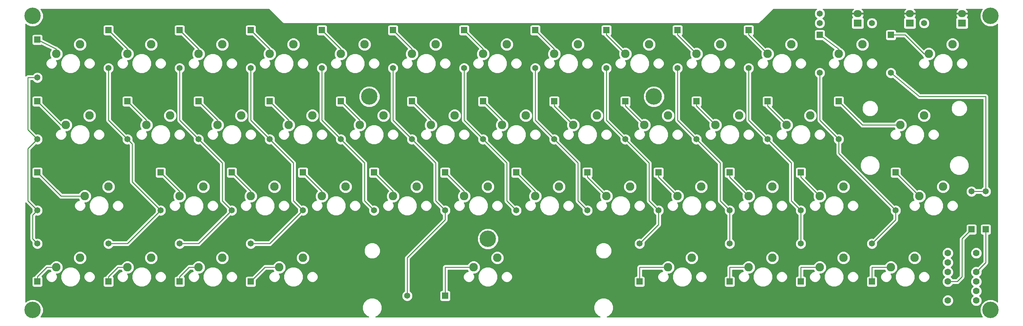
<source format=gbl>
G04 #@! TF.FileFunction,Copper,L2,Bot,Signal*
%FSLAX46Y46*%
G04 Gerber Fmt 4.6, Leading zero omitted, Abs format (unit mm)*
G04 Created by KiCad (PCBNEW 4.0.4-stable) date Thursday, 22 September 2016 'PMt' 04:24:35 PM*
%MOMM*%
%LPD*%
G01*
G04 APERTURE LIST*
%ADD10C,0.100000*%
%ADD11C,1.651000*%
%ADD12R,1.651000X1.651000*%
%ADD13O,2.159000X1.905000*%
%ADD14R,2.159000X1.905000*%
%ADD15C,2.286000*%
%ADD16C,1.778000*%
%ADD17C,4.400000*%
%ADD18C,0.250000*%
%ADD19C,0.254000*%
G04 APERTURE END LIST*
D10*
D11*
X20320000Y-92710000D03*
D12*
X20320000Y-82550000D03*
D11*
X20320000Y-109220000D03*
D12*
X20320000Y-99060000D03*
D11*
X20320000Y-128270000D03*
D12*
X20320000Y-118110000D03*
D11*
X20320000Y-137160000D03*
D12*
X20320000Y-147320000D03*
D11*
X39370000Y-90170000D03*
D12*
X39370000Y-80010000D03*
D11*
X44450000Y-109220000D03*
D12*
X44450000Y-99060000D03*
D11*
X53340000Y-128270000D03*
D12*
X53340000Y-118110000D03*
D11*
X39370000Y-137160000D03*
D12*
X39370000Y-147320000D03*
D11*
X58420000Y-90170000D03*
D12*
X58420000Y-80010000D03*
D11*
X63500000Y-109220000D03*
D12*
X63500000Y-99060000D03*
D11*
X72390000Y-128270000D03*
D12*
X72390000Y-118110000D03*
D11*
X58420000Y-137160000D03*
D12*
X58420000Y-147320000D03*
D11*
X77470000Y-90170000D03*
D12*
X77470000Y-80010000D03*
D11*
X82550000Y-109220000D03*
D12*
X82550000Y-99060000D03*
D11*
X91440000Y-128270000D03*
D12*
X91440000Y-118110000D03*
D11*
X77470000Y-137160000D03*
D12*
X77470000Y-147320000D03*
D11*
X96520000Y-90170000D03*
D12*
X96520000Y-80010000D03*
D11*
X101600000Y-109220000D03*
D12*
X101600000Y-99060000D03*
D11*
X110490000Y-128270000D03*
D12*
X110490000Y-118110000D03*
D11*
X115570000Y-90170000D03*
D12*
X115570000Y-80010000D03*
D11*
X120650000Y-109220000D03*
D12*
X120650000Y-99060000D03*
D11*
X129540000Y-128270000D03*
D12*
X129540000Y-118110000D03*
D11*
X119380000Y-151130000D03*
D12*
X129540000Y-151130000D03*
D11*
X134620000Y-90170000D03*
D12*
X134620000Y-80010000D03*
D11*
X139700000Y-109220000D03*
D12*
X139700000Y-99060000D03*
D11*
X148590000Y-128270000D03*
D12*
X148590000Y-118110000D03*
D11*
X153670000Y-90170000D03*
D12*
X153670000Y-80010000D03*
D11*
X158750000Y-109220000D03*
D12*
X158750000Y-99060000D03*
D11*
X167640000Y-128270000D03*
D12*
X167640000Y-118110000D03*
D11*
X172720000Y-90170000D03*
D12*
X172720000Y-80010000D03*
D11*
X177800000Y-109220000D03*
D12*
X177800000Y-99060000D03*
D11*
X186690000Y-128270000D03*
D12*
X186690000Y-118110000D03*
D11*
X181610000Y-137160000D03*
D12*
X181610000Y-147320000D03*
D11*
X191770000Y-90170000D03*
D12*
X191770000Y-80010000D03*
D11*
X196850000Y-109220000D03*
D12*
X196850000Y-99060000D03*
D11*
X205740000Y-128270000D03*
D12*
X205740000Y-118110000D03*
D11*
X205740000Y-137160000D03*
D12*
X205740000Y-147320000D03*
D11*
X210820000Y-90170000D03*
D12*
X210820000Y-80010000D03*
D11*
X215900000Y-109220000D03*
D12*
X215900000Y-99060000D03*
D11*
X224790000Y-128270000D03*
D12*
X224790000Y-118110000D03*
D11*
X224790000Y-137160000D03*
D12*
X224790000Y-147320000D03*
D11*
X229870000Y-91440000D03*
D12*
X229870000Y-81280000D03*
D11*
X234950000Y-109220000D03*
D12*
X234950000Y-99060000D03*
D11*
X250190000Y-128270000D03*
D12*
X250190000Y-118110000D03*
D11*
X243840000Y-137160000D03*
D12*
X243840000Y-147320000D03*
D11*
X248920000Y-91440000D03*
D12*
X248920000Y-81280000D03*
D11*
X274320000Y-123190000D03*
D12*
X274320000Y-133350000D03*
D11*
X270510000Y-123190000D03*
D12*
X270510000Y-133350000D03*
D13*
X240030000Y-75565000D03*
D14*
X240030000Y-78105000D03*
D13*
X254000000Y-75565000D03*
D14*
X254000000Y-78105000D03*
D13*
X267970000Y-75565000D03*
D14*
X267970000Y-78105000D03*
D11*
X229870000Y-78105000D03*
X240030000Y-78105000D03*
X243840000Y-78105000D03*
X254000000Y-78105000D03*
X257810000Y-78105000D03*
X267970000Y-78105000D03*
D15*
X31750000Y-83820000D03*
X25400000Y-86360000D03*
X50800000Y-83820000D03*
X44450000Y-86360000D03*
X69850000Y-83820000D03*
X63500000Y-86360000D03*
X88900000Y-83820000D03*
X82550000Y-86360000D03*
X107950000Y-83820000D03*
X101600000Y-86360000D03*
X127000000Y-83820000D03*
X120650000Y-86360000D03*
X146050000Y-83820000D03*
X139700000Y-86360000D03*
X165100000Y-83820000D03*
X158750000Y-86360000D03*
X184150000Y-83820000D03*
X177800000Y-86360000D03*
X203200000Y-83820000D03*
X196850000Y-86360000D03*
X222250000Y-83820000D03*
X215900000Y-86360000D03*
X241300000Y-83820000D03*
X234950000Y-86360000D03*
X265430000Y-83820000D03*
X259080000Y-86360000D03*
X34290000Y-102870000D03*
X27940000Y-105410000D03*
X55880000Y-102870000D03*
X49530000Y-105410000D03*
X74930000Y-102870000D03*
X68580000Y-105410000D03*
X93980000Y-102870000D03*
X87630000Y-105410000D03*
X113030000Y-102870000D03*
X106680000Y-105410000D03*
X132080000Y-102870000D03*
X125730000Y-105410000D03*
X151130000Y-102870000D03*
X144780000Y-105410000D03*
X170180000Y-102870000D03*
X163830000Y-105410000D03*
X189230000Y-102870000D03*
X182880000Y-105410000D03*
X208280000Y-102870000D03*
X201930000Y-105410000D03*
X227330000Y-102870000D03*
X220980000Y-105410000D03*
X257810000Y-102870000D03*
X251460000Y-105410000D03*
X39370000Y-121920000D03*
X33020000Y-124460000D03*
X64770000Y-121920000D03*
X58420000Y-124460000D03*
X83820000Y-121920000D03*
X77470000Y-124460000D03*
X102870000Y-121920000D03*
X96520000Y-124460000D03*
X121920000Y-121920000D03*
X115570000Y-124460000D03*
X140970000Y-121920000D03*
X134620000Y-124460000D03*
X160020000Y-121920000D03*
X153670000Y-124460000D03*
X179070000Y-121920000D03*
X172720000Y-124460000D03*
X198120000Y-121920000D03*
X191770000Y-124460000D03*
X217170000Y-121920000D03*
X210820000Y-124460000D03*
X236220000Y-121920000D03*
X229870000Y-124460000D03*
X262890000Y-121920000D03*
X256540000Y-124460000D03*
D16*
X271780000Y-139700000D03*
X271780000Y-144780000D03*
X264160000Y-144780000D03*
X264160000Y-142240000D03*
X264160000Y-139700000D03*
D15*
X31750000Y-140970000D03*
X25400000Y-143510000D03*
X50800000Y-140970000D03*
X44450000Y-143510000D03*
X69850000Y-140970000D03*
X63500000Y-143510000D03*
X91440000Y-140970000D03*
X85090000Y-143510000D03*
X143510000Y-140970000D03*
X137160000Y-143510000D03*
X195580000Y-140970000D03*
X189230000Y-143510000D03*
X217170000Y-140970000D03*
X210820000Y-143510000D03*
X236220000Y-140970000D03*
X229870000Y-143510000D03*
X255270000Y-140970000D03*
X248920000Y-143510000D03*
D16*
X264160000Y-152400000D03*
X264160000Y-147320000D03*
X271780000Y-147320000D03*
X271780000Y-149860000D03*
X271780000Y-152400000D03*
D11*
X229870000Y-75565000D03*
D17*
X19050000Y-76200000D03*
X19050000Y-154940000D03*
X275590000Y-154940000D03*
X109220000Y-97790000D03*
X140970000Y-135890000D03*
X275590000Y-76200000D03*
X185420000Y-97790000D03*
D18*
X20320000Y-92710000D02*
X17780000Y-92710000D01*
X17780000Y-106680000D02*
X20320000Y-109220000D01*
X17780000Y-92710000D02*
X17780000Y-106680000D01*
X20320000Y-109220000D02*
X17780000Y-111760000D01*
X17780000Y-111760000D02*
X17780000Y-125730000D01*
X17780000Y-125730000D02*
X20320000Y-128270000D01*
X20320000Y-128270000D02*
X19050000Y-129540000D01*
X19050000Y-129540000D02*
X19050000Y-135890000D01*
X19050000Y-135890000D02*
X20320000Y-137160000D01*
X25400000Y-86360000D02*
X25400000Y-85090000D01*
X25400000Y-85090000D02*
X20320000Y-82550000D01*
X27940000Y-105410000D02*
X26670000Y-105410000D01*
X26670000Y-105410000D02*
X20320000Y-99060000D01*
X33020000Y-124460000D02*
X26670000Y-124460000D01*
X26670000Y-124460000D02*
X20320000Y-118110000D01*
X25400000Y-143510000D02*
X22860000Y-143510000D01*
X20320000Y-146050000D02*
X20320000Y-147320000D01*
X22860000Y-143510000D02*
X20320000Y-146050000D01*
X39370000Y-90170000D02*
X39370000Y-104140000D01*
X39370000Y-104140000D02*
X44450000Y-109220000D01*
X45720000Y-120650000D02*
X53340000Y-128270000D01*
X45720000Y-110490000D02*
X45720000Y-120650000D01*
X39370000Y-104140000D02*
X45720000Y-110490000D01*
X53340000Y-128270000D02*
X44450000Y-137160000D01*
X44450000Y-137160000D02*
X39370000Y-137160000D01*
X44450000Y-86360000D02*
X44450000Y-85090000D01*
X44450000Y-85090000D02*
X39370000Y-80010000D01*
X49530000Y-105410000D02*
X49530000Y-104140000D01*
X49530000Y-104140000D02*
X44450000Y-99060000D01*
X58420000Y-124460000D02*
X58420000Y-123190000D01*
X58420000Y-123190000D02*
X53340000Y-118110000D01*
X44450000Y-143510000D02*
X41910000Y-143510000D01*
X39370000Y-146050000D02*
X39370000Y-147320000D01*
X41910000Y-143510000D02*
X39370000Y-146050000D01*
X63500000Y-109220000D02*
X69850000Y-115570000D01*
X69850000Y-115570000D02*
X69850000Y-125730000D01*
X69850000Y-125730000D02*
X72390000Y-128270000D01*
X58420000Y-90170000D02*
X58420000Y-104140000D01*
X69850000Y-125730000D02*
X72390000Y-128270000D01*
X69850000Y-115570000D02*
X69850000Y-125730000D01*
X58420000Y-104140000D02*
X69850000Y-115570000D01*
X72390000Y-128270000D02*
X63500000Y-137160000D01*
X63500000Y-137160000D02*
X58420000Y-137160000D01*
X63500000Y-86360000D02*
X63500000Y-85090000D01*
X63500000Y-85090000D02*
X58420000Y-80010000D01*
X68580000Y-105410000D02*
X68580000Y-104140000D01*
X68580000Y-104140000D02*
X63500000Y-99060000D01*
X77470000Y-124460000D02*
X77470000Y-123190000D01*
X77470000Y-123190000D02*
X72390000Y-118110000D01*
X63500000Y-143510000D02*
X60960000Y-143510000D01*
X58420000Y-146050000D02*
X58420000Y-147320000D01*
X60960000Y-143510000D02*
X58420000Y-146050000D01*
X77470000Y-137160000D02*
X82550000Y-137160000D01*
X88900000Y-130810000D02*
X91440000Y-128270000D01*
X82550000Y-137160000D02*
X88900000Y-130810000D01*
X91440000Y-128270000D02*
X88900000Y-125730000D01*
X88900000Y-125730000D02*
X88900000Y-115570000D01*
X88900000Y-115570000D02*
X82550000Y-109220000D01*
X82550000Y-109220000D02*
X77470000Y-104140000D01*
X77470000Y-104140000D02*
X77470000Y-90170000D01*
X82550000Y-86360000D02*
X82550000Y-85090000D01*
X82550000Y-85090000D02*
X77470000Y-80010000D01*
X87630000Y-105410000D02*
X87630000Y-104140000D01*
X87630000Y-104140000D02*
X82550000Y-99060000D01*
X96520000Y-124460000D02*
X96520000Y-123190000D01*
X96520000Y-123190000D02*
X91440000Y-118110000D01*
X85090000Y-143510000D02*
X81280000Y-143510000D01*
X81280000Y-143510000D02*
X77470000Y-147320000D01*
X110490000Y-128270000D02*
X107950000Y-125730000D01*
X107950000Y-115570000D02*
X101600000Y-109220000D01*
X107950000Y-125730000D02*
X107950000Y-115570000D01*
X101600000Y-109220000D02*
X96520000Y-104140000D01*
X96520000Y-104140000D02*
X96520000Y-90170000D01*
X101600000Y-86360000D02*
X101600000Y-85090000D01*
X101600000Y-85090000D02*
X96520000Y-80010000D01*
X106680000Y-105410000D02*
X106680000Y-104140000D01*
X106680000Y-104140000D02*
X101600000Y-99060000D01*
X115570000Y-124460000D02*
X115570000Y-123190000D01*
X115570000Y-123190000D02*
X110490000Y-118110000D01*
X115570000Y-90170000D02*
X115570000Y-104140000D01*
X115570000Y-104140000D02*
X120650000Y-109220000D01*
X120650000Y-109220000D02*
X127000000Y-115570000D01*
X127000000Y-115570000D02*
X127000000Y-125730000D01*
X127000000Y-125730000D02*
X129540000Y-128270000D01*
X129540000Y-128270000D02*
X129540000Y-130810000D01*
X129540000Y-130810000D02*
X119380000Y-140970000D01*
X119380000Y-140970000D02*
X119380000Y-151130000D01*
X120650000Y-86360000D02*
X120650000Y-85090000D01*
X120650000Y-85090000D02*
X115570000Y-80010000D01*
X125730000Y-105410000D02*
X125730000Y-104140000D01*
X125730000Y-104140000D02*
X120650000Y-99060000D01*
X134620000Y-124460000D02*
X134620000Y-123190000D01*
X134620000Y-123190000D02*
X129540000Y-118110000D01*
X137160000Y-143510000D02*
X129540000Y-143510000D01*
X129540000Y-143510000D02*
X129540000Y-151130000D01*
X148590000Y-128270000D02*
X146050000Y-125730000D01*
X146050000Y-115570000D02*
X139700000Y-109220000D01*
X146050000Y-125730000D02*
X146050000Y-115570000D01*
X139700000Y-109220000D02*
X134620000Y-104140000D01*
X134620000Y-104140000D02*
X134620000Y-90170000D01*
X139700000Y-86360000D02*
X139700000Y-85090000D01*
X139700000Y-85090000D02*
X134620000Y-80010000D01*
X144780000Y-105410000D02*
X144780000Y-104140000D01*
X144780000Y-104140000D02*
X139700000Y-99060000D01*
X153670000Y-124460000D02*
X153670000Y-123190000D01*
X153670000Y-123190000D02*
X148590000Y-118110000D01*
X153670000Y-90170000D02*
X153670000Y-104140000D01*
X153670000Y-104140000D02*
X158750000Y-109220000D01*
X158750000Y-109220000D02*
X165100000Y-115570000D01*
X165100000Y-115570000D02*
X165100000Y-125730000D01*
X165100000Y-125730000D02*
X167640000Y-128270000D01*
X158750000Y-86360000D02*
X158750000Y-85090000D01*
X158750000Y-85090000D02*
X153670000Y-80010000D01*
X158750000Y-99060000D02*
X158750000Y-100330000D01*
X158750000Y-100330000D02*
X163830000Y-105410000D01*
X167640000Y-118110000D02*
X167640000Y-119380000D01*
X167640000Y-119380000D02*
X172720000Y-124460000D01*
X172720000Y-90170000D02*
X172720000Y-104140000D01*
X172720000Y-104140000D02*
X177800000Y-109220000D01*
X177800000Y-109220000D02*
X184150000Y-115570000D01*
X184150000Y-115570000D02*
X184150000Y-125730000D01*
X184150000Y-125730000D02*
X186690000Y-128270000D01*
X186690000Y-128270000D02*
X186690000Y-132080000D01*
X186690000Y-132080000D02*
X181610000Y-137160000D01*
X172720000Y-80010000D02*
X172720000Y-81280000D01*
X172720000Y-81280000D02*
X177800000Y-86360000D01*
X177800000Y-99060000D02*
X177800000Y-100330000D01*
X177800000Y-100330000D02*
X182880000Y-105410000D01*
X186690000Y-118110000D02*
X186690000Y-119380000D01*
X186690000Y-119380000D02*
X191770000Y-124460000D01*
X181610000Y-147320000D02*
X181610000Y-143510000D01*
X181610000Y-143510000D02*
X189230000Y-143510000D01*
X191770000Y-90170000D02*
X191770000Y-104140000D01*
X191770000Y-104140000D02*
X196850000Y-109220000D01*
X196850000Y-109220000D02*
X203200000Y-115570000D01*
X203200000Y-115570000D02*
X203200000Y-125730000D01*
X203200000Y-125730000D02*
X205740000Y-128270000D01*
X205740000Y-128270000D02*
X205740000Y-137160000D01*
X191770000Y-80010000D02*
X191770000Y-81280000D01*
X191770000Y-81280000D02*
X196850000Y-86360000D01*
X196850000Y-99060000D02*
X196850000Y-100330000D01*
X196850000Y-100330000D02*
X201930000Y-105410000D01*
X205740000Y-118110000D02*
X205740000Y-119380000D01*
X205740000Y-119380000D02*
X210820000Y-124460000D01*
X205740000Y-147320000D02*
X205740000Y-143510000D01*
X205740000Y-143510000D02*
X210820000Y-143510000D01*
X224790000Y-128270000D02*
X224790000Y-137160000D01*
X210820000Y-90170000D02*
X210820000Y-104140000D01*
X210820000Y-104140000D02*
X215900000Y-109220000D01*
X215900000Y-109220000D02*
X222250000Y-115570000D01*
X222250000Y-115570000D02*
X222250000Y-125730000D01*
X222250000Y-125730000D02*
X224790000Y-128270000D01*
X210820000Y-80010000D02*
X210820000Y-81280000D01*
X210820000Y-81280000D02*
X215900000Y-86360000D01*
X215900000Y-99060000D02*
X215900000Y-100330000D01*
X215900000Y-100330000D02*
X220980000Y-105410000D01*
X224790000Y-118110000D02*
X224790000Y-119380000D01*
X224790000Y-119380000D02*
X229870000Y-124460000D01*
X224790000Y-147320000D02*
X224790000Y-143510000D01*
X224790000Y-143510000D02*
X229870000Y-143510000D01*
X229870000Y-91440000D02*
X229870000Y-104140000D01*
X229870000Y-104140000D02*
X234950000Y-109220000D01*
X234950000Y-109220000D02*
X234950000Y-113030000D01*
X234950000Y-113030000D02*
X250190000Y-128270000D01*
X250190000Y-128270000D02*
X250190000Y-130810000D01*
X250190000Y-130810000D02*
X243840000Y-137160000D01*
X234950000Y-86360000D02*
X234950000Y-85090000D01*
X234950000Y-85090000D02*
X229870000Y-81280000D01*
X234950000Y-99060000D02*
X241300000Y-105410000D01*
X241300000Y-105410000D02*
X251460000Y-105410000D01*
X250190000Y-118110000D02*
X256540000Y-124460000D01*
X243840000Y-147320000D02*
X243840000Y-143510000D01*
X243840000Y-143510000D02*
X248920000Y-143510000D01*
X248920000Y-91440000D02*
X256540000Y-97790000D01*
X274320000Y-97790000D02*
X274320000Y-123190000D01*
X256540000Y-97790000D02*
X274320000Y-97790000D01*
X274320000Y-123190000D02*
X270510000Y-123190000D01*
X259080000Y-86360000D02*
X257810000Y-86360000D01*
X252730000Y-81280000D02*
X248920000Y-81280000D01*
X257810000Y-86360000D02*
X252730000Y-81280000D01*
X271780000Y-144780000D02*
X274320000Y-142240000D01*
X274320000Y-142240000D02*
X274320000Y-133350000D01*
X264160000Y-147320000D02*
X266700000Y-147320000D01*
X267970000Y-135890000D02*
X270510000Y-133350000D01*
X267970000Y-146050000D02*
X267970000Y-135890000D01*
X266700000Y-147320000D02*
X267970000Y-146050000D01*
D19*
G36*
X85857954Y-77972046D02*
X86088295Y-78125954D01*
X86360000Y-78180000D01*
X213360000Y-78180000D01*
X213631705Y-78125954D01*
X213862046Y-77972046D01*
X217464092Y-74370000D01*
X228999823Y-74370000D01*
X228632570Y-74736613D01*
X228409754Y-75273214D01*
X228409247Y-75854237D01*
X228631126Y-76391226D01*
X229041613Y-76802430D01*
X229119579Y-76834804D01*
X229043774Y-76866126D01*
X228632570Y-77276613D01*
X228409754Y-77813214D01*
X228409247Y-78394237D01*
X228631126Y-78931226D01*
X229041613Y-79342430D01*
X229578214Y-79565246D01*
X230159237Y-79565753D01*
X230696226Y-79343874D01*
X231107430Y-78933387D01*
X231330246Y-78396786D01*
X231330753Y-77815763D01*
X231108874Y-77278774D01*
X230982821Y-77152500D01*
X238303060Y-77152500D01*
X238303060Y-79057500D01*
X238347338Y-79292817D01*
X238486410Y-79508941D01*
X238698610Y-79653931D01*
X238950500Y-79704940D01*
X241109500Y-79704940D01*
X241344817Y-79660662D01*
X241560941Y-79521590D01*
X241705931Y-79309390D01*
X241756940Y-79057500D01*
X241756940Y-78394237D01*
X242379247Y-78394237D01*
X242601126Y-78931226D01*
X243011613Y-79342430D01*
X243548214Y-79565246D01*
X244129237Y-79565753D01*
X244666226Y-79343874D01*
X245077430Y-78933387D01*
X245300246Y-78396786D01*
X245300753Y-77815763D01*
X245078874Y-77278774D01*
X244952821Y-77152500D01*
X252273060Y-77152500D01*
X252273060Y-79057500D01*
X252317338Y-79292817D01*
X252456410Y-79508941D01*
X252668610Y-79653931D01*
X252920500Y-79704940D01*
X255079500Y-79704940D01*
X255314817Y-79660662D01*
X255530941Y-79521590D01*
X255675931Y-79309390D01*
X255726940Y-79057500D01*
X255726940Y-78394237D01*
X256349247Y-78394237D01*
X256571126Y-78931226D01*
X256981613Y-79342430D01*
X257518214Y-79565246D01*
X258099237Y-79565753D01*
X258636226Y-79343874D01*
X259047430Y-78933387D01*
X259270246Y-78396786D01*
X259270753Y-77815763D01*
X259048874Y-77278774D01*
X258922821Y-77152500D01*
X266243060Y-77152500D01*
X266243060Y-79057500D01*
X266287338Y-79292817D01*
X266426410Y-79508941D01*
X266638610Y-79653931D01*
X266890500Y-79704940D01*
X269049500Y-79704940D01*
X269284817Y-79660662D01*
X269500941Y-79521590D01*
X269645931Y-79309390D01*
X269696940Y-79057500D01*
X269696940Y-77152500D01*
X269652662Y-76917183D01*
X269513590Y-76701059D01*
X269311294Y-76562836D01*
X269381315Y-76498109D01*
X269640063Y-75937980D01*
X269520094Y-75692000D01*
X268097000Y-75692000D01*
X268097000Y-75712000D01*
X267843000Y-75712000D01*
X267843000Y-75692000D01*
X266419906Y-75692000D01*
X266299937Y-75937980D01*
X266558685Y-76498109D01*
X266630964Y-76564923D01*
X266439059Y-76688410D01*
X266294069Y-76900610D01*
X266243060Y-77152500D01*
X258922821Y-77152500D01*
X258638387Y-76867570D01*
X258101786Y-76644754D01*
X257520763Y-76644247D01*
X256983774Y-76866126D01*
X256572570Y-77276613D01*
X256349754Y-77813214D01*
X256349247Y-78394237D01*
X255726940Y-78394237D01*
X255726940Y-77152500D01*
X255682662Y-76917183D01*
X255543590Y-76701059D01*
X255341294Y-76562836D01*
X255411315Y-76498109D01*
X255670063Y-75937980D01*
X255550094Y-75692000D01*
X254127000Y-75692000D01*
X254127000Y-75712000D01*
X253873000Y-75712000D01*
X253873000Y-75692000D01*
X252449906Y-75692000D01*
X252329937Y-75937980D01*
X252588685Y-76498109D01*
X252660964Y-76564923D01*
X252469059Y-76688410D01*
X252324069Y-76900610D01*
X252273060Y-77152500D01*
X244952821Y-77152500D01*
X244668387Y-76867570D01*
X244131786Y-76644754D01*
X243550763Y-76644247D01*
X243013774Y-76866126D01*
X242602570Y-77276613D01*
X242379754Y-77813214D01*
X242379247Y-78394237D01*
X241756940Y-78394237D01*
X241756940Y-77152500D01*
X241712662Y-76917183D01*
X241573590Y-76701059D01*
X241371294Y-76562836D01*
X241441315Y-76498109D01*
X241700063Y-75937980D01*
X241580094Y-75692000D01*
X240157000Y-75692000D01*
X240157000Y-75712000D01*
X239903000Y-75712000D01*
X239903000Y-75692000D01*
X238479906Y-75692000D01*
X238359937Y-75937980D01*
X238618685Y-76498109D01*
X238690964Y-76564923D01*
X238499059Y-76688410D01*
X238354069Y-76900610D01*
X238303060Y-77152500D01*
X230982821Y-77152500D01*
X230698387Y-76867570D01*
X230620421Y-76835196D01*
X230696226Y-76803874D01*
X231107430Y-76393387D01*
X231330246Y-75856786D01*
X231330753Y-75275763D01*
X231108874Y-74738774D01*
X230740743Y-74370000D01*
X238901997Y-74370000D01*
X238618685Y-74631891D01*
X238359937Y-75192020D01*
X238479906Y-75438000D01*
X239903000Y-75438000D01*
X239903000Y-75418000D01*
X240157000Y-75418000D01*
X240157000Y-75438000D01*
X241580094Y-75438000D01*
X241700063Y-75192020D01*
X241441315Y-74631891D01*
X241158003Y-74370000D01*
X252871997Y-74370000D01*
X252588685Y-74631891D01*
X252329937Y-75192020D01*
X252449906Y-75438000D01*
X253873000Y-75438000D01*
X253873000Y-75418000D01*
X254127000Y-75418000D01*
X254127000Y-75438000D01*
X255550094Y-75438000D01*
X255670063Y-75192020D01*
X255411315Y-74631891D01*
X255128003Y-74370000D01*
X266841997Y-74370000D01*
X266558685Y-74631891D01*
X266299937Y-75192020D01*
X266419906Y-75438000D01*
X267843000Y-75438000D01*
X267843000Y-75418000D01*
X268097000Y-75418000D01*
X268097000Y-75438000D01*
X269520094Y-75438000D01*
X269640063Y-75192020D01*
X269381315Y-74631891D01*
X269098003Y-74370000D01*
X273410398Y-74370000D01*
X273188005Y-74592005D01*
X272755493Y-75633610D01*
X272754509Y-76761442D01*
X273185202Y-77803801D01*
X273982005Y-78601995D01*
X275023610Y-79034507D01*
X276151442Y-79035491D01*
X277193801Y-78604798D01*
X277420000Y-78378993D01*
X277420000Y-152760398D01*
X277197995Y-152538005D01*
X276156390Y-152105493D01*
X275028558Y-152104509D01*
X273986199Y-152535202D01*
X273188005Y-153332005D01*
X272755493Y-154373610D01*
X272754509Y-155501442D01*
X273185202Y-156543801D01*
X273411007Y-156770000D01*
X172876396Y-156770000D01*
X173445207Y-156534972D01*
X174185373Y-155796096D01*
X174586442Y-154830215D01*
X174587355Y-153784374D01*
X174187972Y-152817793D01*
X174072194Y-152701812D01*
X262635736Y-152701812D01*
X262867262Y-153262149D01*
X263295596Y-153691231D01*
X263855528Y-153923735D01*
X264461812Y-153924264D01*
X265022149Y-153692738D01*
X265451231Y-153264404D01*
X265683735Y-152704472D01*
X265684264Y-152098188D01*
X265452738Y-151537851D01*
X265024404Y-151108769D01*
X264464472Y-150876265D01*
X263858188Y-150875736D01*
X263297851Y-151107262D01*
X262868769Y-151535596D01*
X262636265Y-152095528D01*
X262635736Y-152701812D01*
X174072194Y-152701812D01*
X173449096Y-152077627D01*
X172483215Y-151676558D01*
X171437374Y-151675645D01*
X170470793Y-152075028D01*
X169730627Y-152813904D01*
X169329558Y-153779785D01*
X169328645Y-154825626D01*
X169728028Y-155792207D01*
X170466904Y-156532373D01*
X171039173Y-156770000D01*
X110900396Y-156770000D01*
X111469207Y-156534972D01*
X112209373Y-155796096D01*
X112610442Y-154830215D01*
X112611355Y-153784374D01*
X112211972Y-152817793D01*
X111473096Y-152077627D01*
X110507215Y-151676558D01*
X109461374Y-151675645D01*
X108494793Y-152075028D01*
X107754627Y-152813904D01*
X107353558Y-153779785D01*
X107352645Y-154825626D01*
X107752028Y-155792207D01*
X108490904Y-156532373D01*
X109063173Y-156770000D01*
X21229602Y-156770000D01*
X21451995Y-156547995D01*
X21884507Y-155506390D01*
X21885491Y-154378558D01*
X21454798Y-153336199D01*
X20657995Y-152538005D01*
X19616390Y-152105493D01*
X18488558Y-152104509D01*
X17446199Y-152535202D01*
X17220000Y-152761007D01*
X17220000Y-146494500D01*
X18847060Y-146494500D01*
X18847060Y-148145500D01*
X18891338Y-148380817D01*
X19030410Y-148596941D01*
X19242610Y-148741931D01*
X19494500Y-148792940D01*
X21145500Y-148792940D01*
X21380817Y-148748662D01*
X21596941Y-148609590D01*
X21741931Y-148397390D01*
X21792940Y-148145500D01*
X21792940Y-146494500D01*
X21748662Y-146259183D01*
X21609590Y-146043059D01*
X21486112Y-145958690D01*
X23174802Y-144270000D01*
X23790227Y-144270000D01*
X23891806Y-144515840D01*
X23939815Y-144563933D01*
X23835733Y-144563842D01*
X23289405Y-144789580D01*
X22871049Y-145207206D01*
X22644358Y-145753139D01*
X22643842Y-146344267D01*
X22869580Y-146890595D01*
X23287206Y-147308951D01*
X23833139Y-147535642D01*
X24424267Y-147536158D01*
X24970595Y-147310420D01*
X25388951Y-146892794D01*
X25522726Y-146570626D01*
X26580645Y-146570626D01*
X26980028Y-147537207D01*
X27718904Y-148277373D01*
X28684785Y-148678442D01*
X29730626Y-148679355D01*
X30697207Y-148279972D01*
X31437373Y-147541096D01*
X31838442Y-146575215D01*
X31838643Y-146344267D01*
X32803842Y-146344267D01*
X33029580Y-146890595D01*
X33447206Y-147308951D01*
X33993139Y-147535642D01*
X34584267Y-147536158D01*
X35130595Y-147310420D01*
X35548951Y-146892794D01*
X35714336Y-146494500D01*
X37897060Y-146494500D01*
X37897060Y-148145500D01*
X37941338Y-148380817D01*
X38080410Y-148596941D01*
X38292610Y-148741931D01*
X38544500Y-148792940D01*
X40195500Y-148792940D01*
X40430817Y-148748662D01*
X40646941Y-148609590D01*
X40791931Y-148397390D01*
X40842940Y-148145500D01*
X40842940Y-146494500D01*
X40798662Y-146259183D01*
X40659590Y-146043059D01*
X40536112Y-145958690D01*
X42224802Y-144270000D01*
X42840227Y-144270000D01*
X42941806Y-144515840D01*
X42989815Y-144563933D01*
X42885733Y-144563842D01*
X42339405Y-144789580D01*
X41921049Y-145207206D01*
X41694358Y-145753139D01*
X41693842Y-146344267D01*
X41919580Y-146890595D01*
X42337206Y-147308951D01*
X42883139Y-147535642D01*
X43474267Y-147536158D01*
X44020595Y-147310420D01*
X44438951Y-146892794D01*
X44572726Y-146570626D01*
X45630645Y-146570626D01*
X46030028Y-147537207D01*
X46768904Y-148277373D01*
X47734785Y-148678442D01*
X48780626Y-148679355D01*
X49747207Y-148279972D01*
X50487373Y-147541096D01*
X50888442Y-146575215D01*
X50888643Y-146344267D01*
X51853842Y-146344267D01*
X52079580Y-146890595D01*
X52497206Y-147308951D01*
X53043139Y-147535642D01*
X53634267Y-147536158D01*
X54180595Y-147310420D01*
X54598951Y-146892794D01*
X54764336Y-146494500D01*
X56947060Y-146494500D01*
X56947060Y-148145500D01*
X56991338Y-148380817D01*
X57130410Y-148596941D01*
X57342610Y-148741931D01*
X57594500Y-148792940D01*
X59245500Y-148792940D01*
X59480817Y-148748662D01*
X59696941Y-148609590D01*
X59841931Y-148397390D01*
X59892940Y-148145500D01*
X59892940Y-146494500D01*
X59848662Y-146259183D01*
X59709590Y-146043059D01*
X59586112Y-145958690D01*
X61274802Y-144270000D01*
X61890227Y-144270000D01*
X61991806Y-144515840D01*
X62039815Y-144563933D01*
X61935733Y-144563842D01*
X61389405Y-144789580D01*
X60971049Y-145207206D01*
X60744358Y-145753139D01*
X60743842Y-146344267D01*
X60969580Y-146890595D01*
X61387206Y-147308951D01*
X61933139Y-147535642D01*
X62524267Y-147536158D01*
X63070595Y-147310420D01*
X63488951Y-146892794D01*
X63622726Y-146570626D01*
X64680645Y-146570626D01*
X65080028Y-147537207D01*
X65818904Y-148277373D01*
X66784785Y-148678442D01*
X67830626Y-148679355D01*
X68797207Y-148279972D01*
X69537373Y-147541096D01*
X69938442Y-146575215D01*
X69938643Y-146344267D01*
X70903842Y-146344267D01*
X71129580Y-146890595D01*
X71547206Y-147308951D01*
X72093139Y-147535642D01*
X72684267Y-147536158D01*
X73230595Y-147310420D01*
X73648951Y-146892794D01*
X73814336Y-146494500D01*
X75997060Y-146494500D01*
X75997060Y-148145500D01*
X76041338Y-148380817D01*
X76180410Y-148596941D01*
X76392610Y-148741931D01*
X76644500Y-148792940D01*
X78295500Y-148792940D01*
X78530817Y-148748662D01*
X78746941Y-148609590D01*
X78891931Y-148397390D01*
X78942940Y-148145500D01*
X78942940Y-146921862D01*
X81594802Y-144270000D01*
X83480227Y-144270000D01*
X83581806Y-144515840D01*
X83629815Y-144563933D01*
X83525733Y-144563842D01*
X82979405Y-144789580D01*
X82561049Y-145207206D01*
X82334358Y-145753139D01*
X82333842Y-146344267D01*
X82559580Y-146890595D01*
X82977206Y-147308951D01*
X83523139Y-147535642D01*
X84114267Y-147536158D01*
X84660595Y-147310420D01*
X85078951Y-146892794D01*
X85212726Y-146570626D01*
X86270645Y-146570626D01*
X86670028Y-147537207D01*
X87408904Y-148277373D01*
X88374785Y-148678442D01*
X89420626Y-148679355D01*
X90387207Y-148279972D01*
X91127373Y-147541096D01*
X91528442Y-146575215D01*
X91528643Y-146344267D01*
X92493842Y-146344267D01*
X92719580Y-146890595D01*
X93137206Y-147308951D01*
X93683139Y-147535642D01*
X94274267Y-147536158D01*
X94820595Y-147310420D01*
X95238951Y-146892794D01*
X95465642Y-146346861D01*
X95466158Y-145755733D01*
X95240420Y-145209405D01*
X94822794Y-144791049D01*
X94276861Y-144564358D01*
X93685733Y-144563842D01*
X93139405Y-144789580D01*
X92721049Y-145207206D01*
X92494358Y-145753139D01*
X92493842Y-146344267D01*
X91528643Y-146344267D01*
X91529355Y-145529374D01*
X91129972Y-144562793D01*
X90391096Y-143822627D01*
X89425215Y-143421558D01*
X88379374Y-143420645D01*
X87412793Y-143820028D01*
X86672627Y-144558904D01*
X86271558Y-145524785D01*
X86270645Y-146570626D01*
X85212726Y-146570626D01*
X85305642Y-146346861D01*
X85306158Y-145755733D01*
X85112903Y-145288021D01*
X85442114Y-145288308D01*
X86095840Y-145018194D01*
X86596436Y-144518471D01*
X86867691Y-143865218D01*
X86868308Y-143157886D01*
X86598194Y-142504160D01*
X86098471Y-142003564D01*
X85445218Y-141732309D01*
X84737886Y-141731692D01*
X84084160Y-142001806D01*
X83583564Y-142501529D01*
X83480390Y-142750000D01*
X81280000Y-142750000D01*
X80989161Y-142807852D01*
X80742599Y-142972599D01*
X77868138Y-145847060D01*
X76644500Y-145847060D01*
X76409183Y-145891338D01*
X76193059Y-146030410D01*
X76048069Y-146242610D01*
X75997060Y-146494500D01*
X73814336Y-146494500D01*
X73875642Y-146346861D01*
X73876158Y-145755733D01*
X73650420Y-145209405D01*
X73232794Y-144791049D01*
X72686861Y-144564358D01*
X72095733Y-144563842D01*
X71549405Y-144789580D01*
X71131049Y-145207206D01*
X70904358Y-145753139D01*
X70903842Y-146344267D01*
X69938643Y-146344267D01*
X69939355Y-145529374D01*
X69539972Y-144562793D01*
X68801096Y-143822627D01*
X67835215Y-143421558D01*
X66789374Y-143420645D01*
X65822793Y-143820028D01*
X65082627Y-144558904D01*
X64681558Y-145524785D01*
X64680645Y-146570626D01*
X63622726Y-146570626D01*
X63715642Y-146346861D01*
X63716158Y-145755733D01*
X63522903Y-145288021D01*
X63852114Y-145288308D01*
X64505840Y-145018194D01*
X65006436Y-144518471D01*
X65277691Y-143865218D01*
X65278308Y-143157886D01*
X65008194Y-142504160D01*
X64508471Y-142003564D01*
X63855218Y-141732309D01*
X63147886Y-141731692D01*
X62494160Y-142001806D01*
X61993564Y-142501529D01*
X61890390Y-142750000D01*
X60960000Y-142750000D01*
X60717414Y-142798254D01*
X60669160Y-142807852D01*
X60422599Y-142972599D01*
X57882599Y-145512599D01*
X57717852Y-145759161D01*
X57700368Y-145847060D01*
X57594500Y-145847060D01*
X57359183Y-145891338D01*
X57143059Y-146030410D01*
X56998069Y-146242610D01*
X56947060Y-146494500D01*
X54764336Y-146494500D01*
X54825642Y-146346861D01*
X54826158Y-145755733D01*
X54600420Y-145209405D01*
X54182794Y-144791049D01*
X53636861Y-144564358D01*
X53045733Y-144563842D01*
X52499405Y-144789580D01*
X52081049Y-145207206D01*
X51854358Y-145753139D01*
X51853842Y-146344267D01*
X50888643Y-146344267D01*
X50889355Y-145529374D01*
X50489972Y-144562793D01*
X49751096Y-143822627D01*
X48785215Y-143421558D01*
X47739374Y-143420645D01*
X46772793Y-143820028D01*
X46032627Y-144558904D01*
X45631558Y-145524785D01*
X45630645Y-146570626D01*
X44572726Y-146570626D01*
X44665642Y-146346861D01*
X44666158Y-145755733D01*
X44472903Y-145288021D01*
X44802114Y-145288308D01*
X45455840Y-145018194D01*
X45956436Y-144518471D01*
X46227691Y-143865218D01*
X46228308Y-143157886D01*
X45958194Y-142504160D01*
X45458471Y-142003564D01*
X44805218Y-141732309D01*
X44097886Y-141731692D01*
X43444160Y-142001806D01*
X42943564Y-142501529D01*
X42840390Y-142750000D01*
X41910000Y-142750000D01*
X41667414Y-142798254D01*
X41619160Y-142807852D01*
X41372599Y-142972599D01*
X38832599Y-145512599D01*
X38667852Y-145759161D01*
X38650368Y-145847060D01*
X38544500Y-145847060D01*
X38309183Y-145891338D01*
X38093059Y-146030410D01*
X37948069Y-146242610D01*
X37897060Y-146494500D01*
X35714336Y-146494500D01*
X35775642Y-146346861D01*
X35776158Y-145755733D01*
X35550420Y-145209405D01*
X35132794Y-144791049D01*
X34586861Y-144564358D01*
X33995733Y-144563842D01*
X33449405Y-144789580D01*
X33031049Y-145207206D01*
X32804358Y-145753139D01*
X32803842Y-146344267D01*
X31838643Y-146344267D01*
X31839355Y-145529374D01*
X31439972Y-144562793D01*
X30701096Y-143822627D01*
X29735215Y-143421558D01*
X28689374Y-143420645D01*
X27722793Y-143820028D01*
X26982627Y-144558904D01*
X26581558Y-145524785D01*
X26580645Y-146570626D01*
X25522726Y-146570626D01*
X25615642Y-146346861D01*
X25616158Y-145755733D01*
X25422903Y-145288021D01*
X25752114Y-145288308D01*
X26405840Y-145018194D01*
X26906436Y-144518471D01*
X27177691Y-143865218D01*
X27178308Y-143157886D01*
X26908194Y-142504160D01*
X26408471Y-142003564D01*
X25755218Y-141732309D01*
X25047886Y-141731692D01*
X24394160Y-142001806D01*
X23893564Y-142501529D01*
X23790390Y-142750000D01*
X22860000Y-142750000D01*
X22617414Y-142798254D01*
X22569160Y-142807852D01*
X22322599Y-142972599D01*
X19782599Y-145512599D01*
X19617852Y-145759161D01*
X19600368Y-145847060D01*
X19494500Y-145847060D01*
X19259183Y-145891338D01*
X19043059Y-146030410D01*
X18898069Y-146242610D01*
X18847060Y-146494500D01*
X17220000Y-146494500D01*
X17220000Y-141322114D01*
X29971692Y-141322114D01*
X30241806Y-141975840D01*
X30741529Y-142476436D01*
X31394782Y-142747691D01*
X32102114Y-142748308D01*
X32755840Y-142478194D01*
X33256436Y-141978471D01*
X33527691Y-141325218D01*
X33527693Y-141322114D01*
X49021692Y-141322114D01*
X49291806Y-141975840D01*
X49791529Y-142476436D01*
X50444782Y-142747691D01*
X51152114Y-142748308D01*
X51805840Y-142478194D01*
X52306436Y-141978471D01*
X52577691Y-141325218D01*
X52577693Y-141322114D01*
X68071692Y-141322114D01*
X68341806Y-141975840D01*
X68841529Y-142476436D01*
X69494782Y-142747691D01*
X70202114Y-142748308D01*
X70855840Y-142478194D01*
X71356436Y-141978471D01*
X71627691Y-141325218D01*
X71627693Y-141322114D01*
X89661692Y-141322114D01*
X89931806Y-141975840D01*
X90431529Y-142476436D01*
X91084782Y-142747691D01*
X91792114Y-142748308D01*
X92445840Y-142478194D01*
X92946436Y-141978471D01*
X93217691Y-141325218D01*
X93218308Y-140617886D01*
X92948194Y-139964160D01*
X92477424Y-139492567D01*
X107822626Y-139492567D01*
X108150622Y-140286377D01*
X108757428Y-140894244D01*
X109550664Y-141223624D01*
X110409567Y-141224374D01*
X111203377Y-140896378D01*
X111811244Y-140289572D01*
X112140624Y-139496336D01*
X112141374Y-138637433D01*
X111813378Y-137843623D01*
X111206572Y-137235756D01*
X110413336Y-136906376D01*
X109554433Y-136905626D01*
X108760623Y-137233622D01*
X108152756Y-137840428D01*
X107823376Y-138633664D01*
X107822626Y-139492567D01*
X92477424Y-139492567D01*
X92448471Y-139463564D01*
X91795218Y-139192309D01*
X91087886Y-139191692D01*
X90434160Y-139461806D01*
X89933564Y-139961529D01*
X89662309Y-140614782D01*
X89661692Y-141322114D01*
X71627693Y-141322114D01*
X71628308Y-140617886D01*
X71358194Y-139964160D01*
X70858471Y-139463564D01*
X70205218Y-139192309D01*
X69497886Y-139191692D01*
X68844160Y-139461806D01*
X68343564Y-139961529D01*
X68072309Y-140614782D01*
X68071692Y-141322114D01*
X52577693Y-141322114D01*
X52578308Y-140617886D01*
X52308194Y-139964160D01*
X51808471Y-139463564D01*
X51155218Y-139192309D01*
X50447886Y-139191692D01*
X49794160Y-139461806D01*
X49293564Y-139961529D01*
X49022309Y-140614782D01*
X49021692Y-141322114D01*
X33527693Y-141322114D01*
X33528308Y-140617886D01*
X33258194Y-139964160D01*
X32758471Y-139463564D01*
X32105218Y-139192309D01*
X31397886Y-139191692D01*
X30744160Y-139461806D01*
X30243564Y-139961529D01*
X29972309Y-140614782D01*
X29971692Y-141322114D01*
X17220000Y-141322114D01*
X17220000Y-126233579D01*
X17242599Y-126267401D01*
X18887234Y-127912036D01*
X18859754Y-127978214D01*
X18859247Y-128559237D01*
X18887524Y-128627674D01*
X18512599Y-129002599D01*
X18347852Y-129249161D01*
X18290000Y-129540000D01*
X18290000Y-135890000D01*
X18347852Y-136180839D01*
X18512599Y-136427401D01*
X18887234Y-136802036D01*
X18859754Y-136868214D01*
X18859247Y-137449237D01*
X19081126Y-137986226D01*
X19491613Y-138397430D01*
X20028214Y-138620246D01*
X20609237Y-138620753D01*
X21146226Y-138398874D01*
X21557430Y-137988387D01*
X21780246Y-137451786D01*
X21780753Y-136870763D01*
X21558874Y-136333774D01*
X21148387Y-135922570D01*
X20611786Y-135699754D01*
X20030763Y-135699247D01*
X19962326Y-135727524D01*
X19810000Y-135575198D01*
X19810000Y-129854802D01*
X19962036Y-129702766D01*
X20028214Y-129730246D01*
X20609237Y-129730753D01*
X21146226Y-129508874D01*
X21557430Y-129098387D01*
X21780246Y-128561786D01*
X21780753Y-127980763D01*
X21558874Y-127443774D01*
X21148387Y-127032570D01*
X20611786Y-126809754D01*
X20030763Y-126809247D01*
X19962326Y-126837524D01*
X18540000Y-125415198D01*
X18540000Y-117284500D01*
X18847060Y-117284500D01*
X18847060Y-118935500D01*
X18891338Y-119170817D01*
X19030410Y-119386941D01*
X19242610Y-119531931D01*
X19494500Y-119582940D01*
X20718138Y-119582940D01*
X26132599Y-124997401D01*
X26379161Y-125162148D01*
X26670000Y-125220000D01*
X31410227Y-125220000D01*
X31511806Y-125465840D01*
X31559815Y-125513933D01*
X31455733Y-125513842D01*
X30909405Y-125739580D01*
X30491049Y-126157206D01*
X30264358Y-126703139D01*
X30263842Y-127294267D01*
X30489580Y-127840595D01*
X30907206Y-128258951D01*
X31453139Y-128485642D01*
X32044267Y-128486158D01*
X32590595Y-128260420D01*
X33008951Y-127842794D01*
X33142726Y-127520626D01*
X34200645Y-127520626D01*
X34600028Y-128487207D01*
X35338904Y-129227373D01*
X36304785Y-129628442D01*
X37350626Y-129629355D01*
X38317207Y-129229972D01*
X39057373Y-128491096D01*
X39458442Y-127525215D01*
X39458643Y-127294267D01*
X40423842Y-127294267D01*
X40649580Y-127840595D01*
X41067206Y-128258951D01*
X41613139Y-128485642D01*
X42204267Y-128486158D01*
X42750595Y-128260420D01*
X43168951Y-127842794D01*
X43395642Y-127296861D01*
X43396158Y-126705733D01*
X43170420Y-126159405D01*
X42752794Y-125741049D01*
X42206861Y-125514358D01*
X41615733Y-125513842D01*
X41069405Y-125739580D01*
X40651049Y-126157206D01*
X40424358Y-126703139D01*
X40423842Y-127294267D01*
X39458643Y-127294267D01*
X39459355Y-126479374D01*
X39059972Y-125512793D01*
X38321096Y-124772627D01*
X37355215Y-124371558D01*
X36309374Y-124370645D01*
X35342793Y-124770028D01*
X34602627Y-125508904D01*
X34201558Y-126474785D01*
X34200645Y-127520626D01*
X33142726Y-127520626D01*
X33235642Y-127296861D01*
X33236158Y-126705733D01*
X33042903Y-126238021D01*
X33372114Y-126238308D01*
X34025840Y-125968194D01*
X34526436Y-125468471D01*
X34797691Y-124815218D01*
X34798308Y-124107886D01*
X34528194Y-123454160D01*
X34028471Y-122953564D01*
X33375218Y-122682309D01*
X32667886Y-122681692D01*
X32014160Y-122951806D01*
X31513564Y-123451529D01*
X31410390Y-123700000D01*
X26984802Y-123700000D01*
X25556916Y-122272114D01*
X37591692Y-122272114D01*
X37861806Y-122925840D01*
X38361529Y-123426436D01*
X39014782Y-123697691D01*
X39722114Y-123698308D01*
X40375840Y-123428194D01*
X40876436Y-122928471D01*
X41147691Y-122275218D01*
X41148308Y-121567886D01*
X40878194Y-120914160D01*
X40378471Y-120413564D01*
X39725218Y-120142309D01*
X39017886Y-120141692D01*
X38364160Y-120411806D01*
X37863564Y-120911529D01*
X37592309Y-121564782D01*
X37591692Y-122272114D01*
X25556916Y-122272114D01*
X21792940Y-118508138D01*
X21792940Y-117284500D01*
X21748662Y-117049183D01*
X21609590Y-116833059D01*
X21397390Y-116688069D01*
X21145500Y-116637060D01*
X19494500Y-116637060D01*
X19259183Y-116681338D01*
X19043059Y-116820410D01*
X18898069Y-117032610D01*
X18847060Y-117284500D01*
X18540000Y-117284500D01*
X18540000Y-112074802D01*
X19962036Y-110652766D01*
X20028214Y-110680246D01*
X20609237Y-110680753D01*
X21146226Y-110458874D01*
X21557430Y-110048387D01*
X21780246Y-109511786D01*
X21780753Y-108930763D01*
X21558874Y-108393774D01*
X21148387Y-107982570D01*
X20611786Y-107759754D01*
X20030763Y-107759247D01*
X19962326Y-107787524D01*
X18540000Y-106365198D01*
X18540000Y-98234500D01*
X18847060Y-98234500D01*
X18847060Y-99885500D01*
X18891338Y-100120817D01*
X19030410Y-100336941D01*
X19242610Y-100481931D01*
X19494500Y-100532940D01*
X20718138Y-100532940D01*
X26132599Y-105947401D01*
X26278544Y-106044918D01*
X26431806Y-106415840D01*
X26479815Y-106463933D01*
X26375733Y-106463842D01*
X25829405Y-106689580D01*
X25411049Y-107107206D01*
X25184358Y-107653139D01*
X25183842Y-108244267D01*
X25409580Y-108790595D01*
X25827206Y-109208951D01*
X26373139Y-109435642D01*
X26964267Y-109436158D01*
X27510595Y-109210420D01*
X27928951Y-108792794D01*
X28062726Y-108470626D01*
X29120645Y-108470626D01*
X29520028Y-109437207D01*
X30258904Y-110177373D01*
X31224785Y-110578442D01*
X32270626Y-110579355D01*
X33237207Y-110179972D01*
X33977373Y-109441096D01*
X34378442Y-108475215D01*
X34378643Y-108244267D01*
X35343842Y-108244267D01*
X35569580Y-108790595D01*
X35987206Y-109208951D01*
X36533139Y-109435642D01*
X37124267Y-109436158D01*
X37670595Y-109210420D01*
X38088951Y-108792794D01*
X38315642Y-108246861D01*
X38316158Y-107655733D01*
X38090420Y-107109405D01*
X37672794Y-106691049D01*
X37126861Y-106464358D01*
X36535733Y-106463842D01*
X35989405Y-106689580D01*
X35571049Y-107107206D01*
X35344358Y-107653139D01*
X35343842Y-108244267D01*
X34378643Y-108244267D01*
X34379355Y-107429374D01*
X33979972Y-106462793D01*
X33241096Y-105722627D01*
X32275215Y-105321558D01*
X31229374Y-105320645D01*
X30262793Y-105720028D01*
X29522627Y-106458904D01*
X29121558Y-107424785D01*
X29120645Y-108470626D01*
X28062726Y-108470626D01*
X28155642Y-108246861D01*
X28156158Y-107655733D01*
X27962903Y-107188021D01*
X28292114Y-107188308D01*
X28945840Y-106918194D01*
X29446436Y-106418471D01*
X29717691Y-105765218D01*
X29718308Y-105057886D01*
X29448194Y-104404160D01*
X28948471Y-103903564D01*
X28295218Y-103632309D01*
X27587886Y-103631692D01*
X26934160Y-103901806D01*
X26585080Y-104250278D01*
X25556916Y-103222114D01*
X32511692Y-103222114D01*
X32781806Y-103875840D01*
X33281529Y-104376436D01*
X33934782Y-104647691D01*
X34642114Y-104648308D01*
X35295840Y-104378194D01*
X35796436Y-103878471D01*
X36067691Y-103225218D01*
X36068308Y-102517886D01*
X35798194Y-101864160D01*
X35298471Y-101363564D01*
X34645218Y-101092309D01*
X33937886Y-101091692D01*
X33284160Y-101361806D01*
X32783564Y-101861529D01*
X32512309Y-102514782D01*
X32511692Y-103222114D01*
X25556916Y-103222114D01*
X21792940Y-99458138D01*
X21792940Y-98234500D01*
X21748662Y-97999183D01*
X21609590Y-97783059D01*
X21397390Y-97638069D01*
X21145500Y-97587060D01*
X19494500Y-97587060D01*
X19259183Y-97631338D01*
X19043059Y-97770410D01*
X18898069Y-97982610D01*
X18847060Y-98234500D01*
X18540000Y-98234500D01*
X18540000Y-93470000D01*
X19053762Y-93470000D01*
X19081126Y-93536226D01*
X19491613Y-93947430D01*
X20028214Y-94170246D01*
X20609237Y-94170753D01*
X21146226Y-93948874D01*
X21557430Y-93538387D01*
X21780246Y-93001786D01*
X21780753Y-92420763D01*
X21558874Y-91883774D01*
X21148387Y-91472570D01*
X20611786Y-91249754D01*
X20030763Y-91249247D01*
X19493774Y-91471126D01*
X19082570Y-91881613D01*
X19054173Y-91950000D01*
X17780000Y-91950000D01*
X17489161Y-92007852D01*
X17242599Y-92172599D01*
X17220000Y-92206421D01*
X17220000Y-81724500D01*
X18847060Y-81724500D01*
X18847060Y-83375500D01*
X18891338Y-83610817D01*
X19030410Y-83826941D01*
X19242610Y-83971931D01*
X19494500Y-84022940D01*
X21145500Y-84022940D01*
X21380817Y-83978662D01*
X21423273Y-83951342D01*
X24003719Y-85241566D01*
X23893564Y-85351529D01*
X23622309Y-86004782D01*
X23621692Y-86712114D01*
X23891806Y-87365840D01*
X23939815Y-87413933D01*
X23835733Y-87413842D01*
X23289405Y-87639580D01*
X22871049Y-88057206D01*
X22644358Y-88603139D01*
X22643842Y-89194267D01*
X22869580Y-89740595D01*
X23287206Y-90158951D01*
X23833139Y-90385642D01*
X24424267Y-90386158D01*
X24970595Y-90160420D01*
X25388951Y-89742794D01*
X25522726Y-89420626D01*
X26580645Y-89420626D01*
X26980028Y-90387207D01*
X27718904Y-91127373D01*
X28684785Y-91528442D01*
X29730626Y-91529355D01*
X30697207Y-91129972D01*
X31369113Y-90459237D01*
X37909247Y-90459237D01*
X38131126Y-90996226D01*
X38541613Y-91407430D01*
X38610000Y-91435827D01*
X38610000Y-104140000D01*
X38667852Y-104430839D01*
X38832599Y-104677401D01*
X43017234Y-108862036D01*
X42989754Y-108928214D01*
X42989247Y-109509237D01*
X43211126Y-110046226D01*
X43621613Y-110457430D01*
X44158214Y-110680246D01*
X44739237Y-110680753D01*
X44807674Y-110652476D01*
X44960000Y-110804802D01*
X44960000Y-120650000D01*
X45017852Y-120940839D01*
X45182599Y-121187401D01*
X51907234Y-127912036D01*
X51879754Y-127978214D01*
X51879247Y-128559237D01*
X51907524Y-128627674D01*
X44135198Y-136400000D01*
X40636238Y-136400000D01*
X40608874Y-136333774D01*
X40198387Y-135922570D01*
X39661786Y-135699754D01*
X39080763Y-135699247D01*
X38543774Y-135921126D01*
X38132570Y-136331613D01*
X37909754Y-136868214D01*
X37909247Y-137449237D01*
X38131126Y-137986226D01*
X38541613Y-138397430D01*
X39078214Y-138620246D01*
X39659237Y-138620753D01*
X40196226Y-138398874D01*
X40607430Y-137988387D01*
X40635827Y-137920000D01*
X44450000Y-137920000D01*
X44740839Y-137862148D01*
X44987401Y-137697401D01*
X52982036Y-129702766D01*
X53048214Y-129730246D01*
X53629237Y-129730753D01*
X54166226Y-129508874D01*
X54577430Y-129098387D01*
X54800246Y-128561786D01*
X54800753Y-127980763D01*
X54578874Y-127443774D01*
X54168387Y-127032570D01*
X53631786Y-126809754D01*
X53050763Y-126809247D01*
X52982326Y-126837524D01*
X46480000Y-120335198D01*
X46480000Y-117284500D01*
X51867060Y-117284500D01*
X51867060Y-118935500D01*
X51911338Y-119170817D01*
X52050410Y-119386941D01*
X52262610Y-119531931D01*
X52514500Y-119582940D01*
X53738138Y-119582940D01*
X57260448Y-123105250D01*
X56913564Y-123451529D01*
X56642309Y-124104782D01*
X56641692Y-124812114D01*
X56911806Y-125465840D01*
X56959815Y-125513933D01*
X56855733Y-125513842D01*
X56309405Y-125739580D01*
X55891049Y-126157206D01*
X55664358Y-126703139D01*
X55663842Y-127294267D01*
X55889580Y-127840595D01*
X56307206Y-128258951D01*
X56853139Y-128485642D01*
X57444267Y-128486158D01*
X57990595Y-128260420D01*
X58408951Y-127842794D01*
X58542726Y-127520626D01*
X59600645Y-127520626D01*
X60000028Y-128487207D01*
X60738904Y-129227373D01*
X61704785Y-129628442D01*
X62750626Y-129629355D01*
X63717207Y-129229972D01*
X64457373Y-128491096D01*
X64858442Y-127525215D01*
X64858643Y-127294267D01*
X65823842Y-127294267D01*
X66049580Y-127840595D01*
X66467206Y-128258951D01*
X67013139Y-128485642D01*
X67604267Y-128486158D01*
X68150595Y-128260420D01*
X68568951Y-127842794D01*
X68795642Y-127296861D01*
X68796158Y-126705733D01*
X68570420Y-126159405D01*
X68152794Y-125741049D01*
X67606861Y-125514358D01*
X67015733Y-125513842D01*
X66469405Y-125739580D01*
X66051049Y-126157206D01*
X65824358Y-126703139D01*
X65823842Y-127294267D01*
X64858643Y-127294267D01*
X64859355Y-126479374D01*
X64459972Y-125512793D01*
X63721096Y-124772627D01*
X62755215Y-124371558D01*
X61709374Y-124370645D01*
X60742793Y-124770028D01*
X60002627Y-125508904D01*
X59601558Y-126474785D01*
X59600645Y-127520626D01*
X58542726Y-127520626D01*
X58635642Y-127296861D01*
X58636158Y-126705733D01*
X58442903Y-126238021D01*
X58772114Y-126238308D01*
X59425840Y-125968194D01*
X59926436Y-125468471D01*
X60197691Y-124815218D01*
X60198308Y-124107886D01*
X59928194Y-123454160D01*
X59428471Y-122953564D01*
X59054832Y-122798415D01*
X58957401Y-122652599D01*
X58576916Y-122272114D01*
X62991692Y-122272114D01*
X63261806Y-122925840D01*
X63761529Y-123426436D01*
X64414782Y-123697691D01*
X65122114Y-123698308D01*
X65775840Y-123428194D01*
X66276436Y-122928471D01*
X66547691Y-122275218D01*
X66548308Y-121567886D01*
X66278194Y-120914160D01*
X65778471Y-120413564D01*
X65125218Y-120142309D01*
X64417886Y-120141692D01*
X63764160Y-120411806D01*
X63263564Y-120911529D01*
X62992309Y-121564782D01*
X62991692Y-122272114D01*
X58576916Y-122272114D01*
X54812940Y-118508138D01*
X54812940Y-117284500D01*
X54768662Y-117049183D01*
X54629590Y-116833059D01*
X54417390Y-116688069D01*
X54165500Y-116637060D01*
X52514500Y-116637060D01*
X52279183Y-116681338D01*
X52063059Y-116820410D01*
X51918069Y-117032610D01*
X51867060Y-117284500D01*
X46480000Y-117284500D01*
X46480000Y-110490000D01*
X46422148Y-110199161D01*
X46257401Y-109952599D01*
X45882766Y-109577964D01*
X45910246Y-109511786D01*
X45910753Y-108930763D01*
X45688874Y-108393774D01*
X45278387Y-107982570D01*
X44741786Y-107759754D01*
X44160763Y-107759247D01*
X44092326Y-107787524D01*
X40130000Y-103825198D01*
X40130000Y-98234500D01*
X42977060Y-98234500D01*
X42977060Y-99885500D01*
X43021338Y-100120817D01*
X43160410Y-100336941D01*
X43372610Y-100481931D01*
X43624500Y-100532940D01*
X44848138Y-100532940D01*
X48370448Y-104055250D01*
X48023564Y-104401529D01*
X47752309Y-105054782D01*
X47751692Y-105762114D01*
X48021806Y-106415840D01*
X48069815Y-106463933D01*
X47965733Y-106463842D01*
X47419405Y-106689580D01*
X47001049Y-107107206D01*
X46774358Y-107653139D01*
X46773842Y-108244267D01*
X46999580Y-108790595D01*
X47417206Y-109208951D01*
X47963139Y-109435642D01*
X48554267Y-109436158D01*
X49100595Y-109210420D01*
X49518951Y-108792794D01*
X49652726Y-108470626D01*
X50710645Y-108470626D01*
X51110028Y-109437207D01*
X51848904Y-110177373D01*
X52814785Y-110578442D01*
X53860626Y-110579355D01*
X54827207Y-110179972D01*
X55567373Y-109441096D01*
X55968442Y-108475215D01*
X55968643Y-108244267D01*
X56933842Y-108244267D01*
X57159580Y-108790595D01*
X57577206Y-109208951D01*
X58123139Y-109435642D01*
X58714267Y-109436158D01*
X59260595Y-109210420D01*
X59678951Y-108792794D01*
X59905642Y-108246861D01*
X59906158Y-107655733D01*
X59680420Y-107109405D01*
X59262794Y-106691049D01*
X58716861Y-106464358D01*
X58125733Y-106463842D01*
X57579405Y-106689580D01*
X57161049Y-107107206D01*
X56934358Y-107653139D01*
X56933842Y-108244267D01*
X55968643Y-108244267D01*
X55969355Y-107429374D01*
X55569972Y-106462793D01*
X54831096Y-105722627D01*
X53865215Y-105321558D01*
X52819374Y-105320645D01*
X51852793Y-105720028D01*
X51112627Y-106458904D01*
X50711558Y-107424785D01*
X50710645Y-108470626D01*
X49652726Y-108470626D01*
X49745642Y-108246861D01*
X49746158Y-107655733D01*
X49552903Y-107188021D01*
X49882114Y-107188308D01*
X50535840Y-106918194D01*
X51036436Y-106418471D01*
X51307691Y-105765218D01*
X51308308Y-105057886D01*
X51038194Y-104404160D01*
X50538471Y-103903564D01*
X50164832Y-103748415D01*
X50067401Y-103602599D01*
X49686916Y-103222114D01*
X54101692Y-103222114D01*
X54371806Y-103875840D01*
X54871529Y-104376436D01*
X55524782Y-104647691D01*
X56232114Y-104648308D01*
X56885840Y-104378194D01*
X57386436Y-103878471D01*
X57657691Y-103225218D01*
X57658308Y-102517886D01*
X57388194Y-101864160D01*
X56888471Y-101363564D01*
X56235218Y-101092309D01*
X55527886Y-101091692D01*
X54874160Y-101361806D01*
X54373564Y-101861529D01*
X54102309Y-102514782D01*
X54101692Y-103222114D01*
X49686916Y-103222114D01*
X45922940Y-99458138D01*
X45922940Y-98234500D01*
X45878662Y-97999183D01*
X45739590Y-97783059D01*
X45527390Y-97638069D01*
X45275500Y-97587060D01*
X43624500Y-97587060D01*
X43389183Y-97631338D01*
X43173059Y-97770410D01*
X43028069Y-97982610D01*
X42977060Y-98234500D01*
X40130000Y-98234500D01*
X40130000Y-91436238D01*
X40196226Y-91408874D01*
X40607430Y-90998387D01*
X40830246Y-90461786D01*
X40830753Y-89880763D01*
X40608874Y-89343774D01*
X40198387Y-88932570D01*
X39661786Y-88709754D01*
X39080763Y-88709247D01*
X38543774Y-88931126D01*
X38132570Y-89341613D01*
X37909754Y-89878214D01*
X37909247Y-90459237D01*
X31369113Y-90459237D01*
X31437373Y-90391096D01*
X31838442Y-89425215D01*
X31838643Y-89194267D01*
X32803842Y-89194267D01*
X33029580Y-89740595D01*
X33447206Y-90158951D01*
X33993139Y-90385642D01*
X34584267Y-90386158D01*
X35130595Y-90160420D01*
X35548951Y-89742794D01*
X35775642Y-89196861D01*
X35776158Y-88605733D01*
X35550420Y-88059405D01*
X35132794Y-87641049D01*
X34586861Y-87414358D01*
X33995733Y-87413842D01*
X33449405Y-87639580D01*
X33031049Y-88057206D01*
X32804358Y-88603139D01*
X32803842Y-89194267D01*
X31838643Y-89194267D01*
X31839355Y-88379374D01*
X31439972Y-87412793D01*
X30701096Y-86672627D01*
X29735215Y-86271558D01*
X28689374Y-86270645D01*
X27722793Y-86670028D01*
X26982627Y-87408904D01*
X26581558Y-88374785D01*
X26580645Y-89420626D01*
X25522726Y-89420626D01*
X25615642Y-89196861D01*
X25616158Y-88605733D01*
X25422903Y-88138021D01*
X25752114Y-88138308D01*
X26405840Y-87868194D01*
X26906436Y-87368471D01*
X27177691Y-86715218D01*
X27178308Y-86007886D01*
X26908194Y-85354160D01*
X26408471Y-84853564D01*
X26034832Y-84698415D01*
X26034473Y-84697878D01*
X25974145Y-84592047D01*
X25952572Y-84575304D01*
X25937401Y-84552599D01*
X25836123Y-84484927D01*
X25739883Y-84410235D01*
X25263641Y-84172114D01*
X29971692Y-84172114D01*
X30241806Y-84825840D01*
X30741529Y-85326436D01*
X31394782Y-85597691D01*
X32102114Y-85598308D01*
X32755840Y-85328194D01*
X33256436Y-84828471D01*
X33527691Y-84175218D01*
X33528308Y-83467886D01*
X33258194Y-82814160D01*
X32758471Y-82313564D01*
X32105218Y-82042309D01*
X31397886Y-82041692D01*
X30744160Y-82311806D01*
X30243564Y-82811529D01*
X29972309Y-83464782D01*
X29971692Y-84172114D01*
X25263641Y-84172114D01*
X21792940Y-82436764D01*
X21792940Y-81724500D01*
X21748662Y-81489183D01*
X21609590Y-81273059D01*
X21397390Y-81128069D01*
X21145500Y-81077060D01*
X19494500Y-81077060D01*
X19259183Y-81121338D01*
X19043059Y-81260410D01*
X18898069Y-81472610D01*
X18847060Y-81724500D01*
X17220000Y-81724500D01*
X17220000Y-79184500D01*
X37897060Y-79184500D01*
X37897060Y-80835500D01*
X37941338Y-81070817D01*
X38080410Y-81286941D01*
X38292610Y-81431931D01*
X38544500Y-81482940D01*
X39768138Y-81482940D01*
X43290448Y-85005250D01*
X42943564Y-85351529D01*
X42672309Y-86004782D01*
X42671692Y-86712114D01*
X42941806Y-87365840D01*
X42989815Y-87413933D01*
X42885733Y-87413842D01*
X42339405Y-87639580D01*
X41921049Y-88057206D01*
X41694358Y-88603139D01*
X41693842Y-89194267D01*
X41919580Y-89740595D01*
X42337206Y-90158951D01*
X42883139Y-90385642D01*
X43474267Y-90386158D01*
X44020595Y-90160420D01*
X44438951Y-89742794D01*
X44572726Y-89420626D01*
X45630645Y-89420626D01*
X46030028Y-90387207D01*
X46768904Y-91127373D01*
X47734785Y-91528442D01*
X48780626Y-91529355D01*
X49747207Y-91129972D01*
X50419113Y-90459237D01*
X56959247Y-90459237D01*
X57181126Y-90996226D01*
X57591613Y-91407430D01*
X57660000Y-91435827D01*
X57660000Y-104140000D01*
X57717852Y-104430839D01*
X57882599Y-104677401D01*
X62067234Y-108862036D01*
X62039754Y-108928214D01*
X62039247Y-109509237D01*
X62261126Y-110046226D01*
X62671613Y-110457430D01*
X63208214Y-110680246D01*
X63789237Y-110680753D01*
X63857674Y-110652476D01*
X69090000Y-115884802D01*
X69090000Y-125730000D01*
X69147852Y-126020839D01*
X69312599Y-126267401D01*
X70957234Y-127912036D01*
X70929754Y-127978214D01*
X70929247Y-128559237D01*
X70957524Y-128627674D01*
X63185198Y-136400000D01*
X59686238Y-136400000D01*
X59658874Y-136333774D01*
X59248387Y-135922570D01*
X58711786Y-135699754D01*
X58130763Y-135699247D01*
X57593774Y-135921126D01*
X57182570Y-136331613D01*
X56959754Y-136868214D01*
X56959247Y-137449237D01*
X57181126Y-137986226D01*
X57591613Y-138397430D01*
X58128214Y-138620246D01*
X58709237Y-138620753D01*
X59246226Y-138398874D01*
X59657430Y-137988387D01*
X59685827Y-137920000D01*
X63500000Y-137920000D01*
X63790839Y-137862148D01*
X64037401Y-137697401D01*
X72032036Y-129702766D01*
X72098214Y-129730246D01*
X72679237Y-129730753D01*
X73216226Y-129508874D01*
X73627430Y-129098387D01*
X73850246Y-128561786D01*
X73850753Y-127980763D01*
X73628874Y-127443774D01*
X73218387Y-127032570D01*
X72681786Y-126809754D01*
X72100763Y-126809247D01*
X72032326Y-126837524D01*
X70610000Y-125415198D01*
X70610000Y-117284500D01*
X70917060Y-117284500D01*
X70917060Y-118935500D01*
X70961338Y-119170817D01*
X71100410Y-119386941D01*
X71312610Y-119531931D01*
X71564500Y-119582940D01*
X72788138Y-119582940D01*
X76310448Y-123105250D01*
X75963564Y-123451529D01*
X75692309Y-124104782D01*
X75691692Y-124812114D01*
X75961806Y-125465840D01*
X76009815Y-125513933D01*
X75905733Y-125513842D01*
X75359405Y-125739580D01*
X74941049Y-126157206D01*
X74714358Y-126703139D01*
X74713842Y-127294267D01*
X74939580Y-127840595D01*
X75357206Y-128258951D01*
X75903139Y-128485642D01*
X76494267Y-128486158D01*
X77040595Y-128260420D01*
X77458951Y-127842794D01*
X77592726Y-127520626D01*
X78650645Y-127520626D01*
X79050028Y-128487207D01*
X79788904Y-129227373D01*
X80754785Y-129628442D01*
X81800626Y-129629355D01*
X82767207Y-129229972D01*
X83507373Y-128491096D01*
X83908442Y-127525215D01*
X83908643Y-127294267D01*
X84873842Y-127294267D01*
X85099580Y-127840595D01*
X85517206Y-128258951D01*
X86063139Y-128485642D01*
X86654267Y-128486158D01*
X87200595Y-128260420D01*
X87618951Y-127842794D01*
X87845642Y-127296861D01*
X87846158Y-126705733D01*
X87620420Y-126159405D01*
X87202794Y-125741049D01*
X86656861Y-125514358D01*
X86065733Y-125513842D01*
X85519405Y-125739580D01*
X85101049Y-126157206D01*
X84874358Y-126703139D01*
X84873842Y-127294267D01*
X83908643Y-127294267D01*
X83909355Y-126479374D01*
X83509972Y-125512793D01*
X82771096Y-124772627D01*
X81805215Y-124371558D01*
X80759374Y-124370645D01*
X79792793Y-124770028D01*
X79052627Y-125508904D01*
X78651558Y-126474785D01*
X78650645Y-127520626D01*
X77592726Y-127520626D01*
X77685642Y-127296861D01*
X77686158Y-126705733D01*
X77492903Y-126238021D01*
X77822114Y-126238308D01*
X78475840Y-125968194D01*
X78976436Y-125468471D01*
X79247691Y-124815218D01*
X79248308Y-124107886D01*
X78978194Y-123454160D01*
X78478471Y-122953564D01*
X78104832Y-122798415D01*
X78007401Y-122652599D01*
X77626916Y-122272114D01*
X82041692Y-122272114D01*
X82311806Y-122925840D01*
X82811529Y-123426436D01*
X83464782Y-123697691D01*
X84172114Y-123698308D01*
X84825840Y-123428194D01*
X85326436Y-122928471D01*
X85597691Y-122275218D01*
X85598308Y-121567886D01*
X85328194Y-120914160D01*
X84828471Y-120413564D01*
X84175218Y-120142309D01*
X83467886Y-120141692D01*
X82814160Y-120411806D01*
X82313564Y-120911529D01*
X82042309Y-121564782D01*
X82041692Y-122272114D01*
X77626916Y-122272114D01*
X73862940Y-118508138D01*
X73862940Y-117284500D01*
X73818662Y-117049183D01*
X73679590Y-116833059D01*
X73467390Y-116688069D01*
X73215500Y-116637060D01*
X71564500Y-116637060D01*
X71329183Y-116681338D01*
X71113059Y-116820410D01*
X70968069Y-117032610D01*
X70917060Y-117284500D01*
X70610000Y-117284500D01*
X70610000Y-115570000D01*
X70552148Y-115279161D01*
X70387401Y-115032599D01*
X64932766Y-109577964D01*
X64960246Y-109511786D01*
X64960753Y-108930763D01*
X64738874Y-108393774D01*
X64328387Y-107982570D01*
X63791786Y-107759754D01*
X63210763Y-107759247D01*
X63142326Y-107787524D01*
X59180000Y-103825198D01*
X59180000Y-98234500D01*
X62027060Y-98234500D01*
X62027060Y-99885500D01*
X62071338Y-100120817D01*
X62210410Y-100336941D01*
X62422610Y-100481931D01*
X62674500Y-100532940D01*
X63898138Y-100532940D01*
X67420448Y-104055250D01*
X67073564Y-104401529D01*
X66802309Y-105054782D01*
X66801692Y-105762114D01*
X67071806Y-106415840D01*
X67119815Y-106463933D01*
X67015733Y-106463842D01*
X66469405Y-106689580D01*
X66051049Y-107107206D01*
X65824358Y-107653139D01*
X65823842Y-108244267D01*
X66049580Y-108790595D01*
X66467206Y-109208951D01*
X67013139Y-109435642D01*
X67604267Y-109436158D01*
X68150595Y-109210420D01*
X68568951Y-108792794D01*
X68702726Y-108470626D01*
X69760645Y-108470626D01*
X70160028Y-109437207D01*
X70898904Y-110177373D01*
X71864785Y-110578442D01*
X72910626Y-110579355D01*
X73877207Y-110179972D01*
X74617373Y-109441096D01*
X75018442Y-108475215D01*
X75018643Y-108244267D01*
X75983842Y-108244267D01*
X76209580Y-108790595D01*
X76627206Y-109208951D01*
X77173139Y-109435642D01*
X77764267Y-109436158D01*
X78310595Y-109210420D01*
X78728951Y-108792794D01*
X78955642Y-108246861D01*
X78956158Y-107655733D01*
X78730420Y-107109405D01*
X78312794Y-106691049D01*
X77766861Y-106464358D01*
X77175733Y-106463842D01*
X76629405Y-106689580D01*
X76211049Y-107107206D01*
X75984358Y-107653139D01*
X75983842Y-108244267D01*
X75018643Y-108244267D01*
X75019355Y-107429374D01*
X74619972Y-106462793D01*
X73881096Y-105722627D01*
X72915215Y-105321558D01*
X71869374Y-105320645D01*
X70902793Y-105720028D01*
X70162627Y-106458904D01*
X69761558Y-107424785D01*
X69760645Y-108470626D01*
X68702726Y-108470626D01*
X68795642Y-108246861D01*
X68796158Y-107655733D01*
X68602903Y-107188021D01*
X68932114Y-107188308D01*
X69585840Y-106918194D01*
X70086436Y-106418471D01*
X70357691Y-105765218D01*
X70358308Y-105057886D01*
X70088194Y-104404160D01*
X69588471Y-103903564D01*
X69214832Y-103748415D01*
X69117401Y-103602599D01*
X68736916Y-103222114D01*
X73151692Y-103222114D01*
X73421806Y-103875840D01*
X73921529Y-104376436D01*
X74574782Y-104647691D01*
X75282114Y-104648308D01*
X75935840Y-104378194D01*
X76436436Y-103878471D01*
X76707691Y-103225218D01*
X76708308Y-102517886D01*
X76438194Y-101864160D01*
X75938471Y-101363564D01*
X75285218Y-101092309D01*
X74577886Y-101091692D01*
X73924160Y-101361806D01*
X73423564Y-101861529D01*
X73152309Y-102514782D01*
X73151692Y-103222114D01*
X68736916Y-103222114D01*
X64972940Y-99458138D01*
X64972940Y-98234500D01*
X64928662Y-97999183D01*
X64789590Y-97783059D01*
X64577390Y-97638069D01*
X64325500Y-97587060D01*
X62674500Y-97587060D01*
X62439183Y-97631338D01*
X62223059Y-97770410D01*
X62078069Y-97982610D01*
X62027060Y-98234500D01*
X59180000Y-98234500D01*
X59180000Y-91436238D01*
X59246226Y-91408874D01*
X59657430Y-90998387D01*
X59880246Y-90461786D01*
X59880753Y-89880763D01*
X59658874Y-89343774D01*
X59248387Y-88932570D01*
X58711786Y-88709754D01*
X58130763Y-88709247D01*
X57593774Y-88931126D01*
X57182570Y-89341613D01*
X56959754Y-89878214D01*
X56959247Y-90459237D01*
X50419113Y-90459237D01*
X50487373Y-90391096D01*
X50888442Y-89425215D01*
X50888643Y-89194267D01*
X51853842Y-89194267D01*
X52079580Y-89740595D01*
X52497206Y-90158951D01*
X53043139Y-90385642D01*
X53634267Y-90386158D01*
X54180595Y-90160420D01*
X54598951Y-89742794D01*
X54825642Y-89196861D01*
X54826158Y-88605733D01*
X54600420Y-88059405D01*
X54182794Y-87641049D01*
X53636861Y-87414358D01*
X53045733Y-87413842D01*
X52499405Y-87639580D01*
X52081049Y-88057206D01*
X51854358Y-88603139D01*
X51853842Y-89194267D01*
X50888643Y-89194267D01*
X50889355Y-88379374D01*
X50489972Y-87412793D01*
X49751096Y-86672627D01*
X48785215Y-86271558D01*
X47739374Y-86270645D01*
X46772793Y-86670028D01*
X46032627Y-87408904D01*
X45631558Y-88374785D01*
X45630645Y-89420626D01*
X44572726Y-89420626D01*
X44665642Y-89196861D01*
X44666158Y-88605733D01*
X44472903Y-88138021D01*
X44802114Y-88138308D01*
X45455840Y-87868194D01*
X45956436Y-87368471D01*
X46227691Y-86715218D01*
X46228308Y-86007886D01*
X45958194Y-85354160D01*
X45458471Y-84853564D01*
X45084832Y-84698415D01*
X44987401Y-84552599D01*
X44606916Y-84172114D01*
X49021692Y-84172114D01*
X49291806Y-84825840D01*
X49791529Y-85326436D01*
X50444782Y-85597691D01*
X51152114Y-85598308D01*
X51805840Y-85328194D01*
X52306436Y-84828471D01*
X52577691Y-84175218D01*
X52578308Y-83467886D01*
X52308194Y-82814160D01*
X51808471Y-82313564D01*
X51155218Y-82042309D01*
X50447886Y-82041692D01*
X49794160Y-82311806D01*
X49293564Y-82811529D01*
X49022309Y-83464782D01*
X49021692Y-84172114D01*
X44606916Y-84172114D01*
X40842940Y-80408138D01*
X40842940Y-79184500D01*
X56947060Y-79184500D01*
X56947060Y-80835500D01*
X56991338Y-81070817D01*
X57130410Y-81286941D01*
X57342610Y-81431931D01*
X57594500Y-81482940D01*
X58818138Y-81482940D01*
X62340448Y-85005250D01*
X61993564Y-85351529D01*
X61722309Y-86004782D01*
X61721692Y-86712114D01*
X61991806Y-87365840D01*
X62039815Y-87413933D01*
X61935733Y-87413842D01*
X61389405Y-87639580D01*
X60971049Y-88057206D01*
X60744358Y-88603139D01*
X60743842Y-89194267D01*
X60969580Y-89740595D01*
X61387206Y-90158951D01*
X61933139Y-90385642D01*
X62524267Y-90386158D01*
X63070595Y-90160420D01*
X63488951Y-89742794D01*
X63622726Y-89420626D01*
X64680645Y-89420626D01*
X65080028Y-90387207D01*
X65818904Y-91127373D01*
X66784785Y-91528442D01*
X67830626Y-91529355D01*
X68797207Y-91129972D01*
X69469113Y-90459237D01*
X76009247Y-90459237D01*
X76231126Y-90996226D01*
X76641613Y-91407430D01*
X76710000Y-91435827D01*
X76710000Y-104140000D01*
X76767852Y-104430839D01*
X76932599Y-104677401D01*
X81117234Y-108862036D01*
X81089754Y-108928214D01*
X81089247Y-109509237D01*
X81311126Y-110046226D01*
X81721613Y-110457430D01*
X82258214Y-110680246D01*
X82839237Y-110680753D01*
X82907674Y-110652476D01*
X88140000Y-115884802D01*
X88140000Y-125730000D01*
X88197852Y-126020839D01*
X88362599Y-126267401D01*
X90007234Y-127912036D01*
X89979754Y-127978214D01*
X89979247Y-128559237D01*
X90007524Y-128627674D01*
X82235198Y-136400000D01*
X78736238Y-136400000D01*
X78708874Y-136333774D01*
X78298387Y-135922570D01*
X77761786Y-135699754D01*
X77180763Y-135699247D01*
X76643774Y-135921126D01*
X76232570Y-136331613D01*
X76009754Y-136868214D01*
X76009247Y-137449237D01*
X76231126Y-137986226D01*
X76641613Y-138397430D01*
X77178214Y-138620246D01*
X77759237Y-138620753D01*
X78296226Y-138398874D01*
X78707430Y-137988387D01*
X78735827Y-137920000D01*
X82550000Y-137920000D01*
X82840839Y-137862148D01*
X83087401Y-137697401D01*
X91082036Y-129702766D01*
X91148214Y-129730246D01*
X91729237Y-129730753D01*
X92266226Y-129508874D01*
X92677430Y-129098387D01*
X92900246Y-128561786D01*
X92900753Y-127980763D01*
X92678874Y-127443774D01*
X92268387Y-127032570D01*
X91731786Y-126809754D01*
X91150763Y-126809247D01*
X91082326Y-126837524D01*
X89660000Y-125415198D01*
X89660000Y-117284500D01*
X89967060Y-117284500D01*
X89967060Y-118935500D01*
X90011338Y-119170817D01*
X90150410Y-119386941D01*
X90362610Y-119531931D01*
X90614500Y-119582940D01*
X91838138Y-119582940D01*
X95360448Y-123105250D01*
X95013564Y-123451529D01*
X94742309Y-124104782D01*
X94741692Y-124812114D01*
X95011806Y-125465840D01*
X95059815Y-125513933D01*
X94955733Y-125513842D01*
X94409405Y-125739580D01*
X93991049Y-126157206D01*
X93764358Y-126703139D01*
X93763842Y-127294267D01*
X93989580Y-127840595D01*
X94407206Y-128258951D01*
X94953139Y-128485642D01*
X95544267Y-128486158D01*
X96090595Y-128260420D01*
X96508951Y-127842794D01*
X96642726Y-127520626D01*
X97700645Y-127520626D01*
X98100028Y-128487207D01*
X98838904Y-129227373D01*
X99804785Y-129628442D01*
X100850626Y-129629355D01*
X101817207Y-129229972D01*
X102557373Y-128491096D01*
X102958442Y-127525215D01*
X102958643Y-127294267D01*
X103923842Y-127294267D01*
X104149580Y-127840595D01*
X104567206Y-128258951D01*
X105113139Y-128485642D01*
X105704267Y-128486158D01*
X106250595Y-128260420D01*
X106668951Y-127842794D01*
X106895642Y-127296861D01*
X106896158Y-126705733D01*
X106670420Y-126159405D01*
X106252794Y-125741049D01*
X105706861Y-125514358D01*
X105115733Y-125513842D01*
X104569405Y-125739580D01*
X104151049Y-126157206D01*
X103924358Y-126703139D01*
X103923842Y-127294267D01*
X102958643Y-127294267D01*
X102959355Y-126479374D01*
X102559972Y-125512793D01*
X101821096Y-124772627D01*
X100855215Y-124371558D01*
X99809374Y-124370645D01*
X98842793Y-124770028D01*
X98102627Y-125508904D01*
X97701558Y-126474785D01*
X97700645Y-127520626D01*
X96642726Y-127520626D01*
X96735642Y-127296861D01*
X96736158Y-126705733D01*
X96542903Y-126238021D01*
X96872114Y-126238308D01*
X97525840Y-125968194D01*
X98026436Y-125468471D01*
X98297691Y-124815218D01*
X98298308Y-124107886D01*
X98028194Y-123454160D01*
X97528471Y-122953564D01*
X97154832Y-122798415D01*
X97057401Y-122652599D01*
X96676916Y-122272114D01*
X101091692Y-122272114D01*
X101361806Y-122925840D01*
X101861529Y-123426436D01*
X102514782Y-123697691D01*
X103222114Y-123698308D01*
X103875840Y-123428194D01*
X104376436Y-122928471D01*
X104647691Y-122275218D01*
X104648308Y-121567886D01*
X104378194Y-120914160D01*
X103878471Y-120413564D01*
X103225218Y-120142309D01*
X102517886Y-120141692D01*
X101864160Y-120411806D01*
X101363564Y-120911529D01*
X101092309Y-121564782D01*
X101091692Y-122272114D01*
X96676916Y-122272114D01*
X92912940Y-118508138D01*
X92912940Y-117284500D01*
X92868662Y-117049183D01*
X92729590Y-116833059D01*
X92517390Y-116688069D01*
X92265500Y-116637060D01*
X90614500Y-116637060D01*
X90379183Y-116681338D01*
X90163059Y-116820410D01*
X90018069Y-117032610D01*
X89967060Y-117284500D01*
X89660000Y-117284500D01*
X89660000Y-115570000D01*
X89602148Y-115279161D01*
X89437401Y-115032599D01*
X83982766Y-109577964D01*
X84010246Y-109511786D01*
X84010753Y-108930763D01*
X83788874Y-108393774D01*
X83378387Y-107982570D01*
X82841786Y-107759754D01*
X82260763Y-107759247D01*
X82192326Y-107787524D01*
X78230000Y-103825198D01*
X78230000Y-98234500D01*
X81077060Y-98234500D01*
X81077060Y-99885500D01*
X81121338Y-100120817D01*
X81260410Y-100336941D01*
X81472610Y-100481931D01*
X81724500Y-100532940D01*
X82948138Y-100532940D01*
X86470448Y-104055250D01*
X86123564Y-104401529D01*
X85852309Y-105054782D01*
X85851692Y-105762114D01*
X86121806Y-106415840D01*
X86169815Y-106463933D01*
X86065733Y-106463842D01*
X85519405Y-106689580D01*
X85101049Y-107107206D01*
X84874358Y-107653139D01*
X84873842Y-108244267D01*
X85099580Y-108790595D01*
X85517206Y-109208951D01*
X86063139Y-109435642D01*
X86654267Y-109436158D01*
X87200595Y-109210420D01*
X87618951Y-108792794D01*
X87752726Y-108470626D01*
X88810645Y-108470626D01*
X89210028Y-109437207D01*
X89948904Y-110177373D01*
X90914785Y-110578442D01*
X91960626Y-110579355D01*
X92927207Y-110179972D01*
X93667373Y-109441096D01*
X94068442Y-108475215D01*
X94068643Y-108244267D01*
X95033842Y-108244267D01*
X95259580Y-108790595D01*
X95677206Y-109208951D01*
X96223139Y-109435642D01*
X96814267Y-109436158D01*
X97360595Y-109210420D01*
X97778951Y-108792794D01*
X98005642Y-108246861D01*
X98006158Y-107655733D01*
X97780420Y-107109405D01*
X97362794Y-106691049D01*
X96816861Y-106464358D01*
X96225733Y-106463842D01*
X95679405Y-106689580D01*
X95261049Y-107107206D01*
X95034358Y-107653139D01*
X95033842Y-108244267D01*
X94068643Y-108244267D01*
X94069355Y-107429374D01*
X93669972Y-106462793D01*
X92931096Y-105722627D01*
X91965215Y-105321558D01*
X90919374Y-105320645D01*
X89952793Y-105720028D01*
X89212627Y-106458904D01*
X88811558Y-107424785D01*
X88810645Y-108470626D01*
X87752726Y-108470626D01*
X87845642Y-108246861D01*
X87846158Y-107655733D01*
X87652903Y-107188021D01*
X87982114Y-107188308D01*
X88635840Y-106918194D01*
X89136436Y-106418471D01*
X89407691Y-105765218D01*
X89408308Y-105057886D01*
X89138194Y-104404160D01*
X88638471Y-103903564D01*
X88264832Y-103748415D01*
X88167401Y-103602599D01*
X87786916Y-103222114D01*
X92201692Y-103222114D01*
X92471806Y-103875840D01*
X92971529Y-104376436D01*
X93624782Y-104647691D01*
X94332114Y-104648308D01*
X94985840Y-104378194D01*
X95486436Y-103878471D01*
X95757691Y-103225218D01*
X95758308Y-102517886D01*
X95488194Y-101864160D01*
X94988471Y-101363564D01*
X94335218Y-101092309D01*
X93627886Y-101091692D01*
X92974160Y-101361806D01*
X92473564Y-101861529D01*
X92202309Y-102514782D01*
X92201692Y-103222114D01*
X87786916Y-103222114D01*
X84022940Y-99458138D01*
X84022940Y-98234500D01*
X83978662Y-97999183D01*
X83839590Y-97783059D01*
X83627390Y-97638069D01*
X83375500Y-97587060D01*
X81724500Y-97587060D01*
X81489183Y-97631338D01*
X81273059Y-97770410D01*
X81128069Y-97982610D01*
X81077060Y-98234500D01*
X78230000Y-98234500D01*
X78230000Y-91436238D01*
X78296226Y-91408874D01*
X78707430Y-90998387D01*
X78930246Y-90461786D01*
X78930753Y-89880763D01*
X78708874Y-89343774D01*
X78298387Y-88932570D01*
X77761786Y-88709754D01*
X77180763Y-88709247D01*
X76643774Y-88931126D01*
X76232570Y-89341613D01*
X76009754Y-89878214D01*
X76009247Y-90459237D01*
X69469113Y-90459237D01*
X69537373Y-90391096D01*
X69938442Y-89425215D01*
X69938643Y-89194267D01*
X70903842Y-89194267D01*
X71129580Y-89740595D01*
X71547206Y-90158951D01*
X72093139Y-90385642D01*
X72684267Y-90386158D01*
X73230595Y-90160420D01*
X73648951Y-89742794D01*
X73875642Y-89196861D01*
X73876158Y-88605733D01*
X73650420Y-88059405D01*
X73232794Y-87641049D01*
X72686861Y-87414358D01*
X72095733Y-87413842D01*
X71549405Y-87639580D01*
X71131049Y-88057206D01*
X70904358Y-88603139D01*
X70903842Y-89194267D01*
X69938643Y-89194267D01*
X69939355Y-88379374D01*
X69539972Y-87412793D01*
X68801096Y-86672627D01*
X67835215Y-86271558D01*
X66789374Y-86270645D01*
X65822793Y-86670028D01*
X65082627Y-87408904D01*
X64681558Y-88374785D01*
X64680645Y-89420626D01*
X63622726Y-89420626D01*
X63715642Y-89196861D01*
X63716158Y-88605733D01*
X63522903Y-88138021D01*
X63852114Y-88138308D01*
X64505840Y-87868194D01*
X65006436Y-87368471D01*
X65277691Y-86715218D01*
X65278308Y-86007886D01*
X65008194Y-85354160D01*
X64508471Y-84853564D01*
X64134832Y-84698415D01*
X64037401Y-84552599D01*
X63656916Y-84172114D01*
X68071692Y-84172114D01*
X68341806Y-84825840D01*
X68841529Y-85326436D01*
X69494782Y-85597691D01*
X70202114Y-85598308D01*
X70855840Y-85328194D01*
X71356436Y-84828471D01*
X71627691Y-84175218D01*
X71628308Y-83467886D01*
X71358194Y-82814160D01*
X70858471Y-82313564D01*
X70205218Y-82042309D01*
X69497886Y-82041692D01*
X68844160Y-82311806D01*
X68343564Y-82811529D01*
X68072309Y-83464782D01*
X68071692Y-84172114D01*
X63656916Y-84172114D01*
X59892940Y-80408138D01*
X59892940Y-79184500D01*
X75997060Y-79184500D01*
X75997060Y-80835500D01*
X76041338Y-81070817D01*
X76180410Y-81286941D01*
X76392610Y-81431931D01*
X76644500Y-81482940D01*
X77868138Y-81482940D01*
X81390448Y-85005250D01*
X81043564Y-85351529D01*
X80772309Y-86004782D01*
X80771692Y-86712114D01*
X81041806Y-87365840D01*
X81089815Y-87413933D01*
X80985733Y-87413842D01*
X80439405Y-87639580D01*
X80021049Y-88057206D01*
X79794358Y-88603139D01*
X79793842Y-89194267D01*
X80019580Y-89740595D01*
X80437206Y-90158951D01*
X80983139Y-90385642D01*
X81574267Y-90386158D01*
X82120595Y-90160420D01*
X82538951Y-89742794D01*
X82672726Y-89420626D01*
X83730645Y-89420626D01*
X84130028Y-90387207D01*
X84868904Y-91127373D01*
X85834785Y-91528442D01*
X86880626Y-91529355D01*
X87847207Y-91129972D01*
X88519113Y-90459237D01*
X95059247Y-90459237D01*
X95281126Y-90996226D01*
X95691613Y-91407430D01*
X95760000Y-91435827D01*
X95760000Y-104140000D01*
X95817852Y-104430839D01*
X95982599Y-104677401D01*
X100167234Y-108862036D01*
X100139754Y-108928214D01*
X100139247Y-109509237D01*
X100361126Y-110046226D01*
X100771613Y-110457430D01*
X101308214Y-110680246D01*
X101889237Y-110680753D01*
X101957674Y-110652476D01*
X107190000Y-115884802D01*
X107190000Y-125730000D01*
X107247852Y-126020839D01*
X107412599Y-126267401D01*
X109057234Y-127912036D01*
X109029754Y-127978214D01*
X109029247Y-128559237D01*
X109251126Y-129096226D01*
X109661613Y-129507430D01*
X110198214Y-129730246D01*
X110779237Y-129730753D01*
X111316226Y-129508874D01*
X111727430Y-129098387D01*
X111950246Y-128561786D01*
X111950753Y-127980763D01*
X111728874Y-127443774D01*
X111318387Y-127032570D01*
X110781786Y-126809754D01*
X110200763Y-126809247D01*
X110132326Y-126837524D01*
X108710000Y-125415198D01*
X108710000Y-117284500D01*
X109017060Y-117284500D01*
X109017060Y-118935500D01*
X109061338Y-119170817D01*
X109200410Y-119386941D01*
X109412610Y-119531931D01*
X109664500Y-119582940D01*
X110888138Y-119582940D01*
X114410448Y-123105250D01*
X114063564Y-123451529D01*
X113792309Y-124104782D01*
X113791692Y-124812114D01*
X114061806Y-125465840D01*
X114109815Y-125513933D01*
X114005733Y-125513842D01*
X113459405Y-125739580D01*
X113041049Y-126157206D01*
X112814358Y-126703139D01*
X112813842Y-127294267D01*
X113039580Y-127840595D01*
X113457206Y-128258951D01*
X114003139Y-128485642D01*
X114594267Y-128486158D01*
X115140595Y-128260420D01*
X115558951Y-127842794D01*
X115692726Y-127520626D01*
X116750645Y-127520626D01*
X117150028Y-128487207D01*
X117888904Y-129227373D01*
X118854785Y-129628442D01*
X119900626Y-129629355D01*
X120867207Y-129229972D01*
X121607373Y-128491096D01*
X122008442Y-127525215D01*
X122008643Y-127294267D01*
X122973842Y-127294267D01*
X123199580Y-127840595D01*
X123617206Y-128258951D01*
X124163139Y-128485642D01*
X124754267Y-128486158D01*
X125300595Y-128260420D01*
X125718951Y-127842794D01*
X125945642Y-127296861D01*
X125946158Y-126705733D01*
X125720420Y-126159405D01*
X125302794Y-125741049D01*
X124756861Y-125514358D01*
X124165733Y-125513842D01*
X123619405Y-125739580D01*
X123201049Y-126157206D01*
X122974358Y-126703139D01*
X122973842Y-127294267D01*
X122008643Y-127294267D01*
X122009355Y-126479374D01*
X121609972Y-125512793D01*
X120871096Y-124772627D01*
X119905215Y-124371558D01*
X118859374Y-124370645D01*
X117892793Y-124770028D01*
X117152627Y-125508904D01*
X116751558Y-126474785D01*
X116750645Y-127520626D01*
X115692726Y-127520626D01*
X115785642Y-127296861D01*
X115786158Y-126705733D01*
X115592903Y-126238021D01*
X115922114Y-126238308D01*
X116575840Y-125968194D01*
X117076436Y-125468471D01*
X117347691Y-124815218D01*
X117348308Y-124107886D01*
X117078194Y-123454160D01*
X116578471Y-122953564D01*
X116204832Y-122798415D01*
X116107401Y-122652599D01*
X115726916Y-122272114D01*
X120141692Y-122272114D01*
X120411806Y-122925840D01*
X120911529Y-123426436D01*
X121564782Y-123697691D01*
X122272114Y-123698308D01*
X122925840Y-123428194D01*
X123426436Y-122928471D01*
X123697691Y-122275218D01*
X123698308Y-121567886D01*
X123428194Y-120914160D01*
X122928471Y-120413564D01*
X122275218Y-120142309D01*
X121567886Y-120141692D01*
X120914160Y-120411806D01*
X120413564Y-120911529D01*
X120142309Y-121564782D01*
X120141692Y-122272114D01*
X115726916Y-122272114D01*
X111962940Y-118508138D01*
X111962940Y-117284500D01*
X111918662Y-117049183D01*
X111779590Y-116833059D01*
X111567390Y-116688069D01*
X111315500Y-116637060D01*
X109664500Y-116637060D01*
X109429183Y-116681338D01*
X109213059Y-116820410D01*
X109068069Y-117032610D01*
X109017060Y-117284500D01*
X108710000Y-117284500D01*
X108710000Y-115570000D01*
X108652148Y-115279161D01*
X108487401Y-115032599D01*
X103032766Y-109577964D01*
X103060246Y-109511786D01*
X103060753Y-108930763D01*
X102838874Y-108393774D01*
X102428387Y-107982570D01*
X101891786Y-107759754D01*
X101310763Y-107759247D01*
X101242326Y-107787524D01*
X97280000Y-103825198D01*
X97280000Y-98234500D01*
X100127060Y-98234500D01*
X100127060Y-99885500D01*
X100171338Y-100120817D01*
X100310410Y-100336941D01*
X100522610Y-100481931D01*
X100774500Y-100532940D01*
X101998138Y-100532940D01*
X105520448Y-104055250D01*
X105173564Y-104401529D01*
X104902309Y-105054782D01*
X104901692Y-105762114D01*
X105171806Y-106415840D01*
X105219815Y-106463933D01*
X105115733Y-106463842D01*
X104569405Y-106689580D01*
X104151049Y-107107206D01*
X103924358Y-107653139D01*
X103923842Y-108244267D01*
X104149580Y-108790595D01*
X104567206Y-109208951D01*
X105113139Y-109435642D01*
X105704267Y-109436158D01*
X106250595Y-109210420D01*
X106668951Y-108792794D01*
X106802726Y-108470626D01*
X107860645Y-108470626D01*
X108260028Y-109437207D01*
X108998904Y-110177373D01*
X109964785Y-110578442D01*
X111010626Y-110579355D01*
X111977207Y-110179972D01*
X112717373Y-109441096D01*
X113118442Y-108475215D01*
X113118643Y-108244267D01*
X114083842Y-108244267D01*
X114309580Y-108790595D01*
X114727206Y-109208951D01*
X115273139Y-109435642D01*
X115864267Y-109436158D01*
X116410595Y-109210420D01*
X116828951Y-108792794D01*
X117055642Y-108246861D01*
X117056158Y-107655733D01*
X116830420Y-107109405D01*
X116412794Y-106691049D01*
X115866861Y-106464358D01*
X115275733Y-106463842D01*
X114729405Y-106689580D01*
X114311049Y-107107206D01*
X114084358Y-107653139D01*
X114083842Y-108244267D01*
X113118643Y-108244267D01*
X113119355Y-107429374D01*
X112719972Y-106462793D01*
X111981096Y-105722627D01*
X111015215Y-105321558D01*
X109969374Y-105320645D01*
X109002793Y-105720028D01*
X108262627Y-106458904D01*
X107861558Y-107424785D01*
X107860645Y-108470626D01*
X106802726Y-108470626D01*
X106895642Y-108246861D01*
X106896158Y-107655733D01*
X106702903Y-107188021D01*
X107032114Y-107188308D01*
X107685840Y-106918194D01*
X108186436Y-106418471D01*
X108457691Y-105765218D01*
X108458308Y-105057886D01*
X108188194Y-104404160D01*
X107688471Y-103903564D01*
X107314832Y-103748415D01*
X107217401Y-103602599D01*
X106836916Y-103222114D01*
X111251692Y-103222114D01*
X111521806Y-103875840D01*
X112021529Y-104376436D01*
X112674782Y-104647691D01*
X113382114Y-104648308D01*
X114035840Y-104378194D01*
X114536436Y-103878471D01*
X114807691Y-103225218D01*
X114808308Y-102517886D01*
X114538194Y-101864160D01*
X114038471Y-101363564D01*
X113385218Y-101092309D01*
X112677886Y-101091692D01*
X112024160Y-101361806D01*
X111523564Y-101861529D01*
X111252309Y-102514782D01*
X111251692Y-103222114D01*
X106836916Y-103222114D01*
X103072940Y-99458138D01*
X103072940Y-98351442D01*
X106384509Y-98351442D01*
X106815202Y-99393801D01*
X107612005Y-100191995D01*
X108653610Y-100624507D01*
X109781442Y-100625491D01*
X110823801Y-100194798D01*
X111621995Y-99397995D01*
X112054507Y-98356390D01*
X112055491Y-97228558D01*
X111624798Y-96186199D01*
X110827995Y-95388005D01*
X109786390Y-94955493D01*
X108658558Y-94954509D01*
X107616199Y-95385202D01*
X106818005Y-96182005D01*
X106385493Y-97223610D01*
X106384509Y-98351442D01*
X103072940Y-98351442D01*
X103072940Y-98234500D01*
X103028662Y-97999183D01*
X102889590Y-97783059D01*
X102677390Y-97638069D01*
X102425500Y-97587060D01*
X100774500Y-97587060D01*
X100539183Y-97631338D01*
X100323059Y-97770410D01*
X100178069Y-97982610D01*
X100127060Y-98234500D01*
X97280000Y-98234500D01*
X97280000Y-91436238D01*
X97346226Y-91408874D01*
X97757430Y-90998387D01*
X97980246Y-90461786D01*
X97980753Y-89880763D01*
X97758874Y-89343774D01*
X97348387Y-88932570D01*
X96811786Y-88709754D01*
X96230763Y-88709247D01*
X95693774Y-88931126D01*
X95282570Y-89341613D01*
X95059754Y-89878214D01*
X95059247Y-90459237D01*
X88519113Y-90459237D01*
X88587373Y-90391096D01*
X88988442Y-89425215D01*
X88988643Y-89194267D01*
X89953842Y-89194267D01*
X90179580Y-89740595D01*
X90597206Y-90158951D01*
X91143139Y-90385642D01*
X91734267Y-90386158D01*
X92280595Y-90160420D01*
X92698951Y-89742794D01*
X92925642Y-89196861D01*
X92926158Y-88605733D01*
X92700420Y-88059405D01*
X92282794Y-87641049D01*
X91736861Y-87414358D01*
X91145733Y-87413842D01*
X90599405Y-87639580D01*
X90181049Y-88057206D01*
X89954358Y-88603139D01*
X89953842Y-89194267D01*
X88988643Y-89194267D01*
X88989355Y-88379374D01*
X88589972Y-87412793D01*
X87851096Y-86672627D01*
X86885215Y-86271558D01*
X85839374Y-86270645D01*
X84872793Y-86670028D01*
X84132627Y-87408904D01*
X83731558Y-88374785D01*
X83730645Y-89420626D01*
X82672726Y-89420626D01*
X82765642Y-89196861D01*
X82766158Y-88605733D01*
X82572903Y-88138021D01*
X82902114Y-88138308D01*
X83555840Y-87868194D01*
X84056436Y-87368471D01*
X84327691Y-86715218D01*
X84328308Y-86007886D01*
X84058194Y-85354160D01*
X83558471Y-84853564D01*
X83184832Y-84698415D01*
X83087401Y-84552599D01*
X82706916Y-84172114D01*
X87121692Y-84172114D01*
X87391806Y-84825840D01*
X87891529Y-85326436D01*
X88544782Y-85597691D01*
X89252114Y-85598308D01*
X89905840Y-85328194D01*
X90406436Y-84828471D01*
X90677691Y-84175218D01*
X90678308Y-83467886D01*
X90408194Y-82814160D01*
X89908471Y-82313564D01*
X89255218Y-82042309D01*
X88547886Y-82041692D01*
X87894160Y-82311806D01*
X87393564Y-82811529D01*
X87122309Y-83464782D01*
X87121692Y-84172114D01*
X82706916Y-84172114D01*
X78942940Y-80408138D01*
X78942940Y-79184500D01*
X95047060Y-79184500D01*
X95047060Y-80835500D01*
X95091338Y-81070817D01*
X95230410Y-81286941D01*
X95442610Y-81431931D01*
X95694500Y-81482940D01*
X96918138Y-81482940D01*
X100440448Y-85005250D01*
X100093564Y-85351529D01*
X99822309Y-86004782D01*
X99821692Y-86712114D01*
X100091806Y-87365840D01*
X100139815Y-87413933D01*
X100035733Y-87413842D01*
X99489405Y-87639580D01*
X99071049Y-88057206D01*
X98844358Y-88603139D01*
X98843842Y-89194267D01*
X99069580Y-89740595D01*
X99487206Y-90158951D01*
X100033139Y-90385642D01*
X100624267Y-90386158D01*
X101170595Y-90160420D01*
X101588951Y-89742794D01*
X101722726Y-89420626D01*
X102780645Y-89420626D01*
X103180028Y-90387207D01*
X103918904Y-91127373D01*
X104884785Y-91528442D01*
X105930626Y-91529355D01*
X106897207Y-91129972D01*
X107569113Y-90459237D01*
X114109247Y-90459237D01*
X114331126Y-90996226D01*
X114741613Y-91407430D01*
X114810000Y-91435827D01*
X114810000Y-104140000D01*
X114867852Y-104430839D01*
X115032599Y-104677401D01*
X119217234Y-108862036D01*
X119189754Y-108928214D01*
X119189247Y-109509237D01*
X119411126Y-110046226D01*
X119821613Y-110457430D01*
X120358214Y-110680246D01*
X120939237Y-110680753D01*
X121007674Y-110652476D01*
X126240000Y-115884802D01*
X126240000Y-125730000D01*
X126297852Y-126020839D01*
X126462599Y-126267401D01*
X128107234Y-127912036D01*
X128079754Y-127978214D01*
X128079247Y-128559237D01*
X128301126Y-129096226D01*
X128711613Y-129507430D01*
X128780000Y-129535827D01*
X128780000Y-130495198D01*
X118842599Y-140432599D01*
X118677852Y-140679161D01*
X118620000Y-140970000D01*
X118620000Y-149863762D01*
X118553774Y-149891126D01*
X118142570Y-150301613D01*
X117919754Y-150838214D01*
X117919247Y-151419237D01*
X118141126Y-151956226D01*
X118551613Y-152367430D01*
X119088214Y-152590246D01*
X119669237Y-152590753D01*
X120206226Y-152368874D01*
X120617430Y-151958387D01*
X120840246Y-151421786D01*
X120840753Y-150840763D01*
X120619174Y-150304500D01*
X128067060Y-150304500D01*
X128067060Y-151955500D01*
X128111338Y-152190817D01*
X128250410Y-152406941D01*
X128462610Y-152551931D01*
X128714500Y-152602940D01*
X130365500Y-152602940D01*
X130600817Y-152558662D01*
X130816941Y-152419590D01*
X130961931Y-152207390D01*
X131012940Y-151955500D01*
X131012940Y-150304500D01*
X130968662Y-150069183D01*
X130829590Y-149853059D01*
X130617390Y-149708069D01*
X130365500Y-149657060D01*
X130300000Y-149657060D01*
X130300000Y-144270000D01*
X135550227Y-144270000D01*
X135651806Y-144515840D01*
X135699815Y-144563933D01*
X135595733Y-144563842D01*
X135049405Y-144789580D01*
X134631049Y-145207206D01*
X134404358Y-145753139D01*
X134403842Y-146344267D01*
X134629580Y-146890595D01*
X135047206Y-147308951D01*
X135593139Y-147535642D01*
X136184267Y-147536158D01*
X136730595Y-147310420D01*
X137148951Y-146892794D01*
X137282726Y-146570626D01*
X138340645Y-146570626D01*
X138740028Y-147537207D01*
X139478904Y-148277373D01*
X140444785Y-148678442D01*
X141490626Y-148679355D01*
X142457207Y-148279972D01*
X143197373Y-147541096D01*
X143598442Y-146575215D01*
X143598643Y-146344267D01*
X144563842Y-146344267D01*
X144789580Y-146890595D01*
X145207206Y-147308951D01*
X145753139Y-147535642D01*
X146344267Y-147536158D01*
X146890595Y-147310420D01*
X147308951Y-146892794D01*
X147474336Y-146494500D01*
X180137060Y-146494500D01*
X180137060Y-148145500D01*
X180181338Y-148380817D01*
X180320410Y-148596941D01*
X180532610Y-148741931D01*
X180784500Y-148792940D01*
X182435500Y-148792940D01*
X182670817Y-148748662D01*
X182886941Y-148609590D01*
X183031931Y-148397390D01*
X183082940Y-148145500D01*
X183082940Y-146494500D01*
X183038662Y-146259183D01*
X182899590Y-146043059D01*
X182687390Y-145898069D01*
X182435500Y-145847060D01*
X182370000Y-145847060D01*
X182370000Y-144270000D01*
X187620227Y-144270000D01*
X187721806Y-144515840D01*
X187769815Y-144563933D01*
X187665733Y-144563842D01*
X187119405Y-144789580D01*
X186701049Y-145207206D01*
X186474358Y-145753139D01*
X186473842Y-146344267D01*
X186699580Y-146890595D01*
X187117206Y-147308951D01*
X187663139Y-147535642D01*
X188254267Y-147536158D01*
X188800595Y-147310420D01*
X189218951Y-146892794D01*
X189352726Y-146570626D01*
X190410645Y-146570626D01*
X190810028Y-147537207D01*
X191548904Y-148277373D01*
X192514785Y-148678442D01*
X193560626Y-148679355D01*
X194527207Y-148279972D01*
X195267373Y-147541096D01*
X195668442Y-146575215D01*
X195668643Y-146344267D01*
X196633842Y-146344267D01*
X196859580Y-146890595D01*
X197277206Y-147308951D01*
X197823139Y-147535642D01*
X198414267Y-147536158D01*
X198960595Y-147310420D01*
X199378951Y-146892794D01*
X199544336Y-146494500D01*
X204267060Y-146494500D01*
X204267060Y-148145500D01*
X204311338Y-148380817D01*
X204450410Y-148596941D01*
X204662610Y-148741931D01*
X204914500Y-148792940D01*
X206565500Y-148792940D01*
X206800817Y-148748662D01*
X207016941Y-148609590D01*
X207161931Y-148397390D01*
X207212940Y-148145500D01*
X207212940Y-146494500D01*
X207168662Y-146259183D01*
X207029590Y-146043059D01*
X206817390Y-145898069D01*
X206565500Y-145847060D01*
X206500000Y-145847060D01*
X206500000Y-144270000D01*
X209210227Y-144270000D01*
X209311806Y-144515840D01*
X209359815Y-144563933D01*
X209255733Y-144563842D01*
X208709405Y-144789580D01*
X208291049Y-145207206D01*
X208064358Y-145753139D01*
X208063842Y-146344267D01*
X208289580Y-146890595D01*
X208707206Y-147308951D01*
X209253139Y-147535642D01*
X209844267Y-147536158D01*
X210390595Y-147310420D01*
X210808951Y-146892794D01*
X210942726Y-146570626D01*
X212000645Y-146570626D01*
X212400028Y-147537207D01*
X213138904Y-148277373D01*
X214104785Y-148678442D01*
X215150626Y-148679355D01*
X216117207Y-148279972D01*
X216857373Y-147541096D01*
X217258442Y-146575215D01*
X217258643Y-146344267D01*
X218223842Y-146344267D01*
X218449580Y-146890595D01*
X218867206Y-147308951D01*
X219413139Y-147535642D01*
X220004267Y-147536158D01*
X220550595Y-147310420D01*
X220968951Y-146892794D01*
X221134336Y-146494500D01*
X223317060Y-146494500D01*
X223317060Y-148145500D01*
X223361338Y-148380817D01*
X223500410Y-148596941D01*
X223712610Y-148741931D01*
X223964500Y-148792940D01*
X225615500Y-148792940D01*
X225850817Y-148748662D01*
X226066941Y-148609590D01*
X226211931Y-148397390D01*
X226262940Y-148145500D01*
X226262940Y-146494500D01*
X226218662Y-146259183D01*
X226079590Y-146043059D01*
X225867390Y-145898069D01*
X225615500Y-145847060D01*
X225550000Y-145847060D01*
X225550000Y-144270000D01*
X228260227Y-144270000D01*
X228361806Y-144515840D01*
X228409815Y-144563933D01*
X228305733Y-144563842D01*
X227759405Y-144789580D01*
X227341049Y-145207206D01*
X227114358Y-145753139D01*
X227113842Y-146344267D01*
X227339580Y-146890595D01*
X227757206Y-147308951D01*
X228303139Y-147535642D01*
X228894267Y-147536158D01*
X229440595Y-147310420D01*
X229858951Y-146892794D01*
X229992726Y-146570626D01*
X231050645Y-146570626D01*
X231450028Y-147537207D01*
X232188904Y-148277373D01*
X233154785Y-148678442D01*
X234200626Y-148679355D01*
X235167207Y-148279972D01*
X235907373Y-147541096D01*
X236308442Y-146575215D01*
X236308643Y-146344267D01*
X237273842Y-146344267D01*
X237499580Y-146890595D01*
X237917206Y-147308951D01*
X238463139Y-147535642D01*
X239054267Y-147536158D01*
X239600595Y-147310420D01*
X240018951Y-146892794D01*
X240184336Y-146494500D01*
X242367060Y-146494500D01*
X242367060Y-148145500D01*
X242411338Y-148380817D01*
X242550410Y-148596941D01*
X242762610Y-148741931D01*
X243014500Y-148792940D01*
X244665500Y-148792940D01*
X244900817Y-148748662D01*
X245116941Y-148609590D01*
X245261931Y-148397390D01*
X245312940Y-148145500D01*
X245312940Y-146494500D01*
X245268662Y-146259183D01*
X245129590Y-146043059D01*
X244917390Y-145898069D01*
X244665500Y-145847060D01*
X244600000Y-145847060D01*
X244600000Y-144270000D01*
X247310227Y-144270000D01*
X247411806Y-144515840D01*
X247459815Y-144563933D01*
X247355733Y-144563842D01*
X246809405Y-144789580D01*
X246391049Y-145207206D01*
X246164358Y-145753139D01*
X246163842Y-146344267D01*
X246389580Y-146890595D01*
X246807206Y-147308951D01*
X247353139Y-147535642D01*
X247944267Y-147536158D01*
X248490595Y-147310420D01*
X248908951Y-146892794D01*
X249042726Y-146570626D01*
X250100645Y-146570626D01*
X250500028Y-147537207D01*
X251238904Y-148277373D01*
X252204785Y-148678442D01*
X253250626Y-148679355D01*
X254217207Y-148279972D01*
X254957373Y-147541096D01*
X255358442Y-146575215D01*
X255358643Y-146344267D01*
X256323842Y-146344267D01*
X256549580Y-146890595D01*
X256967206Y-147308951D01*
X257513139Y-147535642D01*
X258104267Y-147536158D01*
X258650595Y-147310420D01*
X259068951Y-146892794D01*
X259295642Y-146346861D01*
X259296158Y-145755733D01*
X259070420Y-145209405D01*
X258652794Y-144791049D01*
X258106861Y-144564358D01*
X257515733Y-144563842D01*
X256969405Y-144789580D01*
X256551049Y-145207206D01*
X256324358Y-145753139D01*
X256323842Y-146344267D01*
X255358643Y-146344267D01*
X255359355Y-145529374D01*
X254959972Y-144562793D01*
X254221096Y-143822627D01*
X253255215Y-143421558D01*
X252209374Y-143420645D01*
X251242793Y-143820028D01*
X250502627Y-144558904D01*
X250101558Y-145524785D01*
X250100645Y-146570626D01*
X249042726Y-146570626D01*
X249135642Y-146346861D01*
X249136158Y-145755733D01*
X248942903Y-145288021D01*
X249272114Y-145288308D01*
X249925840Y-145018194D01*
X250426436Y-144518471D01*
X250697691Y-143865218D01*
X250698308Y-143157886D01*
X250428194Y-142504160D01*
X249928471Y-142003564D01*
X249275218Y-141732309D01*
X248567886Y-141731692D01*
X247914160Y-142001806D01*
X247413564Y-142501529D01*
X247310390Y-142750000D01*
X243840000Y-142750000D01*
X243549161Y-142807852D01*
X243302599Y-142972599D01*
X243137852Y-143219161D01*
X243080000Y-143510000D01*
X243080000Y-145847060D01*
X243014500Y-145847060D01*
X242779183Y-145891338D01*
X242563059Y-146030410D01*
X242418069Y-146242610D01*
X242367060Y-146494500D01*
X240184336Y-146494500D01*
X240245642Y-146346861D01*
X240246158Y-145755733D01*
X240020420Y-145209405D01*
X239602794Y-144791049D01*
X239056861Y-144564358D01*
X238465733Y-144563842D01*
X237919405Y-144789580D01*
X237501049Y-145207206D01*
X237274358Y-145753139D01*
X237273842Y-146344267D01*
X236308643Y-146344267D01*
X236309355Y-145529374D01*
X235909972Y-144562793D01*
X235171096Y-143822627D01*
X234205215Y-143421558D01*
X233159374Y-143420645D01*
X232192793Y-143820028D01*
X231452627Y-144558904D01*
X231051558Y-145524785D01*
X231050645Y-146570626D01*
X229992726Y-146570626D01*
X230085642Y-146346861D01*
X230086158Y-145755733D01*
X229892903Y-145288021D01*
X230222114Y-145288308D01*
X230875840Y-145018194D01*
X231376436Y-144518471D01*
X231647691Y-143865218D01*
X231648308Y-143157886D01*
X231378194Y-142504160D01*
X230878471Y-142003564D01*
X230225218Y-141732309D01*
X229517886Y-141731692D01*
X228864160Y-142001806D01*
X228363564Y-142501529D01*
X228260390Y-142750000D01*
X224790000Y-142750000D01*
X224499161Y-142807852D01*
X224252599Y-142972599D01*
X224087852Y-143219161D01*
X224030000Y-143510000D01*
X224030000Y-145847060D01*
X223964500Y-145847060D01*
X223729183Y-145891338D01*
X223513059Y-146030410D01*
X223368069Y-146242610D01*
X223317060Y-146494500D01*
X221134336Y-146494500D01*
X221195642Y-146346861D01*
X221196158Y-145755733D01*
X220970420Y-145209405D01*
X220552794Y-144791049D01*
X220006861Y-144564358D01*
X219415733Y-144563842D01*
X218869405Y-144789580D01*
X218451049Y-145207206D01*
X218224358Y-145753139D01*
X218223842Y-146344267D01*
X217258643Y-146344267D01*
X217259355Y-145529374D01*
X216859972Y-144562793D01*
X216121096Y-143822627D01*
X215155215Y-143421558D01*
X214109374Y-143420645D01*
X213142793Y-143820028D01*
X212402627Y-144558904D01*
X212001558Y-145524785D01*
X212000645Y-146570626D01*
X210942726Y-146570626D01*
X211035642Y-146346861D01*
X211036158Y-145755733D01*
X210842903Y-145288021D01*
X211172114Y-145288308D01*
X211825840Y-145018194D01*
X212326436Y-144518471D01*
X212597691Y-143865218D01*
X212598308Y-143157886D01*
X212328194Y-142504160D01*
X211828471Y-142003564D01*
X211175218Y-141732309D01*
X210467886Y-141731692D01*
X209814160Y-142001806D01*
X209313564Y-142501529D01*
X209210390Y-142750000D01*
X205740000Y-142750000D01*
X205449161Y-142807852D01*
X205202599Y-142972599D01*
X205037852Y-143219161D01*
X204980000Y-143510000D01*
X204980000Y-145847060D01*
X204914500Y-145847060D01*
X204679183Y-145891338D01*
X204463059Y-146030410D01*
X204318069Y-146242610D01*
X204267060Y-146494500D01*
X199544336Y-146494500D01*
X199605642Y-146346861D01*
X199606158Y-145755733D01*
X199380420Y-145209405D01*
X198962794Y-144791049D01*
X198416861Y-144564358D01*
X197825733Y-144563842D01*
X197279405Y-144789580D01*
X196861049Y-145207206D01*
X196634358Y-145753139D01*
X196633842Y-146344267D01*
X195668643Y-146344267D01*
X195669355Y-145529374D01*
X195269972Y-144562793D01*
X194531096Y-143822627D01*
X193565215Y-143421558D01*
X192519374Y-143420645D01*
X191552793Y-143820028D01*
X190812627Y-144558904D01*
X190411558Y-145524785D01*
X190410645Y-146570626D01*
X189352726Y-146570626D01*
X189445642Y-146346861D01*
X189446158Y-145755733D01*
X189252903Y-145288021D01*
X189582114Y-145288308D01*
X190235840Y-145018194D01*
X190736436Y-144518471D01*
X191007691Y-143865218D01*
X191008308Y-143157886D01*
X190738194Y-142504160D01*
X190238471Y-142003564D01*
X189585218Y-141732309D01*
X188877886Y-141731692D01*
X188224160Y-142001806D01*
X187723564Y-142501529D01*
X187620390Y-142750000D01*
X181610000Y-142750000D01*
X181319161Y-142807852D01*
X181072599Y-142972599D01*
X180907852Y-143219161D01*
X180850000Y-143510000D01*
X180850000Y-145847060D01*
X180784500Y-145847060D01*
X180549183Y-145891338D01*
X180333059Y-146030410D01*
X180188069Y-146242610D01*
X180137060Y-146494500D01*
X147474336Y-146494500D01*
X147535642Y-146346861D01*
X147536158Y-145755733D01*
X147310420Y-145209405D01*
X146892794Y-144791049D01*
X146346861Y-144564358D01*
X145755733Y-144563842D01*
X145209405Y-144789580D01*
X144791049Y-145207206D01*
X144564358Y-145753139D01*
X144563842Y-146344267D01*
X143598643Y-146344267D01*
X143599355Y-145529374D01*
X143199972Y-144562793D01*
X142461096Y-143822627D01*
X141495215Y-143421558D01*
X140449374Y-143420645D01*
X139482793Y-143820028D01*
X138742627Y-144558904D01*
X138341558Y-145524785D01*
X138340645Y-146570626D01*
X137282726Y-146570626D01*
X137375642Y-146346861D01*
X137376158Y-145755733D01*
X137182903Y-145288021D01*
X137512114Y-145288308D01*
X138165840Y-145018194D01*
X138666436Y-144518471D01*
X138937691Y-143865218D01*
X138938308Y-143157886D01*
X138668194Y-142504160D01*
X138168471Y-142003564D01*
X137515218Y-141732309D01*
X136807886Y-141731692D01*
X136154160Y-142001806D01*
X135653564Y-142501529D01*
X135550390Y-142750000D01*
X129540000Y-142750000D01*
X129249161Y-142807852D01*
X129002599Y-142972599D01*
X128837852Y-143219161D01*
X128780000Y-143510000D01*
X128780000Y-149657060D01*
X128714500Y-149657060D01*
X128479183Y-149701338D01*
X128263059Y-149840410D01*
X128118069Y-150052610D01*
X128067060Y-150304500D01*
X120619174Y-150304500D01*
X120618874Y-150303774D01*
X120208387Y-149892570D01*
X120140000Y-149864173D01*
X120140000Y-141322114D01*
X141731692Y-141322114D01*
X142001806Y-141975840D01*
X142501529Y-142476436D01*
X143154782Y-142747691D01*
X143862114Y-142748308D01*
X144515840Y-142478194D01*
X145016436Y-141978471D01*
X145287691Y-141325218D01*
X145287693Y-141322114D01*
X193801692Y-141322114D01*
X194071806Y-141975840D01*
X194571529Y-142476436D01*
X195224782Y-142747691D01*
X195932114Y-142748308D01*
X196585840Y-142478194D01*
X197086436Y-141978471D01*
X197357691Y-141325218D01*
X197357693Y-141322114D01*
X215391692Y-141322114D01*
X215661806Y-141975840D01*
X216161529Y-142476436D01*
X216814782Y-142747691D01*
X217522114Y-142748308D01*
X218175840Y-142478194D01*
X218676436Y-141978471D01*
X218947691Y-141325218D01*
X218947693Y-141322114D01*
X234441692Y-141322114D01*
X234711806Y-141975840D01*
X235211529Y-142476436D01*
X235864782Y-142747691D01*
X236572114Y-142748308D01*
X237225840Y-142478194D01*
X237726436Y-141978471D01*
X237997691Y-141325218D01*
X237997693Y-141322114D01*
X253491692Y-141322114D01*
X253761806Y-141975840D01*
X254261529Y-142476436D01*
X254914782Y-142747691D01*
X255622114Y-142748308D01*
X256275840Y-142478194D01*
X256776436Y-141978471D01*
X257047691Y-141325218D01*
X257048308Y-140617886D01*
X256793752Y-140001812D01*
X262635736Y-140001812D01*
X262867262Y-140562149D01*
X263274737Y-140970336D01*
X262868769Y-141375596D01*
X262636265Y-141935528D01*
X262635736Y-142541812D01*
X262867262Y-143102149D01*
X263274737Y-143510336D01*
X262868769Y-143915596D01*
X262636265Y-144475528D01*
X262635736Y-145081812D01*
X262867262Y-145642149D01*
X263274737Y-146050336D01*
X262868769Y-146455596D01*
X262636265Y-147015528D01*
X262635736Y-147621812D01*
X262867262Y-148182149D01*
X263295596Y-148611231D01*
X263855528Y-148843735D01*
X264461812Y-148844264D01*
X265022149Y-148612738D01*
X265451231Y-148184404D01*
X265494583Y-148080000D01*
X266700000Y-148080000D01*
X266990839Y-148022148D01*
X267237401Y-147857401D01*
X268507401Y-146587401D01*
X268672148Y-146340840D01*
X268730000Y-146050000D01*
X268730000Y-145081812D01*
X270255736Y-145081812D01*
X270487262Y-145642149D01*
X270894737Y-146050336D01*
X270488769Y-146455596D01*
X270256265Y-147015528D01*
X270255736Y-147621812D01*
X270487262Y-148182149D01*
X270894737Y-148590336D01*
X270488769Y-148995596D01*
X270256265Y-149555528D01*
X270255736Y-150161812D01*
X270487262Y-150722149D01*
X270894737Y-151130336D01*
X270488769Y-151535596D01*
X270256265Y-152095528D01*
X270255736Y-152701812D01*
X270487262Y-153262149D01*
X270915596Y-153691231D01*
X271475528Y-153923735D01*
X272081812Y-153924264D01*
X272642149Y-153692738D01*
X273071231Y-153264404D01*
X273303735Y-152704472D01*
X273304264Y-152098188D01*
X273072738Y-151537851D01*
X272665263Y-151129664D01*
X273071231Y-150724404D01*
X273303735Y-150164472D01*
X273304264Y-149558188D01*
X273072738Y-148997851D01*
X272665263Y-148589664D01*
X273071231Y-148184404D01*
X273303735Y-147624472D01*
X273304264Y-147018188D01*
X273072738Y-146457851D01*
X272665263Y-146049664D01*
X273071231Y-145644404D01*
X273303735Y-145084472D01*
X273304264Y-144478188D01*
X273261094Y-144373708D01*
X274857401Y-142777401D01*
X275022148Y-142530840D01*
X275032970Y-142476436D01*
X275080000Y-142240000D01*
X275080000Y-134822940D01*
X275145500Y-134822940D01*
X275380817Y-134778662D01*
X275596941Y-134639590D01*
X275741931Y-134427390D01*
X275792940Y-134175500D01*
X275792940Y-132524500D01*
X275748662Y-132289183D01*
X275609590Y-132073059D01*
X275397390Y-131928069D01*
X275145500Y-131877060D01*
X273494500Y-131877060D01*
X273259183Y-131921338D01*
X273043059Y-132060410D01*
X272898069Y-132272610D01*
X272847060Y-132524500D01*
X272847060Y-134175500D01*
X272891338Y-134410817D01*
X273030410Y-134626941D01*
X273242610Y-134771931D01*
X273494500Y-134822940D01*
X273560000Y-134822940D01*
X273560000Y-141925198D01*
X272186548Y-143298650D01*
X272084472Y-143256265D01*
X271478188Y-143255736D01*
X270917851Y-143487262D01*
X270488769Y-143915596D01*
X270256265Y-144475528D01*
X270255736Y-145081812D01*
X268730000Y-145081812D01*
X268730000Y-140001812D01*
X270255736Y-140001812D01*
X270487262Y-140562149D01*
X270915596Y-140991231D01*
X271475528Y-141223735D01*
X272081812Y-141224264D01*
X272642149Y-140992738D01*
X273071231Y-140564404D01*
X273303735Y-140004472D01*
X273304264Y-139398188D01*
X273072738Y-138837851D01*
X272644404Y-138408769D01*
X272084472Y-138176265D01*
X271478188Y-138175736D01*
X270917851Y-138407262D01*
X270488769Y-138835596D01*
X270256265Y-139395528D01*
X270255736Y-140001812D01*
X268730000Y-140001812D01*
X268730000Y-136204802D01*
X270111862Y-134822940D01*
X271335500Y-134822940D01*
X271570817Y-134778662D01*
X271786941Y-134639590D01*
X271931931Y-134427390D01*
X271982940Y-134175500D01*
X271982940Y-132524500D01*
X271938662Y-132289183D01*
X271799590Y-132073059D01*
X271587390Y-131928069D01*
X271335500Y-131877060D01*
X269684500Y-131877060D01*
X269449183Y-131921338D01*
X269233059Y-132060410D01*
X269088069Y-132272610D01*
X269037060Y-132524500D01*
X269037060Y-133748138D01*
X267432599Y-135352599D01*
X267267852Y-135599161D01*
X267210000Y-135890000D01*
X267210000Y-145735198D01*
X266385198Y-146560000D01*
X265494945Y-146560000D01*
X265452738Y-146457851D01*
X265045263Y-146049664D01*
X265451231Y-145644404D01*
X265683735Y-145084472D01*
X265684264Y-144478188D01*
X265452738Y-143917851D01*
X265045263Y-143509664D01*
X265451231Y-143104404D01*
X265683735Y-142544472D01*
X265684264Y-141938188D01*
X265452738Y-141377851D01*
X265045263Y-140969664D01*
X265451231Y-140564404D01*
X265683735Y-140004472D01*
X265684264Y-139398188D01*
X265452738Y-138837851D01*
X265024404Y-138408769D01*
X264464472Y-138176265D01*
X263858188Y-138175736D01*
X263297851Y-138407262D01*
X262868769Y-138835596D01*
X262636265Y-139395528D01*
X262635736Y-140001812D01*
X256793752Y-140001812D01*
X256778194Y-139964160D01*
X256278471Y-139463564D01*
X255625218Y-139192309D01*
X254917886Y-139191692D01*
X254264160Y-139461806D01*
X253763564Y-139961529D01*
X253492309Y-140614782D01*
X253491692Y-141322114D01*
X237997693Y-141322114D01*
X237998308Y-140617886D01*
X237728194Y-139964160D01*
X237228471Y-139463564D01*
X236575218Y-139192309D01*
X235867886Y-139191692D01*
X235214160Y-139461806D01*
X234713564Y-139961529D01*
X234442309Y-140614782D01*
X234441692Y-141322114D01*
X218947693Y-141322114D01*
X218948308Y-140617886D01*
X218678194Y-139964160D01*
X218178471Y-139463564D01*
X217525218Y-139192309D01*
X216817886Y-139191692D01*
X216164160Y-139461806D01*
X215663564Y-139961529D01*
X215392309Y-140614782D01*
X215391692Y-141322114D01*
X197357693Y-141322114D01*
X197358308Y-140617886D01*
X197088194Y-139964160D01*
X196588471Y-139463564D01*
X195935218Y-139192309D01*
X195227886Y-139191692D01*
X194574160Y-139461806D01*
X194073564Y-139961529D01*
X193802309Y-140614782D01*
X193801692Y-141322114D01*
X145287693Y-141322114D01*
X145288308Y-140617886D01*
X145018194Y-139964160D01*
X144547424Y-139492567D01*
X169798626Y-139492567D01*
X170126622Y-140286377D01*
X170733428Y-140894244D01*
X171526664Y-141223624D01*
X172385567Y-141224374D01*
X173179377Y-140896378D01*
X173787244Y-140289572D01*
X174116624Y-139496336D01*
X174117374Y-138637433D01*
X173789378Y-137843623D01*
X173182572Y-137235756D01*
X172389336Y-136906376D01*
X171530433Y-136905626D01*
X170736623Y-137233622D01*
X170128756Y-137840428D01*
X169799376Y-138633664D01*
X169798626Y-139492567D01*
X144547424Y-139492567D01*
X144518471Y-139463564D01*
X143865218Y-139192309D01*
X143157886Y-139191692D01*
X142504160Y-139461806D01*
X142003564Y-139961529D01*
X141732309Y-140614782D01*
X141731692Y-141322114D01*
X120140000Y-141322114D01*
X120140000Y-141284802D01*
X124973360Y-136451442D01*
X138134509Y-136451442D01*
X138565202Y-137493801D01*
X139362005Y-138291995D01*
X140403610Y-138724507D01*
X141531442Y-138725491D01*
X142573801Y-138294798D01*
X143371995Y-137497995D01*
X143804507Y-136456390D01*
X143805491Y-135328558D01*
X143374798Y-134286199D01*
X142577995Y-133488005D01*
X141536390Y-133055493D01*
X140408558Y-133054509D01*
X139366199Y-133485202D01*
X138568005Y-134282005D01*
X138135493Y-135323610D01*
X138134509Y-136451442D01*
X124973360Y-136451442D01*
X130077401Y-131347401D01*
X130242148Y-131100839D01*
X130300000Y-130810000D01*
X130300000Y-129536238D01*
X130366226Y-129508874D01*
X130777430Y-129098387D01*
X131000246Y-128561786D01*
X131000753Y-127980763D01*
X130778874Y-127443774D01*
X130368387Y-127032570D01*
X129831786Y-126809754D01*
X129250763Y-126809247D01*
X129182326Y-126837524D01*
X127760000Y-125415198D01*
X127760000Y-117284500D01*
X128067060Y-117284500D01*
X128067060Y-118935500D01*
X128111338Y-119170817D01*
X128250410Y-119386941D01*
X128462610Y-119531931D01*
X128714500Y-119582940D01*
X129938138Y-119582940D01*
X133460448Y-123105250D01*
X133113564Y-123451529D01*
X132842309Y-124104782D01*
X132841692Y-124812114D01*
X133111806Y-125465840D01*
X133159815Y-125513933D01*
X133055733Y-125513842D01*
X132509405Y-125739580D01*
X132091049Y-126157206D01*
X131864358Y-126703139D01*
X131863842Y-127294267D01*
X132089580Y-127840595D01*
X132507206Y-128258951D01*
X133053139Y-128485642D01*
X133644267Y-128486158D01*
X134190595Y-128260420D01*
X134608951Y-127842794D01*
X134742726Y-127520626D01*
X135800645Y-127520626D01*
X136200028Y-128487207D01*
X136938904Y-129227373D01*
X137904785Y-129628442D01*
X138950626Y-129629355D01*
X139917207Y-129229972D01*
X140657373Y-128491096D01*
X141058442Y-127525215D01*
X141058643Y-127294267D01*
X142023842Y-127294267D01*
X142249580Y-127840595D01*
X142667206Y-128258951D01*
X143213139Y-128485642D01*
X143804267Y-128486158D01*
X144350595Y-128260420D01*
X144768951Y-127842794D01*
X144995642Y-127296861D01*
X144996158Y-126705733D01*
X144770420Y-126159405D01*
X144352794Y-125741049D01*
X143806861Y-125514358D01*
X143215733Y-125513842D01*
X142669405Y-125739580D01*
X142251049Y-126157206D01*
X142024358Y-126703139D01*
X142023842Y-127294267D01*
X141058643Y-127294267D01*
X141059355Y-126479374D01*
X140659972Y-125512793D01*
X139921096Y-124772627D01*
X138955215Y-124371558D01*
X137909374Y-124370645D01*
X136942793Y-124770028D01*
X136202627Y-125508904D01*
X135801558Y-126474785D01*
X135800645Y-127520626D01*
X134742726Y-127520626D01*
X134835642Y-127296861D01*
X134836158Y-126705733D01*
X134642903Y-126238021D01*
X134972114Y-126238308D01*
X135625840Y-125968194D01*
X136126436Y-125468471D01*
X136397691Y-124815218D01*
X136398308Y-124107886D01*
X136128194Y-123454160D01*
X135628471Y-122953564D01*
X135254832Y-122798415D01*
X135157401Y-122652599D01*
X134776916Y-122272114D01*
X139191692Y-122272114D01*
X139461806Y-122925840D01*
X139961529Y-123426436D01*
X140614782Y-123697691D01*
X141322114Y-123698308D01*
X141975840Y-123428194D01*
X142476436Y-122928471D01*
X142747691Y-122275218D01*
X142748308Y-121567886D01*
X142478194Y-120914160D01*
X141978471Y-120413564D01*
X141325218Y-120142309D01*
X140617886Y-120141692D01*
X139964160Y-120411806D01*
X139463564Y-120911529D01*
X139192309Y-121564782D01*
X139191692Y-122272114D01*
X134776916Y-122272114D01*
X131012940Y-118508138D01*
X131012940Y-117284500D01*
X130968662Y-117049183D01*
X130829590Y-116833059D01*
X130617390Y-116688069D01*
X130365500Y-116637060D01*
X128714500Y-116637060D01*
X128479183Y-116681338D01*
X128263059Y-116820410D01*
X128118069Y-117032610D01*
X128067060Y-117284500D01*
X127760000Y-117284500D01*
X127760000Y-115570000D01*
X127702148Y-115279161D01*
X127537401Y-115032599D01*
X122082766Y-109577964D01*
X122110246Y-109511786D01*
X122110753Y-108930763D01*
X121888874Y-108393774D01*
X121478387Y-107982570D01*
X120941786Y-107759754D01*
X120360763Y-107759247D01*
X120292326Y-107787524D01*
X116330000Y-103825198D01*
X116330000Y-98234500D01*
X119177060Y-98234500D01*
X119177060Y-99885500D01*
X119221338Y-100120817D01*
X119360410Y-100336941D01*
X119572610Y-100481931D01*
X119824500Y-100532940D01*
X121048138Y-100532940D01*
X124570448Y-104055250D01*
X124223564Y-104401529D01*
X123952309Y-105054782D01*
X123951692Y-105762114D01*
X124221806Y-106415840D01*
X124269815Y-106463933D01*
X124165733Y-106463842D01*
X123619405Y-106689580D01*
X123201049Y-107107206D01*
X122974358Y-107653139D01*
X122973842Y-108244267D01*
X123199580Y-108790595D01*
X123617206Y-109208951D01*
X124163139Y-109435642D01*
X124754267Y-109436158D01*
X125300595Y-109210420D01*
X125718951Y-108792794D01*
X125852726Y-108470626D01*
X126910645Y-108470626D01*
X127310028Y-109437207D01*
X128048904Y-110177373D01*
X129014785Y-110578442D01*
X130060626Y-110579355D01*
X131027207Y-110179972D01*
X131767373Y-109441096D01*
X132168442Y-108475215D01*
X132168643Y-108244267D01*
X133133842Y-108244267D01*
X133359580Y-108790595D01*
X133777206Y-109208951D01*
X134323139Y-109435642D01*
X134914267Y-109436158D01*
X135460595Y-109210420D01*
X135878951Y-108792794D01*
X136105642Y-108246861D01*
X136106158Y-107655733D01*
X135880420Y-107109405D01*
X135462794Y-106691049D01*
X134916861Y-106464358D01*
X134325733Y-106463842D01*
X133779405Y-106689580D01*
X133361049Y-107107206D01*
X133134358Y-107653139D01*
X133133842Y-108244267D01*
X132168643Y-108244267D01*
X132169355Y-107429374D01*
X131769972Y-106462793D01*
X131031096Y-105722627D01*
X130065215Y-105321558D01*
X129019374Y-105320645D01*
X128052793Y-105720028D01*
X127312627Y-106458904D01*
X126911558Y-107424785D01*
X126910645Y-108470626D01*
X125852726Y-108470626D01*
X125945642Y-108246861D01*
X125946158Y-107655733D01*
X125752903Y-107188021D01*
X126082114Y-107188308D01*
X126735840Y-106918194D01*
X127236436Y-106418471D01*
X127507691Y-105765218D01*
X127508308Y-105057886D01*
X127238194Y-104404160D01*
X126738471Y-103903564D01*
X126364832Y-103748415D01*
X126267401Y-103602599D01*
X125886916Y-103222114D01*
X130301692Y-103222114D01*
X130571806Y-103875840D01*
X131071529Y-104376436D01*
X131724782Y-104647691D01*
X132432114Y-104648308D01*
X133085840Y-104378194D01*
X133586436Y-103878471D01*
X133857691Y-103225218D01*
X133858308Y-102517886D01*
X133588194Y-101864160D01*
X133088471Y-101363564D01*
X132435218Y-101092309D01*
X131727886Y-101091692D01*
X131074160Y-101361806D01*
X130573564Y-101861529D01*
X130302309Y-102514782D01*
X130301692Y-103222114D01*
X125886916Y-103222114D01*
X122122940Y-99458138D01*
X122122940Y-98234500D01*
X122078662Y-97999183D01*
X121939590Y-97783059D01*
X121727390Y-97638069D01*
X121475500Y-97587060D01*
X119824500Y-97587060D01*
X119589183Y-97631338D01*
X119373059Y-97770410D01*
X119228069Y-97982610D01*
X119177060Y-98234500D01*
X116330000Y-98234500D01*
X116330000Y-91436238D01*
X116396226Y-91408874D01*
X116807430Y-90998387D01*
X117030246Y-90461786D01*
X117030753Y-89880763D01*
X116808874Y-89343774D01*
X116398387Y-88932570D01*
X115861786Y-88709754D01*
X115280763Y-88709247D01*
X114743774Y-88931126D01*
X114332570Y-89341613D01*
X114109754Y-89878214D01*
X114109247Y-90459237D01*
X107569113Y-90459237D01*
X107637373Y-90391096D01*
X108038442Y-89425215D01*
X108038643Y-89194267D01*
X109003842Y-89194267D01*
X109229580Y-89740595D01*
X109647206Y-90158951D01*
X110193139Y-90385642D01*
X110784267Y-90386158D01*
X111330595Y-90160420D01*
X111748951Y-89742794D01*
X111975642Y-89196861D01*
X111976158Y-88605733D01*
X111750420Y-88059405D01*
X111332794Y-87641049D01*
X110786861Y-87414358D01*
X110195733Y-87413842D01*
X109649405Y-87639580D01*
X109231049Y-88057206D01*
X109004358Y-88603139D01*
X109003842Y-89194267D01*
X108038643Y-89194267D01*
X108039355Y-88379374D01*
X107639972Y-87412793D01*
X106901096Y-86672627D01*
X105935215Y-86271558D01*
X104889374Y-86270645D01*
X103922793Y-86670028D01*
X103182627Y-87408904D01*
X102781558Y-88374785D01*
X102780645Y-89420626D01*
X101722726Y-89420626D01*
X101815642Y-89196861D01*
X101816158Y-88605733D01*
X101622903Y-88138021D01*
X101952114Y-88138308D01*
X102605840Y-87868194D01*
X103106436Y-87368471D01*
X103377691Y-86715218D01*
X103378308Y-86007886D01*
X103108194Y-85354160D01*
X102608471Y-84853564D01*
X102234832Y-84698415D01*
X102137401Y-84552599D01*
X101756916Y-84172114D01*
X106171692Y-84172114D01*
X106441806Y-84825840D01*
X106941529Y-85326436D01*
X107594782Y-85597691D01*
X108302114Y-85598308D01*
X108955840Y-85328194D01*
X109456436Y-84828471D01*
X109727691Y-84175218D01*
X109728308Y-83467886D01*
X109458194Y-82814160D01*
X108958471Y-82313564D01*
X108305218Y-82042309D01*
X107597886Y-82041692D01*
X106944160Y-82311806D01*
X106443564Y-82811529D01*
X106172309Y-83464782D01*
X106171692Y-84172114D01*
X101756916Y-84172114D01*
X97992940Y-80408138D01*
X97992940Y-79184500D01*
X114097060Y-79184500D01*
X114097060Y-80835500D01*
X114141338Y-81070817D01*
X114280410Y-81286941D01*
X114492610Y-81431931D01*
X114744500Y-81482940D01*
X115968138Y-81482940D01*
X119490448Y-85005250D01*
X119143564Y-85351529D01*
X118872309Y-86004782D01*
X118871692Y-86712114D01*
X119141806Y-87365840D01*
X119189815Y-87413933D01*
X119085733Y-87413842D01*
X118539405Y-87639580D01*
X118121049Y-88057206D01*
X117894358Y-88603139D01*
X117893842Y-89194267D01*
X118119580Y-89740595D01*
X118537206Y-90158951D01*
X119083139Y-90385642D01*
X119674267Y-90386158D01*
X120220595Y-90160420D01*
X120638951Y-89742794D01*
X120772726Y-89420626D01*
X121830645Y-89420626D01*
X122230028Y-90387207D01*
X122968904Y-91127373D01*
X123934785Y-91528442D01*
X124980626Y-91529355D01*
X125947207Y-91129972D01*
X126619113Y-90459237D01*
X133159247Y-90459237D01*
X133381126Y-90996226D01*
X133791613Y-91407430D01*
X133860000Y-91435827D01*
X133860000Y-104140000D01*
X133917852Y-104430839D01*
X134082599Y-104677401D01*
X138267234Y-108862036D01*
X138239754Y-108928214D01*
X138239247Y-109509237D01*
X138461126Y-110046226D01*
X138871613Y-110457430D01*
X139408214Y-110680246D01*
X139989237Y-110680753D01*
X140057674Y-110652476D01*
X145290000Y-115884802D01*
X145290000Y-125730000D01*
X145347852Y-126020839D01*
X145512599Y-126267401D01*
X147157234Y-127912036D01*
X147129754Y-127978214D01*
X147129247Y-128559237D01*
X147351126Y-129096226D01*
X147761613Y-129507430D01*
X148298214Y-129730246D01*
X148879237Y-129730753D01*
X149416226Y-129508874D01*
X149827430Y-129098387D01*
X150050246Y-128561786D01*
X150050753Y-127980763D01*
X149828874Y-127443774D01*
X149418387Y-127032570D01*
X148881786Y-126809754D01*
X148300763Y-126809247D01*
X148232326Y-126837524D01*
X146810000Y-125415198D01*
X146810000Y-117284500D01*
X147117060Y-117284500D01*
X147117060Y-118935500D01*
X147161338Y-119170817D01*
X147300410Y-119386941D01*
X147512610Y-119531931D01*
X147764500Y-119582940D01*
X148988138Y-119582940D01*
X152510448Y-123105250D01*
X152163564Y-123451529D01*
X151892309Y-124104782D01*
X151891692Y-124812114D01*
X152161806Y-125465840D01*
X152209815Y-125513933D01*
X152105733Y-125513842D01*
X151559405Y-125739580D01*
X151141049Y-126157206D01*
X150914358Y-126703139D01*
X150913842Y-127294267D01*
X151139580Y-127840595D01*
X151557206Y-128258951D01*
X152103139Y-128485642D01*
X152694267Y-128486158D01*
X153240595Y-128260420D01*
X153658951Y-127842794D01*
X153792726Y-127520626D01*
X154850645Y-127520626D01*
X155250028Y-128487207D01*
X155988904Y-129227373D01*
X156954785Y-129628442D01*
X158000626Y-129629355D01*
X158967207Y-129229972D01*
X159707373Y-128491096D01*
X160108442Y-127525215D01*
X160108643Y-127294267D01*
X161073842Y-127294267D01*
X161299580Y-127840595D01*
X161717206Y-128258951D01*
X162263139Y-128485642D01*
X162854267Y-128486158D01*
X163400595Y-128260420D01*
X163818951Y-127842794D01*
X164045642Y-127296861D01*
X164046158Y-126705733D01*
X163820420Y-126159405D01*
X163402794Y-125741049D01*
X162856861Y-125514358D01*
X162265733Y-125513842D01*
X161719405Y-125739580D01*
X161301049Y-126157206D01*
X161074358Y-126703139D01*
X161073842Y-127294267D01*
X160108643Y-127294267D01*
X160109355Y-126479374D01*
X159709972Y-125512793D01*
X158971096Y-124772627D01*
X158005215Y-124371558D01*
X156959374Y-124370645D01*
X155992793Y-124770028D01*
X155252627Y-125508904D01*
X154851558Y-126474785D01*
X154850645Y-127520626D01*
X153792726Y-127520626D01*
X153885642Y-127296861D01*
X153886158Y-126705733D01*
X153692903Y-126238021D01*
X154022114Y-126238308D01*
X154675840Y-125968194D01*
X155176436Y-125468471D01*
X155447691Y-124815218D01*
X155448308Y-124107886D01*
X155178194Y-123454160D01*
X154678471Y-122953564D01*
X154304832Y-122798415D01*
X154207401Y-122652599D01*
X153826916Y-122272114D01*
X158241692Y-122272114D01*
X158511806Y-122925840D01*
X159011529Y-123426436D01*
X159664782Y-123697691D01*
X160372114Y-123698308D01*
X161025840Y-123428194D01*
X161526436Y-122928471D01*
X161797691Y-122275218D01*
X161798308Y-121567886D01*
X161528194Y-120914160D01*
X161028471Y-120413564D01*
X160375218Y-120142309D01*
X159667886Y-120141692D01*
X159014160Y-120411806D01*
X158513564Y-120911529D01*
X158242309Y-121564782D01*
X158241692Y-122272114D01*
X153826916Y-122272114D01*
X150062940Y-118508138D01*
X150062940Y-117284500D01*
X150018662Y-117049183D01*
X149879590Y-116833059D01*
X149667390Y-116688069D01*
X149415500Y-116637060D01*
X147764500Y-116637060D01*
X147529183Y-116681338D01*
X147313059Y-116820410D01*
X147168069Y-117032610D01*
X147117060Y-117284500D01*
X146810000Y-117284500D01*
X146810000Y-115570000D01*
X146752148Y-115279161D01*
X146587401Y-115032599D01*
X141132766Y-109577964D01*
X141160246Y-109511786D01*
X141160753Y-108930763D01*
X140938874Y-108393774D01*
X140528387Y-107982570D01*
X139991786Y-107759754D01*
X139410763Y-107759247D01*
X139342326Y-107787524D01*
X135380000Y-103825198D01*
X135380000Y-98234500D01*
X138227060Y-98234500D01*
X138227060Y-99885500D01*
X138271338Y-100120817D01*
X138410410Y-100336941D01*
X138622610Y-100481931D01*
X138874500Y-100532940D01*
X140098138Y-100532940D01*
X143620448Y-104055250D01*
X143273564Y-104401529D01*
X143002309Y-105054782D01*
X143001692Y-105762114D01*
X143271806Y-106415840D01*
X143319815Y-106463933D01*
X143215733Y-106463842D01*
X142669405Y-106689580D01*
X142251049Y-107107206D01*
X142024358Y-107653139D01*
X142023842Y-108244267D01*
X142249580Y-108790595D01*
X142667206Y-109208951D01*
X143213139Y-109435642D01*
X143804267Y-109436158D01*
X144350595Y-109210420D01*
X144768951Y-108792794D01*
X144902726Y-108470626D01*
X145960645Y-108470626D01*
X146360028Y-109437207D01*
X147098904Y-110177373D01*
X148064785Y-110578442D01*
X149110626Y-110579355D01*
X150077207Y-110179972D01*
X150817373Y-109441096D01*
X151218442Y-108475215D01*
X151218643Y-108244267D01*
X152183842Y-108244267D01*
X152409580Y-108790595D01*
X152827206Y-109208951D01*
X153373139Y-109435642D01*
X153964267Y-109436158D01*
X154510595Y-109210420D01*
X154928951Y-108792794D01*
X155155642Y-108246861D01*
X155156158Y-107655733D01*
X154930420Y-107109405D01*
X154512794Y-106691049D01*
X153966861Y-106464358D01*
X153375733Y-106463842D01*
X152829405Y-106689580D01*
X152411049Y-107107206D01*
X152184358Y-107653139D01*
X152183842Y-108244267D01*
X151218643Y-108244267D01*
X151219355Y-107429374D01*
X150819972Y-106462793D01*
X150081096Y-105722627D01*
X149115215Y-105321558D01*
X148069374Y-105320645D01*
X147102793Y-105720028D01*
X146362627Y-106458904D01*
X145961558Y-107424785D01*
X145960645Y-108470626D01*
X144902726Y-108470626D01*
X144995642Y-108246861D01*
X144996158Y-107655733D01*
X144802903Y-107188021D01*
X145132114Y-107188308D01*
X145785840Y-106918194D01*
X146286436Y-106418471D01*
X146557691Y-105765218D01*
X146558308Y-105057886D01*
X146288194Y-104404160D01*
X145788471Y-103903564D01*
X145414832Y-103748415D01*
X145317401Y-103602599D01*
X144936916Y-103222114D01*
X149351692Y-103222114D01*
X149621806Y-103875840D01*
X150121529Y-104376436D01*
X150774782Y-104647691D01*
X151482114Y-104648308D01*
X152135840Y-104378194D01*
X152636436Y-103878471D01*
X152907691Y-103225218D01*
X152908308Y-102517886D01*
X152638194Y-101864160D01*
X152138471Y-101363564D01*
X151485218Y-101092309D01*
X150777886Y-101091692D01*
X150124160Y-101361806D01*
X149623564Y-101861529D01*
X149352309Y-102514782D01*
X149351692Y-103222114D01*
X144936916Y-103222114D01*
X141172940Y-99458138D01*
X141172940Y-98234500D01*
X141128662Y-97999183D01*
X140989590Y-97783059D01*
X140777390Y-97638069D01*
X140525500Y-97587060D01*
X138874500Y-97587060D01*
X138639183Y-97631338D01*
X138423059Y-97770410D01*
X138278069Y-97982610D01*
X138227060Y-98234500D01*
X135380000Y-98234500D01*
X135380000Y-91436238D01*
X135446226Y-91408874D01*
X135857430Y-90998387D01*
X136080246Y-90461786D01*
X136080753Y-89880763D01*
X135858874Y-89343774D01*
X135448387Y-88932570D01*
X134911786Y-88709754D01*
X134330763Y-88709247D01*
X133793774Y-88931126D01*
X133382570Y-89341613D01*
X133159754Y-89878214D01*
X133159247Y-90459237D01*
X126619113Y-90459237D01*
X126687373Y-90391096D01*
X127088442Y-89425215D01*
X127088643Y-89194267D01*
X128053842Y-89194267D01*
X128279580Y-89740595D01*
X128697206Y-90158951D01*
X129243139Y-90385642D01*
X129834267Y-90386158D01*
X130380595Y-90160420D01*
X130798951Y-89742794D01*
X131025642Y-89196861D01*
X131026158Y-88605733D01*
X130800420Y-88059405D01*
X130382794Y-87641049D01*
X129836861Y-87414358D01*
X129245733Y-87413842D01*
X128699405Y-87639580D01*
X128281049Y-88057206D01*
X128054358Y-88603139D01*
X128053842Y-89194267D01*
X127088643Y-89194267D01*
X127089355Y-88379374D01*
X126689972Y-87412793D01*
X125951096Y-86672627D01*
X124985215Y-86271558D01*
X123939374Y-86270645D01*
X122972793Y-86670028D01*
X122232627Y-87408904D01*
X121831558Y-88374785D01*
X121830645Y-89420626D01*
X120772726Y-89420626D01*
X120865642Y-89196861D01*
X120866158Y-88605733D01*
X120672903Y-88138021D01*
X121002114Y-88138308D01*
X121655840Y-87868194D01*
X122156436Y-87368471D01*
X122427691Y-86715218D01*
X122428308Y-86007886D01*
X122158194Y-85354160D01*
X121658471Y-84853564D01*
X121284832Y-84698415D01*
X121187401Y-84552599D01*
X120806916Y-84172114D01*
X125221692Y-84172114D01*
X125491806Y-84825840D01*
X125991529Y-85326436D01*
X126644782Y-85597691D01*
X127352114Y-85598308D01*
X128005840Y-85328194D01*
X128506436Y-84828471D01*
X128777691Y-84175218D01*
X128778308Y-83467886D01*
X128508194Y-82814160D01*
X128008471Y-82313564D01*
X127355218Y-82042309D01*
X126647886Y-82041692D01*
X125994160Y-82311806D01*
X125493564Y-82811529D01*
X125222309Y-83464782D01*
X125221692Y-84172114D01*
X120806916Y-84172114D01*
X117042940Y-80408138D01*
X117042940Y-79184500D01*
X133147060Y-79184500D01*
X133147060Y-80835500D01*
X133191338Y-81070817D01*
X133330410Y-81286941D01*
X133542610Y-81431931D01*
X133794500Y-81482940D01*
X135018138Y-81482940D01*
X138540448Y-85005250D01*
X138193564Y-85351529D01*
X137922309Y-86004782D01*
X137921692Y-86712114D01*
X138191806Y-87365840D01*
X138239815Y-87413933D01*
X138135733Y-87413842D01*
X137589405Y-87639580D01*
X137171049Y-88057206D01*
X136944358Y-88603139D01*
X136943842Y-89194267D01*
X137169580Y-89740595D01*
X137587206Y-90158951D01*
X138133139Y-90385642D01*
X138724267Y-90386158D01*
X139270595Y-90160420D01*
X139688951Y-89742794D01*
X139822726Y-89420626D01*
X140880645Y-89420626D01*
X141280028Y-90387207D01*
X142018904Y-91127373D01*
X142984785Y-91528442D01*
X144030626Y-91529355D01*
X144997207Y-91129972D01*
X145669113Y-90459237D01*
X152209247Y-90459237D01*
X152431126Y-90996226D01*
X152841613Y-91407430D01*
X152910000Y-91435827D01*
X152910000Y-104140000D01*
X152967852Y-104430839D01*
X153132599Y-104677401D01*
X157317234Y-108862036D01*
X157289754Y-108928214D01*
X157289247Y-109509237D01*
X157511126Y-110046226D01*
X157921613Y-110457430D01*
X158458214Y-110680246D01*
X159039237Y-110680753D01*
X159107674Y-110652476D01*
X164340000Y-115884802D01*
X164340000Y-125730000D01*
X164397852Y-126020839D01*
X164562599Y-126267401D01*
X166207234Y-127912036D01*
X166179754Y-127978214D01*
X166179247Y-128559237D01*
X166401126Y-129096226D01*
X166811613Y-129507430D01*
X167348214Y-129730246D01*
X167929237Y-129730753D01*
X168466226Y-129508874D01*
X168877430Y-129098387D01*
X169100246Y-128561786D01*
X169100753Y-127980763D01*
X168878874Y-127443774D01*
X168468387Y-127032570D01*
X167931786Y-126809754D01*
X167350763Y-126809247D01*
X167282326Y-126837524D01*
X165860000Y-125415198D01*
X165860000Y-117284500D01*
X166167060Y-117284500D01*
X166167060Y-118935500D01*
X166211338Y-119170817D01*
X166350410Y-119386941D01*
X166562610Y-119531931D01*
X166814500Y-119582940D01*
X166920368Y-119582940D01*
X166937852Y-119670839D01*
X167102599Y-119917401D01*
X171044317Y-123859119D01*
X170942309Y-124104782D01*
X170941692Y-124812114D01*
X171211806Y-125465840D01*
X171259815Y-125513933D01*
X171155733Y-125513842D01*
X170609405Y-125739580D01*
X170191049Y-126157206D01*
X169964358Y-126703139D01*
X169963842Y-127294267D01*
X170189580Y-127840595D01*
X170607206Y-128258951D01*
X171153139Y-128485642D01*
X171744267Y-128486158D01*
X172290595Y-128260420D01*
X172708951Y-127842794D01*
X172842726Y-127520626D01*
X173900645Y-127520626D01*
X174300028Y-128487207D01*
X175038904Y-129227373D01*
X176004785Y-129628442D01*
X177050626Y-129629355D01*
X178017207Y-129229972D01*
X178757373Y-128491096D01*
X179158442Y-127525215D01*
X179158643Y-127294267D01*
X180123842Y-127294267D01*
X180349580Y-127840595D01*
X180767206Y-128258951D01*
X181313139Y-128485642D01*
X181904267Y-128486158D01*
X182450595Y-128260420D01*
X182868951Y-127842794D01*
X183095642Y-127296861D01*
X183096158Y-126705733D01*
X182870420Y-126159405D01*
X182452794Y-125741049D01*
X181906861Y-125514358D01*
X181315733Y-125513842D01*
X180769405Y-125739580D01*
X180351049Y-126157206D01*
X180124358Y-126703139D01*
X180123842Y-127294267D01*
X179158643Y-127294267D01*
X179159355Y-126479374D01*
X178759972Y-125512793D01*
X178021096Y-124772627D01*
X177055215Y-124371558D01*
X176009374Y-124370645D01*
X175042793Y-124770028D01*
X174302627Y-125508904D01*
X173901558Y-126474785D01*
X173900645Y-127520626D01*
X172842726Y-127520626D01*
X172935642Y-127296861D01*
X172936158Y-126705733D01*
X172742903Y-126238021D01*
X173072114Y-126238308D01*
X173725840Y-125968194D01*
X174226436Y-125468471D01*
X174497691Y-124815218D01*
X174498308Y-124107886D01*
X174228194Y-123454160D01*
X173728471Y-122953564D01*
X173075218Y-122682309D01*
X172367886Y-122681692D01*
X172119235Y-122784433D01*
X171606916Y-122272114D01*
X177291692Y-122272114D01*
X177561806Y-122925840D01*
X178061529Y-123426436D01*
X178714782Y-123697691D01*
X179422114Y-123698308D01*
X180075840Y-123428194D01*
X180576436Y-122928471D01*
X180847691Y-122275218D01*
X180848308Y-121567886D01*
X180578194Y-120914160D01*
X180078471Y-120413564D01*
X179425218Y-120142309D01*
X178717886Y-120141692D01*
X178064160Y-120411806D01*
X177563564Y-120911529D01*
X177292309Y-121564782D01*
X177291692Y-122272114D01*
X171606916Y-122272114D01*
X168805866Y-119471064D01*
X168916941Y-119399590D01*
X169061931Y-119187390D01*
X169112940Y-118935500D01*
X169112940Y-117284500D01*
X169068662Y-117049183D01*
X168929590Y-116833059D01*
X168717390Y-116688069D01*
X168465500Y-116637060D01*
X166814500Y-116637060D01*
X166579183Y-116681338D01*
X166363059Y-116820410D01*
X166218069Y-117032610D01*
X166167060Y-117284500D01*
X165860000Y-117284500D01*
X165860000Y-115570000D01*
X165802148Y-115279161D01*
X165637401Y-115032599D01*
X160182766Y-109577964D01*
X160210246Y-109511786D01*
X160210753Y-108930763D01*
X159988874Y-108393774D01*
X159578387Y-107982570D01*
X159041786Y-107759754D01*
X158460763Y-107759247D01*
X158392326Y-107787524D01*
X154430000Y-103825198D01*
X154430000Y-98234500D01*
X157277060Y-98234500D01*
X157277060Y-99885500D01*
X157321338Y-100120817D01*
X157460410Y-100336941D01*
X157672610Y-100481931D01*
X157924500Y-100532940D01*
X158030368Y-100532940D01*
X158047852Y-100620839D01*
X158212599Y-100867401D01*
X162154317Y-104809119D01*
X162052309Y-105054782D01*
X162051692Y-105762114D01*
X162321806Y-106415840D01*
X162369815Y-106463933D01*
X162265733Y-106463842D01*
X161719405Y-106689580D01*
X161301049Y-107107206D01*
X161074358Y-107653139D01*
X161073842Y-108244267D01*
X161299580Y-108790595D01*
X161717206Y-109208951D01*
X162263139Y-109435642D01*
X162854267Y-109436158D01*
X163400595Y-109210420D01*
X163818951Y-108792794D01*
X163952726Y-108470626D01*
X165010645Y-108470626D01*
X165410028Y-109437207D01*
X166148904Y-110177373D01*
X167114785Y-110578442D01*
X168160626Y-110579355D01*
X169127207Y-110179972D01*
X169867373Y-109441096D01*
X170268442Y-108475215D01*
X170268643Y-108244267D01*
X171233842Y-108244267D01*
X171459580Y-108790595D01*
X171877206Y-109208951D01*
X172423139Y-109435642D01*
X173014267Y-109436158D01*
X173560595Y-109210420D01*
X173978951Y-108792794D01*
X174205642Y-108246861D01*
X174206158Y-107655733D01*
X173980420Y-107109405D01*
X173562794Y-106691049D01*
X173016861Y-106464358D01*
X172425733Y-106463842D01*
X171879405Y-106689580D01*
X171461049Y-107107206D01*
X171234358Y-107653139D01*
X171233842Y-108244267D01*
X170268643Y-108244267D01*
X170269355Y-107429374D01*
X169869972Y-106462793D01*
X169131096Y-105722627D01*
X168165215Y-105321558D01*
X167119374Y-105320645D01*
X166152793Y-105720028D01*
X165412627Y-106458904D01*
X165011558Y-107424785D01*
X165010645Y-108470626D01*
X163952726Y-108470626D01*
X164045642Y-108246861D01*
X164046158Y-107655733D01*
X163852903Y-107188021D01*
X164182114Y-107188308D01*
X164835840Y-106918194D01*
X165336436Y-106418471D01*
X165607691Y-105765218D01*
X165608308Y-105057886D01*
X165338194Y-104404160D01*
X164838471Y-103903564D01*
X164185218Y-103632309D01*
X163477886Y-103631692D01*
X163229235Y-103734433D01*
X162716916Y-103222114D01*
X168401692Y-103222114D01*
X168671806Y-103875840D01*
X169171529Y-104376436D01*
X169824782Y-104647691D01*
X170532114Y-104648308D01*
X171185840Y-104378194D01*
X171686436Y-103878471D01*
X171957691Y-103225218D01*
X171958308Y-102517886D01*
X171688194Y-101864160D01*
X171188471Y-101363564D01*
X170535218Y-101092309D01*
X169827886Y-101091692D01*
X169174160Y-101361806D01*
X168673564Y-101861529D01*
X168402309Y-102514782D01*
X168401692Y-103222114D01*
X162716916Y-103222114D01*
X159915866Y-100421064D01*
X160026941Y-100349590D01*
X160171931Y-100137390D01*
X160222940Y-99885500D01*
X160222940Y-98234500D01*
X160178662Y-97999183D01*
X160039590Y-97783059D01*
X159827390Y-97638069D01*
X159575500Y-97587060D01*
X157924500Y-97587060D01*
X157689183Y-97631338D01*
X157473059Y-97770410D01*
X157328069Y-97982610D01*
X157277060Y-98234500D01*
X154430000Y-98234500D01*
X154430000Y-91436238D01*
X154496226Y-91408874D01*
X154907430Y-90998387D01*
X155130246Y-90461786D01*
X155130753Y-89880763D01*
X154908874Y-89343774D01*
X154498387Y-88932570D01*
X153961786Y-88709754D01*
X153380763Y-88709247D01*
X152843774Y-88931126D01*
X152432570Y-89341613D01*
X152209754Y-89878214D01*
X152209247Y-90459237D01*
X145669113Y-90459237D01*
X145737373Y-90391096D01*
X146138442Y-89425215D01*
X146138643Y-89194267D01*
X147103842Y-89194267D01*
X147329580Y-89740595D01*
X147747206Y-90158951D01*
X148293139Y-90385642D01*
X148884267Y-90386158D01*
X149430595Y-90160420D01*
X149848951Y-89742794D01*
X150075642Y-89196861D01*
X150076158Y-88605733D01*
X149850420Y-88059405D01*
X149432794Y-87641049D01*
X148886861Y-87414358D01*
X148295733Y-87413842D01*
X147749405Y-87639580D01*
X147331049Y-88057206D01*
X147104358Y-88603139D01*
X147103842Y-89194267D01*
X146138643Y-89194267D01*
X146139355Y-88379374D01*
X145739972Y-87412793D01*
X145001096Y-86672627D01*
X144035215Y-86271558D01*
X142989374Y-86270645D01*
X142022793Y-86670028D01*
X141282627Y-87408904D01*
X140881558Y-88374785D01*
X140880645Y-89420626D01*
X139822726Y-89420626D01*
X139915642Y-89196861D01*
X139916158Y-88605733D01*
X139722903Y-88138021D01*
X140052114Y-88138308D01*
X140705840Y-87868194D01*
X141206436Y-87368471D01*
X141477691Y-86715218D01*
X141478308Y-86007886D01*
X141208194Y-85354160D01*
X140708471Y-84853564D01*
X140334832Y-84698415D01*
X140237401Y-84552599D01*
X139856916Y-84172114D01*
X144271692Y-84172114D01*
X144541806Y-84825840D01*
X145041529Y-85326436D01*
X145694782Y-85597691D01*
X146402114Y-85598308D01*
X147055840Y-85328194D01*
X147556436Y-84828471D01*
X147827691Y-84175218D01*
X147828308Y-83467886D01*
X147558194Y-82814160D01*
X147058471Y-82313564D01*
X146405218Y-82042309D01*
X145697886Y-82041692D01*
X145044160Y-82311806D01*
X144543564Y-82811529D01*
X144272309Y-83464782D01*
X144271692Y-84172114D01*
X139856916Y-84172114D01*
X136092940Y-80408138D01*
X136092940Y-79184500D01*
X152197060Y-79184500D01*
X152197060Y-80835500D01*
X152241338Y-81070817D01*
X152380410Y-81286941D01*
X152592610Y-81431931D01*
X152844500Y-81482940D01*
X154068138Y-81482940D01*
X157590448Y-85005250D01*
X157243564Y-85351529D01*
X156972309Y-86004782D01*
X156971692Y-86712114D01*
X157241806Y-87365840D01*
X157289815Y-87413933D01*
X157185733Y-87413842D01*
X156639405Y-87639580D01*
X156221049Y-88057206D01*
X155994358Y-88603139D01*
X155993842Y-89194267D01*
X156219580Y-89740595D01*
X156637206Y-90158951D01*
X157183139Y-90385642D01*
X157774267Y-90386158D01*
X158320595Y-90160420D01*
X158738951Y-89742794D01*
X158872726Y-89420626D01*
X159930645Y-89420626D01*
X160330028Y-90387207D01*
X161068904Y-91127373D01*
X162034785Y-91528442D01*
X163080626Y-91529355D01*
X164047207Y-91129972D01*
X164719113Y-90459237D01*
X171259247Y-90459237D01*
X171481126Y-90996226D01*
X171891613Y-91407430D01*
X171960000Y-91435827D01*
X171960000Y-104140000D01*
X172017852Y-104430839D01*
X172182599Y-104677401D01*
X176367234Y-108862036D01*
X176339754Y-108928214D01*
X176339247Y-109509237D01*
X176561126Y-110046226D01*
X176971613Y-110457430D01*
X177508214Y-110680246D01*
X178089237Y-110680753D01*
X178157674Y-110652476D01*
X183390000Y-115884802D01*
X183390000Y-125730000D01*
X183447852Y-126020839D01*
X183612599Y-126267401D01*
X185257234Y-127912036D01*
X185229754Y-127978214D01*
X185229247Y-128559237D01*
X185451126Y-129096226D01*
X185861613Y-129507430D01*
X185930000Y-129535827D01*
X185930000Y-131765198D01*
X181967964Y-135727234D01*
X181901786Y-135699754D01*
X181320763Y-135699247D01*
X180783774Y-135921126D01*
X180372570Y-136331613D01*
X180149754Y-136868214D01*
X180149247Y-137449237D01*
X180371126Y-137986226D01*
X180781613Y-138397430D01*
X181318214Y-138620246D01*
X181899237Y-138620753D01*
X182436226Y-138398874D01*
X182847430Y-137988387D01*
X183070246Y-137451786D01*
X183070753Y-136870763D01*
X183042476Y-136802326D01*
X187227401Y-132617401D01*
X187392148Y-132370839D01*
X187450000Y-132080000D01*
X187450000Y-129536238D01*
X187516226Y-129508874D01*
X187927430Y-129098387D01*
X188150246Y-128561786D01*
X188150753Y-127980763D01*
X187928874Y-127443774D01*
X187518387Y-127032570D01*
X186981786Y-126809754D01*
X186400763Y-126809247D01*
X186332326Y-126837524D01*
X184910000Y-125415198D01*
X184910000Y-117284500D01*
X185217060Y-117284500D01*
X185217060Y-118935500D01*
X185261338Y-119170817D01*
X185400410Y-119386941D01*
X185612610Y-119531931D01*
X185864500Y-119582940D01*
X185970368Y-119582940D01*
X185987852Y-119670839D01*
X186152599Y-119917401D01*
X190094317Y-123859119D01*
X189992309Y-124104782D01*
X189991692Y-124812114D01*
X190261806Y-125465840D01*
X190309815Y-125513933D01*
X190205733Y-125513842D01*
X189659405Y-125739580D01*
X189241049Y-126157206D01*
X189014358Y-126703139D01*
X189013842Y-127294267D01*
X189239580Y-127840595D01*
X189657206Y-128258951D01*
X190203139Y-128485642D01*
X190794267Y-128486158D01*
X191340595Y-128260420D01*
X191758951Y-127842794D01*
X191892726Y-127520626D01*
X192950645Y-127520626D01*
X193350028Y-128487207D01*
X194088904Y-129227373D01*
X195054785Y-129628442D01*
X196100626Y-129629355D01*
X197067207Y-129229972D01*
X197807373Y-128491096D01*
X198208442Y-127525215D01*
X198208643Y-127294267D01*
X199173842Y-127294267D01*
X199399580Y-127840595D01*
X199817206Y-128258951D01*
X200363139Y-128485642D01*
X200954267Y-128486158D01*
X201500595Y-128260420D01*
X201918951Y-127842794D01*
X202145642Y-127296861D01*
X202146158Y-126705733D01*
X201920420Y-126159405D01*
X201502794Y-125741049D01*
X200956861Y-125514358D01*
X200365733Y-125513842D01*
X199819405Y-125739580D01*
X199401049Y-126157206D01*
X199174358Y-126703139D01*
X199173842Y-127294267D01*
X198208643Y-127294267D01*
X198209355Y-126479374D01*
X197809972Y-125512793D01*
X197071096Y-124772627D01*
X196105215Y-124371558D01*
X195059374Y-124370645D01*
X194092793Y-124770028D01*
X193352627Y-125508904D01*
X192951558Y-126474785D01*
X192950645Y-127520626D01*
X191892726Y-127520626D01*
X191985642Y-127296861D01*
X191986158Y-126705733D01*
X191792903Y-126238021D01*
X192122114Y-126238308D01*
X192775840Y-125968194D01*
X193276436Y-125468471D01*
X193547691Y-124815218D01*
X193548308Y-124107886D01*
X193278194Y-123454160D01*
X192778471Y-122953564D01*
X192125218Y-122682309D01*
X191417886Y-122681692D01*
X191169235Y-122784433D01*
X190656916Y-122272114D01*
X196341692Y-122272114D01*
X196611806Y-122925840D01*
X197111529Y-123426436D01*
X197764782Y-123697691D01*
X198472114Y-123698308D01*
X199125840Y-123428194D01*
X199626436Y-122928471D01*
X199897691Y-122275218D01*
X199898308Y-121567886D01*
X199628194Y-120914160D01*
X199128471Y-120413564D01*
X198475218Y-120142309D01*
X197767886Y-120141692D01*
X197114160Y-120411806D01*
X196613564Y-120911529D01*
X196342309Y-121564782D01*
X196341692Y-122272114D01*
X190656916Y-122272114D01*
X187855866Y-119471064D01*
X187966941Y-119399590D01*
X188111931Y-119187390D01*
X188162940Y-118935500D01*
X188162940Y-117284500D01*
X188118662Y-117049183D01*
X187979590Y-116833059D01*
X187767390Y-116688069D01*
X187515500Y-116637060D01*
X185864500Y-116637060D01*
X185629183Y-116681338D01*
X185413059Y-116820410D01*
X185268069Y-117032610D01*
X185217060Y-117284500D01*
X184910000Y-117284500D01*
X184910000Y-115570000D01*
X184852148Y-115279161D01*
X184687401Y-115032599D01*
X179232766Y-109577964D01*
X179260246Y-109511786D01*
X179260753Y-108930763D01*
X179038874Y-108393774D01*
X178628387Y-107982570D01*
X178091786Y-107759754D01*
X177510763Y-107759247D01*
X177442326Y-107787524D01*
X173480000Y-103825198D01*
X173480000Y-98234500D01*
X176327060Y-98234500D01*
X176327060Y-99885500D01*
X176371338Y-100120817D01*
X176510410Y-100336941D01*
X176722610Y-100481931D01*
X176974500Y-100532940D01*
X177080368Y-100532940D01*
X177097852Y-100620839D01*
X177262599Y-100867401D01*
X181204317Y-104809119D01*
X181102309Y-105054782D01*
X181101692Y-105762114D01*
X181371806Y-106415840D01*
X181419815Y-106463933D01*
X181315733Y-106463842D01*
X180769405Y-106689580D01*
X180351049Y-107107206D01*
X180124358Y-107653139D01*
X180123842Y-108244267D01*
X180349580Y-108790595D01*
X180767206Y-109208951D01*
X181313139Y-109435642D01*
X181904267Y-109436158D01*
X182450595Y-109210420D01*
X182868951Y-108792794D01*
X183002726Y-108470626D01*
X184060645Y-108470626D01*
X184460028Y-109437207D01*
X185198904Y-110177373D01*
X186164785Y-110578442D01*
X187210626Y-110579355D01*
X188177207Y-110179972D01*
X188917373Y-109441096D01*
X189318442Y-108475215D01*
X189318643Y-108244267D01*
X190283842Y-108244267D01*
X190509580Y-108790595D01*
X190927206Y-109208951D01*
X191473139Y-109435642D01*
X192064267Y-109436158D01*
X192610595Y-109210420D01*
X193028951Y-108792794D01*
X193255642Y-108246861D01*
X193256158Y-107655733D01*
X193030420Y-107109405D01*
X192612794Y-106691049D01*
X192066861Y-106464358D01*
X191475733Y-106463842D01*
X190929405Y-106689580D01*
X190511049Y-107107206D01*
X190284358Y-107653139D01*
X190283842Y-108244267D01*
X189318643Y-108244267D01*
X189319355Y-107429374D01*
X188919972Y-106462793D01*
X188181096Y-105722627D01*
X187215215Y-105321558D01*
X186169374Y-105320645D01*
X185202793Y-105720028D01*
X184462627Y-106458904D01*
X184061558Y-107424785D01*
X184060645Y-108470626D01*
X183002726Y-108470626D01*
X183095642Y-108246861D01*
X183096158Y-107655733D01*
X182902903Y-107188021D01*
X183232114Y-107188308D01*
X183885840Y-106918194D01*
X184386436Y-106418471D01*
X184657691Y-105765218D01*
X184658308Y-105057886D01*
X184388194Y-104404160D01*
X183888471Y-103903564D01*
X183235218Y-103632309D01*
X182527886Y-103631692D01*
X182279235Y-103734433D01*
X181766916Y-103222114D01*
X187451692Y-103222114D01*
X187721806Y-103875840D01*
X188221529Y-104376436D01*
X188874782Y-104647691D01*
X189582114Y-104648308D01*
X190235840Y-104378194D01*
X190736436Y-103878471D01*
X191007691Y-103225218D01*
X191008308Y-102517886D01*
X190738194Y-101864160D01*
X190238471Y-101363564D01*
X189585218Y-101092309D01*
X188877886Y-101091692D01*
X188224160Y-101361806D01*
X187723564Y-101861529D01*
X187452309Y-102514782D01*
X187451692Y-103222114D01*
X181766916Y-103222114D01*
X178965866Y-100421064D01*
X179076941Y-100349590D01*
X179221931Y-100137390D01*
X179272940Y-99885500D01*
X179272940Y-98351442D01*
X182584509Y-98351442D01*
X183015202Y-99393801D01*
X183812005Y-100191995D01*
X184853610Y-100624507D01*
X185981442Y-100625491D01*
X187023801Y-100194798D01*
X187821995Y-99397995D01*
X188254507Y-98356390D01*
X188255491Y-97228558D01*
X187824798Y-96186199D01*
X187027995Y-95388005D01*
X185986390Y-94955493D01*
X184858558Y-94954509D01*
X183816199Y-95385202D01*
X183018005Y-96182005D01*
X182585493Y-97223610D01*
X182584509Y-98351442D01*
X179272940Y-98351442D01*
X179272940Y-98234500D01*
X179228662Y-97999183D01*
X179089590Y-97783059D01*
X178877390Y-97638069D01*
X178625500Y-97587060D01*
X176974500Y-97587060D01*
X176739183Y-97631338D01*
X176523059Y-97770410D01*
X176378069Y-97982610D01*
X176327060Y-98234500D01*
X173480000Y-98234500D01*
X173480000Y-91436238D01*
X173546226Y-91408874D01*
X173957430Y-90998387D01*
X174180246Y-90461786D01*
X174180753Y-89880763D01*
X173958874Y-89343774D01*
X173548387Y-88932570D01*
X173011786Y-88709754D01*
X172430763Y-88709247D01*
X171893774Y-88931126D01*
X171482570Y-89341613D01*
X171259754Y-89878214D01*
X171259247Y-90459237D01*
X164719113Y-90459237D01*
X164787373Y-90391096D01*
X165188442Y-89425215D01*
X165188643Y-89194267D01*
X166153842Y-89194267D01*
X166379580Y-89740595D01*
X166797206Y-90158951D01*
X167343139Y-90385642D01*
X167934267Y-90386158D01*
X168480595Y-90160420D01*
X168898951Y-89742794D01*
X169125642Y-89196861D01*
X169126158Y-88605733D01*
X168900420Y-88059405D01*
X168482794Y-87641049D01*
X167936861Y-87414358D01*
X167345733Y-87413842D01*
X166799405Y-87639580D01*
X166381049Y-88057206D01*
X166154358Y-88603139D01*
X166153842Y-89194267D01*
X165188643Y-89194267D01*
X165189355Y-88379374D01*
X164789972Y-87412793D01*
X164051096Y-86672627D01*
X163085215Y-86271558D01*
X162039374Y-86270645D01*
X161072793Y-86670028D01*
X160332627Y-87408904D01*
X159931558Y-88374785D01*
X159930645Y-89420626D01*
X158872726Y-89420626D01*
X158965642Y-89196861D01*
X158966158Y-88605733D01*
X158772903Y-88138021D01*
X159102114Y-88138308D01*
X159755840Y-87868194D01*
X160256436Y-87368471D01*
X160527691Y-86715218D01*
X160528308Y-86007886D01*
X160258194Y-85354160D01*
X159758471Y-84853564D01*
X159384832Y-84698415D01*
X159287401Y-84552599D01*
X158906916Y-84172114D01*
X163321692Y-84172114D01*
X163591806Y-84825840D01*
X164091529Y-85326436D01*
X164744782Y-85597691D01*
X165452114Y-85598308D01*
X166105840Y-85328194D01*
X166606436Y-84828471D01*
X166877691Y-84175218D01*
X166878308Y-83467886D01*
X166608194Y-82814160D01*
X166108471Y-82313564D01*
X165455218Y-82042309D01*
X164747886Y-82041692D01*
X164094160Y-82311806D01*
X163593564Y-82811529D01*
X163322309Y-83464782D01*
X163321692Y-84172114D01*
X158906916Y-84172114D01*
X155142940Y-80408138D01*
X155142940Y-79184500D01*
X171247060Y-79184500D01*
X171247060Y-80835500D01*
X171291338Y-81070817D01*
X171430410Y-81286941D01*
X171642610Y-81431931D01*
X171894500Y-81482940D01*
X172000368Y-81482940D01*
X172017852Y-81570839D01*
X172182599Y-81817401D01*
X176124317Y-85759119D01*
X176022309Y-86004782D01*
X176021692Y-86712114D01*
X176291806Y-87365840D01*
X176339815Y-87413933D01*
X176235733Y-87413842D01*
X175689405Y-87639580D01*
X175271049Y-88057206D01*
X175044358Y-88603139D01*
X175043842Y-89194267D01*
X175269580Y-89740595D01*
X175687206Y-90158951D01*
X176233139Y-90385642D01*
X176824267Y-90386158D01*
X177370595Y-90160420D01*
X177788951Y-89742794D01*
X177922726Y-89420626D01*
X178980645Y-89420626D01*
X179380028Y-90387207D01*
X180118904Y-91127373D01*
X181084785Y-91528442D01*
X182130626Y-91529355D01*
X183097207Y-91129972D01*
X183769113Y-90459237D01*
X190309247Y-90459237D01*
X190531126Y-90996226D01*
X190941613Y-91407430D01*
X191010000Y-91435827D01*
X191010000Y-104140000D01*
X191067852Y-104430839D01*
X191232599Y-104677401D01*
X195417234Y-108862036D01*
X195389754Y-108928214D01*
X195389247Y-109509237D01*
X195611126Y-110046226D01*
X196021613Y-110457430D01*
X196558214Y-110680246D01*
X197139237Y-110680753D01*
X197207674Y-110652476D01*
X202440000Y-115884802D01*
X202440000Y-125730000D01*
X202497852Y-126020839D01*
X202662599Y-126267401D01*
X204307234Y-127912036D01*
X204279754Y-127978214D01*
X204279247Y-128559237D01*
X204501126Y-129096226D01*
X204911613Y-129507430D01*
X204980000Y-129535827D01*
X204980000Y-135893762D01*
X204913774Y-135921126D01*
X204502570Y-136331613D01*
X204279754Y-136868214D01*
X204279247Y-137449237D01*
X204501126Y-137986226D01*
X204911613Y-138397430D01*
X205448214Y-138620246D01*
X206029237Y-138620753D01*
X206566226Y-138398874D01*
X206977430Y-137988387D01*
X207200246Y-137451786D01*
X207200753Y-136870763D01*
X206978874Y-136333774D01*
X206568387Y-135922570D01*
X206500000Y-135894173D01*
X206500000Y-129536238D01*
X206566226Y-129508874D01*
X206977430Y-129098387D01*
X207200246Y-128561786D01*
X207200753Y-127980763D01*
X206978874Y-127443774D01*
X206568387Y-127032570D01*
X206031786Y-126809754D01*
X205450763Y-126809247D01*
X205382326Y-126837524D01*
X203960000Y-125415198D01*
X203960000Y-117284500D01*
X204267060Y-117284500D01*
X204267060Y-118935500D01*
X204311338Y-119170817D01*
X204450410Y-119386941D01*
X204662610Y-119531931D01*
X204914500Y-119582940D01*
X205020368Y-119582940D01*
X205037852Y-119670839D01*
X205202599Y-119917401D01*
X209144317Y-123859119D01*
X209042309Y-124104782D01*
X209041692Y-124812114D01*
X209311806Y-125465840D01*
X209359815Y-125513933D01*
X209255733Y-125513842D01*
X208709405Y-125739580D01*
X208291049Y-126157206D01*
X208064358Y-126703139D01*
X208063842Y-127294267D01*
X208289580Y-127840595D01*
X208707206Y-128258951D01*
X209253139Y-128485642D01*
X209844267Y-128486158D01*
X210390595Y-128260420D01*
X210808951Y-127842794D01*
X210942726Y-127520626D01*
X212000645Y-127520626D01*
X212400028Y-128487207D01*
X213138904Y-129227373D01*
X214104785Y-129628442D01*
X215150626Y-129629355D01*
X216117207Y-129229972D01*
X216857373Y-128491096D01*
X217258442Y-127525215D01*
X217258643Y-127294267D01*
X218223842Y-127294267D01*
X218449580Y-127840595D01*
X218867206Y-128258951D01*
X219413139Y-128485642D01*
X220004267Y-128486158D01*
X220550595Y-128260420D01*
X220968951Y-127842794D01*
X221195642Y-127296861D01*
X221196158Y-126705733D01*
X220970420Y-126159405D01*
X220552794Y-125741049D01*
X220006861Y-125514358D01*
X219415733Y-125513842D01*
X218869405Y-125739580D01*
X218451049Y-126157206D01*
X218224358Y-126703139D01*
X218223842Y-127294267D01*
X217258643Y-127294267D01*
X217259355Y-126479374D01*
X216859972Y-125512793D01*
X216121096Y-124772627D01*
X215155215Y-124371558D01*
X214109374Y-124370645D01*
X213142793Y-124770028D01*
X212402627Y-125508904D01*
X212001558Y-126474785D01*
X212000645Y-127520626D01*
X210942726Y-127520626D01*
X211035642Y-127296861D01*
X211036158Y-126705733D01*
X210842903Y-126238021D01*
X211172114Y-126238308D01*
X211825840Y-125968194D01*
X212326436Y-125468471D01*
X212597691Y-124815218D01*
X212598308Y-124107886D01*
X212328194Y-123454160D01*
X211828471Y-122953564D01*
X211175218Y-122682309D01*
X210467886Y-122681692D01*
X210219235Y-122784433D01*
X209706916Y-122272114D01*
X215391692Y-122272114D01*
X215661806Y-122925840D01*
X216161529Y-123426436D01*
X216814782Y-123697691D01*
X217522114Y-123698308D01*
X218175840Y-123428194D01*
X218676436Y-122928471D01*
X218947691Y-122275218D01*
X218948308Y-121567886D01*
X218678194Y-120914160D01*
X218178471Y-120413564D01*
X217525218Y-120142309D01*
X216817886Y-120141692D01*
X216164160Y-120411806D01*
X215663564Y-120911529D01*
X215392309Y-121564782D01*
X215391692Y-122272114D01*
X209706916Y-122272114D01*
X206905866Y-119471064D01*
X207016941Y-119399590D01*
X207161931Y-119187390D01*
X207212940Y-118935500D01*
X207212940Y-117284500D01*
X207168662Y-117049183D01*
X207029590Y-116833059D01*
X206817390Y-116688069D01*
X206565500Y-116637060D01*
X204914500Y-116637060D01*
X204679183Y-116681338D01*
X204463059Y-116820410D01*
X204318069Y-117032610D01*
X204267060Y-117284500D01*
X203960000Y-117284500D01*
X203960000Y-115570000D01*
X203902148Y-115279161D01*
X203737401Y-115032599D01*
X198282766Y-109577964D01*
X198310246Y-109511786D01*
X198310753Y-108930763D01*
X198088874Y-108393774D01*
X197678387Y-107982570D01*
X197141786Y-107759754D01*
X196560763Y-107759247D01*
X196492326Y-107787524D01*
X192530000Y-103825198D01*
X192530000Y-98234500D01*
X195377060Y-98234500D01*
X195377060Y-99885500D01*
X195421338Y-100120817D01*
X195560410Y-100336941D01*
X195772610Y-100481931D01*
X196024500Y-100532940D01*
X196130368Y-100532940D01*
X196147852Y-100620839D01*
X196312599Y-100867401D01*
X200254317Y-104809119D01*
X200152309Y-105054782D01*
X200151692Y-105762114D01*
X200421806Y-106415840D01*
X200469815Y-106463933D01*
X200365733Y-106463842D01*
X199819405Y-106689580D01*
X199401049Y-107107206D01*
X199174358Y-107653139D01*
X199173842Y-108244267D01*
X199399580Y-108790595D01*
X199817206Y-109208951D01*
X200363139Y-109435642D01*
X200954267Y-109436158D01*
X201500595Y-109210420D01*
X201918951Y-108792794D01*
X202052726Y-108470626D01*
X203110645Y-108470626D01*
X203510028Y-109437207D01*
X204248904Y-110177373D01*
X205214785Y-110578442D01*
X206260626Y-110579355D01*
X207227207Y-110179972D01*
X207967373Y-109441096D01*
X208368442Y-108475215D01*
X208368643Y-108244267D01*
X209333842Y-108244267D01*
X209559580Y-108790595D01*
X209977206Y-109208951D01*
X210523139Y-109435642D01*
X211114267Y-109436158D01*
X211660595Y-109210420D01*
X212078951Y-108792794D01*
X212305642Y-108246861D01*
X212306158Y-107655733D01*
X212080420Y-107109405D01*
X211662794Y-106691049D01*
X211116861Y-106464358D01*
X210525733Y-106463842D01*
X209979405Y-106689580D01*
X209561049Y-107107206D01*
X209334358Y-107653139D01*
X209333842Y-108244267D01*
X208368643Y-108244267D01*
X208369355Y-107429374D01*
X207969972Y-106462793D01*
X207231096Y-105722627D01*
X206265215Y-105321558D01*
X205219374Y-105320645D01*
X204252793Y-105720028D01*
X203512627Y-106458904D01*
X203111558Y-107424785D01*
X203110645Y-108470626D01*
X202052726Y-108470626D01*
X202145642Y-108246861D01*
X202146158Y-107655733D01*
X201952903Y-107188021D01*
X202282114Y-107188308D01*
X202935840Y-106918194D01*
X203436436Y-106418471D01*
X203707691Y-105765218D01*
X203708308Y-105057886D01*
X203438194Y-104404160D01*
X202938471Y-103903564D01*
X202285218Y-103632309D01*
X201577886Y-103631692D01*
X201329235Y-103734433D01*
X200816916Y-103222114D01*
X206501692Y-103222114D01*
X206771806Y-103875840D01*
X207271529Y-104376436D01*
X207924782Y-104647691D01*
X208632114Y-104648308D01*
X209285840Y-104378194D01*
X209786436Y-103878471D01*
X210057691Y-103225218D01*
X210058308Y-102517886D01*
X209788194Y-101864160D01*
X209288471Y-101363564D01*
X208635218Y-101092309D01*
X207927886Y-101091692D01*
X207274160Y-101361806D01*
X206773564Y-101861529D01*
X206502309Y-102514782D01*
X206501692Y-103222114D01*
X200816916Y-103222114D01*
X198015866Y-100421064D01*
X198126941Y-100349590D01*
X198271931Y-100137390D01*
X198322940Y-99885500D01*
X198322940Y-98234500D01*
X198278662Y-97999183D01*
X198139590Y-97783059D01*
X197927390Y-97638069D01*
X197675500Y-97587060D01*
X196024500Y-97587060D01*
X195789183Y-97631338D01*
X195573059Y-97770410D01*
X195428069Y-97982610D01*
X195377060Y-98234500D01*
X192530000Y-98234500D01*
X192530000Y-91436238D01*
X192596226Y-91408874D01*
X193007430Y-90998387D01*
X193230246Y-90461786D01*
X193230753Y-89880763D01*
X193008874Y-89343774D01*
X192598387Y-88932570D01*
X192061786Y-88709754D01*
X191480763Y-88709247D01*
X190943774Y-88931126D01*
X190532570Y-89341613D01*
X190309754Y-89878214D01*
X190309247Y-90459237D01*
X183769113Y-90459237D01*
X183837373Y-90391096D01*
X184238442Y-89425215D01*
X184238643Y-89194267D01*
X185203842Y-89194267D01*
X185429580Y-89740595D01*
X185847206Y-90158951D01*
X186393139Y-90385642D01*
X186984267Y-90386158D01*
X187530595Y-90160420D01*
X187948951Y-89742794D01*
X188175642Y-89196861D01*
X188176158Y-88605733D01*
X187950420Y-88059405D01*
X187532794Y-87641049D01*
X186986861Y-87414358D01*
X186395733Y-87413842D01*
X185849405Y-87639580D01*
X185431049Y-88057206D01*
X185204358Y-88603139D01*
X185203842Y-89194267D01*
X184238643Y-89194267D01*
X184239355Y-88379374D01*
X183839972Y-87412793D01*
X183101096Y-86672627D01*
X182135215Y-86271558D01*
X181089374Y-86270645D01*
X180122793Y-86670028D01*
X179382627Y-87408904D01*
X178981558Y-88374785D01*
X178980645Y-89420626D01*
X177922726Y-89420626D01*
X178015642Y-89196861D01*
X178016158Y-88605733D01*
X177822903Y-88138021D01*
X178152114Y-88138308D01*
X178805840Y-87868194D01*
X179306436Y-87368471D01*
X179577691Y-86715218D01*
X179578308Y-86007886D01*
X179308194Y-85354160D01*
X178808471Y-84853564D01*
X178155218Y-84582309D01*
X177447886Y-84581692D01*
X177199235Y-84684433D01*
X176686916Y-84172114D01*
X182371692Y-84172114D01*
X182641806Y-84825840D01*
X183141529Y-85326436D01*
X183794782Y-85597691D01*
X184502114Y-85598308D01*
X185155840Y-85328194D01*
X185656436Y-84828471D01*
X185927691Y-84175218D01*
X185928308Y-83467886D01*
X185658194Y-82814160D01*
X185158471Y-82313564D01*
X184505218Y-82042309D01*
X183797886Y-82041692D01*
X183144160Y-82311806D01*
X182643564Y-82811529D01*
X182372309Y-83464782D01*
X182371692Y-84172114D01*
X176686916Y-84172114D01*
X173885866Y-81371064D01*
X173996941Y-81299590D01*
X174141931Y-81087390D01*
X174192940Y-80835500D01*
X174192940Y-79184500D01*
X190297060Y-79184500D01*
X190297060Y-80835500D01*
X190341338Y-81070817D01*
X190480410Y-81286941D01*
X190692610Y-81431931D01*
X190944500Y-81482940D01*
X191050368Y-81482940D01*
X191067852Y-81570839D01*
X191232599Y-81817401D01*
X195174317Y-85759119D01*
X195072309Y-86004782D01*
X195071692Y-86712114D01*
X195341806Y-87365840D01*
X195389815Y-87413933D01*
X195285733Y-87413842D01*
X194739405Y-87639580D01*
X194321049Y-88057206D01*
X194094358Y-88603139D01*
X194093842Y-89194267D01*
X194319580Y-89740595D01*
X194737206Y-90158951D01*
X195283139Y-90385642D01*
X195874267Y-90386158D01*
X196420595Y-90160420D01*
X196838951Y-89742794D01*
X196972726Y-89420626D01*
X198030645Y-89420626D01*
X198430028Y-90387207D01*
X199168904Y-91127373D01*
X200134785Y-91528442D01*
X201180626Y-91529355D01*
X202147207Y-91129972D01*
X202819113Y-90459237D01*
X209359247Y-90459237D01*
X209581126Y-90996226D01*
X209991613Y-91407430D01*
X210060000Y-91435827D01*
X210060000Y-104140000D01*
X210117852Y-104430839D01*
X210282599Y-104677401D01*
X214467234Y-108862036D01*
X214439754Y-108928214D01*
X214439247Y-109509237D01*
X214661126Y-110046226D01*
X215071613Y-110457430D01*
X215608214Y-110680246D01*
X216189237Y-110680753D01*
X216257674Y-110652476D01*
X221490000Y-115884802D01*
X221490000Y-125730000D01*
X221547852Y-126020839D01*
X221712599Y-126267401D01*
X223357234Y-127912036D01*
X223329754Y-127978214D01*
X223329247Y-128559237D01*
X223551126Y-129096226D01*
X223961613Y-129507430D01*
X224030000Y-129535827D01*
X224030000Y-135893762D01*
X223963774Y-135921126D01*
X223552570Y-136331613D01*
X223329754Y-136868214D01*
X223329247Y-137449237D01*
X223551126Y-137986226D01*
X223961613Y-138397430D01*
X224498214Y-138620246D01*
X225079237Y-138620753D01*
X225616226Y-138398874D01*
X226027430Y-137988387D01*
X226250246Y-137451786D01*
X226250753Y-136870763D01*
X226028874Y-136333774D01*
X225618387Y-135922570D01*
X225550000Y-135894173D01*
X225550000Y-129536238D01*
X225616226Y-129508874D01*
X226027430Y-129098387D01*
X226250246Y-128561786D01*
X226250753Y-127980763D01*
X226028874Y-127443774D01*
X225618387Y-127032570D01*
X225081786Y-126809754D01*
X224500763Y-126809247D01*
X224432326Y-126837524D01*
X223010000Y-125415198D01*
X223010000Y-117284500D01*
X223317060Y-117284500D01*
X223317060Y-118935500D01*
X223361338Y-119170817D01*
X223500410Y-119386941D01*
X223712610Y-119531931D01*
X223964500Y-119582940D01*
X224070368Y-119582940D01*
X224087852Y-119670839D01*
X224252599Y-119917401D01*
X228194317Y-123859119D01*
X228092309Y-124104782D01*
X228091692Y-124812114D01*
X228361806Y-125465840D01*
X228409815Y-125513933D01*
X228305733Y-125513842D01*
X227759405Y-125739580D01*
X227341049Y-126157206D01*
X227114358Y-126703139D01*
X227113842Y-127294267D01*
X227339580Y-127840595D01*
X227757206Y-128258951D01*
X228303139Y-128485642D01*
X228894267Y-128486158D01*
X229440595Y-128260420D01*
X229858951Y-127842794D01*
X229992726Y-127520626D01*
X231050645Y-127520626D01*
X231450028Y-128487207D01*
X232188904Y-129227373D01*
X233154785Y-129628442D01*
X234200626Y-129629355D01*
X235167207Y-129229972D01*
X235907373Y-128491096D01*
X236308442Y-127525215D01*
X236308643Y-127294267D01*
X237273842Y-127294267D01*
X237499580Y-127840595D01*
X237917206Y-128258951D01*
X238463139Y-128485642D01*
X239054267Y-128486158D01*
X239600595Y-128260420D01*
X240018951Y-127842794D01*
X240245642Y-127296861D01*
X240246158Y-126705733D01*
X240020420Y-126159405D01*
X239602794Y-125741049D01*
X239056861Y-125514358D01*
X238465733Y-125513842D01*
X237919405Y-125739580D01*
X237501049Y-126157206D01*
X237274358Y-126703139D01*
X237273842Y-127294267D01*
X236308643Y-127294267D01*
X236309355Y-126479374D01*
X235909972Y-125512793D01*
X235171096Y-124772627D01*
X234205215Y-124371558D01*
X233159374Y-124370645D01*
X232192793Y-124770028D01*
X231452627Y-125508904D01*
X231051558Y-126474785D01*
X231050645Y-127520626D01*
X229992726Y-127520626D01*
X230085642Y-127296861D01*
X230086158Y-126705733D01*
X229892903Y-126238021D01*
X230222114Y-126238308D01*
X230875840Y-125968194D01*
X231376436Y-125468471D01*
X231647691Y-124815218D01*
X231648308Y-124107886D01*
X231378194Y-123454160D01*
X230878471Y-122953564D01*
X230225218Y-122682309D01*
X229517886Y-122681692D01*
X229269235Y-122784433D01*
X228756916Y-122272114D01*
X234441692Y-122272114D01*
X234711806Y-122925840D01*
X235211529Y-123426436D01*
X235864782Y-123697691D01*
X236572114Y-123698308D01*
X237225840Y-123428194D01*
X237726436Y-122928471D01*
X237997691Y-122275218D01*
X237998308Y-121567886D01*
X237728194Y-120914160D01*
X237228471Y-120413564D01*
X236575218Y-120142309D01*
X235867886Y-120141692D01*
X235214160Y-120411806D01*
X234713564Y-120911529D01*
X234442309Y-121564782D01*
X234441692Y-122272114D01*
X228756916Y-122272114D01*
X225955866Y-119471064D01*
X226066941Y-119399590D01*
X226211931Y-119187390D01*
X226262940Y-118935500D01*
X226262940Y-117284500D01*
X226218662Y-117049183D01*
X226079590Y-116833059D01*
X225867390Y-116688069D01*
X225615500Y-116637060D01*
X223964500Y-116637060D01*
X223729183Y-116681338D01*
X223513059Y-116820410D01*
X223368069Y-117032610D01*
X223317060Y-117284500D01*
X223010000Y-117284500D01*
X223010000Y-115570000D01*
X222952148Y-115279161D01*
X222787401Y-115032599D01*
X217332766Y-109577964D01*
X217360246Y-109511786D01*
X217360753Y-108930763D01*
X217138874Y-108393774D01*
X216728387Y-107982570D01*
X216191786Y-107759754D01*
X215610763Y-107759247D01*
X215542326Y-107787524D01*
X211580000Y-103825198D01*
X211580000Y-98234500D01*
X214427060Y-98234500D01*
X214427060Y-99885500D01*
X214471338Y-100120817D01*
X214610410Y-100336941D01*
X214822610Y-100481931D01*
X215074500Y-100532940D01*
X215180368Y-100532940D01*
X215197852Y-100620839D01*
X215362599Y-100867401D01*
X219304317Y-104809119D01*
X219202309Y-105054782D01*
X219201692Y-105762114D01*
X219471806Y-106415840D01*
X219519815Y-106463933D01*
X219415733Y-106463842D01*
X218869405Y-106689580D01*
X218451049Y-107107206D01*
X218224358Y-107653139D01*
X218223842Y-108244267D01*
X218449580Y-108790595D01*
X218867206Y-109208951D01*
X219413139Y-109435642D01*
X220004267Y-109436158D01*
X220550595Y-109210420D01*
X220968951Y-108792794D01*
X221102726Y-108470626D01*
X222160645Y-108470626D01*
X222560028Y-109437207D01*
X223298904Y-110177373D01*
X224264785Y-110578442D01*
X225310626Y-110579355D01*
X226277207Y-110179972D01*
X227017373Y-109441096D01*
X227418442Y-108475215D01*
X227418643Y-108244267D01*
X228383842Y-108244267D01*
X228609580Y-108790595D01*
X229027206Y-109208951D01*
X229573139Y-109435642D01*
X230164267Y-109436158D01*
X230710595Y-109210420D01*
X231128951Y-108792794D01*
X231355642Y-108246861D01*
X231356158Y-107655733D01*
X231130420Y-107109405D01*
X230712794Y-106691049D01*
X230166861Y-106464358D01*
X229575733Y-106463842D01*
X229029405Y-106689580D01*
X228611049Y-107107206D01*
X228384358Y-107653139D01*
X228383842Y-108244267D01*
X227418643Y-108244267D01*
X227419355Y-107429374D01*
X227019972Y-106462793D01*
X226281096Y-105722627D01*
X225315215Y-105321558D01*
X224269374Y-105320645D01*
X223302793Y-105720028D01*
X222562627Y-106458904D01*
X222161558Y-107424785D01*
X222160645Y-108470626D01*
X221102726Y-108470626D01*
X221195642Y-108246861D01*
X221196158Y-107655733D01*
X221002903Y-107188021D01*
X221332114Y-107188308D01*
X221985840Y-106918194D01*
X222486436Y-106418471D01*
X222757691Y-105765218D01*
X222758308Y-105057886D01*
X222488194Y-104404160D01*
X221988471Y-103903564D01*
X221335218Y-103632309D01*
X220627886Y-103631692D01*
X220379235Y-103734433D01*
X219866916Y-103222114D01*
X225551692Y-103222114D01*
X225821806Y-103875840D01*
X226321529Y-104376436D01*
X226974782Y-104647691D01*
X227682114Y-104648308D01*
X228335840Y-104378194D01*
X228836436Y-103878471D01*
X229107691Y-103225218D01*
X229108308Y-102517886D01*
X228838194Y-101864160D01*
X228338471Y-101363564D01*
X227685218Y-101092309D01*
X226977886Y-101091692D01*
X226324160Y-101361806D01*
X225823564Y-101861529D01*
X225552309Y-102514782D01*
X225551692Y-103222114D01*
X219866916Y-103222114D01*
X217065866Y-100421064D01*
X217176941Y-100349590D01*
X217321931Y-100137390D01*
X217372940Y-99885500D01*
X217372940Y-98234500D01*
X217328662Y-97999183D01*
X217189590Y-97783059D01*
X216977390Y-97638069D01*
X216725500Y-97587060D01*
X215074500Y-97587060D01*
X214839183Y-97631338D01*
X214623059Y-97770410D01*
X214478069Y-97982610D01*
X214427060Y-98234500D01*
X211580000Y-98234500D01*
X211580000Y-91729237D01*
X228409247Y-91729237D01*
X228631126Y-92266226D01*
X229041613Y-92677430D01*
X229110000Y-92705827D01*
X229110000Y-104140000D01*
X229167852Y-104430839D01*
X229332599Y-104677401D01*
X233517234Y-108862036D01*
X233489754Y-108928214D01*
X233489247Y-109509237D01*
X233711126Y-110046226D01*
X234121613Y-110457430D01*
X234190000Y-110485827D01*
X234190000Y-113030000D01*
X234247852Y-113320839D01*
X234412599Y-113567401D01*
X248757234Y-127912036D01*
X248729754Y-127978214D01*
X248729247Y-128559237D01*
X248951126Y-129096226D01*
X249361613Y-129507430D01*
X249430000Y-129535827D01*
X249430000Y-130495198D01*
X244197964Y-135727234D01*
X244131786Y-135699754D01*
X243550763Y-135699247D01*
X243013774Y-135921126D01*
X242602570Y-136331613D01*
X242379754Y-136868214D01*
X242379247Y-137449237D01*
X242601126Y-137986226D01*
X243011613Y-138397430D01*
X243548214Y-138620246D01*
X244129237Y-138620753D01*
X244666226Y-138398874D01*
X245077430Y-137988387D01*
X245300246Y-137451786D01*
X245300753Y-136870763D01*
X245272476Y-136802326D01*
X250727401Y-131347401D01*
X250892148Y-131100839D01*
X250950000Y-130810000D01*
X250950000Y-129536238D01*
X251016226Y-129508874D01*
X251427430Y-129098387D01*
X251650246Y-128561786D01*
X251650753Y-127980763D01*
X251428874Y-127443774D01*
X251018387Y-127032570D01*
X250481786Y-126809754D01*
X249900763Y-126809247D01*
X249832326Y-126837524D01*
X239720428Y-116725626D01*
X240702645Y-116725626D01*
X241102028Y-117692207D01*
X241840904Y-118432373D01*
X242806785Y-118833442D01*
X243852626Y-118834355D01*
X244819207Y-118434972D01*
X245559373Y-117696096D01*
X245730282Y-117284500D01*
X248717060Y-117284500D01*
X248717060Y-118935500D01*
X248761338Y-119170817D01*
X248900410Y-119386941D01*
X249112610Y-119531931D01*
X249364500Y-119582940D01*
X250588138Y-119582940D01*
X254864317Y-123859119D01*
X254762309Y-124104782D01*
X254761692Y-124812114D01*
X255031806Y-125465840D01*
X255079815Y-125513933D01*
X254975733Y-125513842D01*
X254429405Y-125739580D01*
X254011049Y-126157206D01*
X253784358Y-126703139D01*
X253783842Y-127294267D01*
X254009580Y-127840595D01*
X254427206Y-128258951D01*
X254973139Y-128485642D01*
X255564267Y-128486158D01*
X256110595Y-128260420D01*
X256528951Y-127842794D01*
X256662726Y-127520626D01*
X257720645Y-127520626D01*
X258120028Y-128487207D01*
X258858904Y-129227373D01*
X259824785Y-129628442D01*
X260870626Y-129629355D01*
X261837207Y-129229972D01*
X262577373Y-128491096D01*
X262978442Y-127525215D01*
X262978643Y-127294267D01*
X263943842Y-127294267D01*
X264169580Y-127840595D01*
X264587206Y-128258951D01*
X265133139Y-128485642D01*
X265724267Y-128486158D01*
X266270595Y-128260420D01*
X266688951Y-127842794D01*
X266915642Y-127296861D01*
X266916158Y-126705733D01*
X266690420Y-126159405D01*
X266272794Y-125741049D01*
X265726861Y-125514358D01*
X265135733Y-125513842D01*
X264589405Y-125739580D01*
X264171049Y-126157206D01*
X263944358Y-126703139D01*
X263943842Y-127294267D01*
X262978643Y-127294267D01*
X262979355Y-126479374D01*
X262579972Y-125512793D01*
X261841096Y-124772627D01*
X260875215Y-124371558D01*
X259829374Y-124370645D01*
X258862793Y-124770028D01*
X258122627Y-125508904D01*
X257721558Y-126474785D01*
X257720645Y-127520626D01*
X256662726Y-127520626D01*
X256755642Y-127296861D01*
X256756158Y-126705733D01*
X256562903Y-126238021D01*
X256892114Y-126238308D01*
X257545840Y-125968194D01*
X258046436Y-125468471D01*
X258317691Y-124815218D01*
X258318308Y-124107886D01*
X258048194Y-123454160D01*
X257548471Y-122953564D01*
X256895218Y-122682309D01*
X256187886Y-122681692D01*
X255939235Y-122784433D01*
X255426916Y-122272114D01*
X261111692Y-122272114D01*
X261381806Y-122925840D01*
X261881529Y-123426436D01*
X262534782Y-123697691D01*
X263242114Y-123698308D01*
X263895840Y-123428194D01*
X264396436Y-122928471D01*
X264667691Y-122275218D01*
X264668308Y-121567886D01*
X264398194Y-120914160D01*
X263898471Y-120413564D01*
X263245218Y-120142309D01*
X262537886Y-120141692D01*
X261884160Y-120411806D01*
X261383564Y-120911529D01*
X261112309Y-121564782D01*
X261111692Y-122272114D01*
X255426916Y-122272114D01*
X251662940Y-118508138D01*
X251662940Y-117284500D01*
X251618662Y-117049183D01*
X251479590Y-116833059D01*
X251322357Y-116725626D01*
X264578645Y-116725626D01*
X264978028Y-117692207D01*
X265716904Y-118432373D01*
X266682785Y-118833442D01*
X267728626Y-118834355D01*
X268695207Y-118434972D01*
X269435373Y-117696096D01*
X269836442Y-116730215D01*
X269837355Y-115684374D01*
X269437972Y-114717793D01*
X268699096Y-113977627D01*
X267733215Y-113576558D01*
X266687374Y-113575645D01*
X265720793Y-113975028D01*
X264980627Y-114713904D01*
X264579558Y-115679785D01*
X264578645Y-116725626D01*
X251322357Y-116725626D01*
X251267390Y-116688069D01*
X251015500Y-116637060D01*
X249364500Y-116637060D01*
X249129183Y-116681338D01*
X248913059Y-116820410D01*
X248768069Y-117032610D01*
X248717060Y-117284500D01*
X245730282Y-117284500D01*
X245960442Y-116730215D01*
X245961355Y-115684374D01*
X245561972Y-114717793D01*
X244823096Y-113977627D01*
X243857215Y-113576558D01*
X242811374Y-113575645D01*
X241844793Y-113975028D01*
X241104627Y-114713904D01*
X240703558Y-115679785D01*
X240702645Y-116725626D01*
X239720428Y-116725626D01*
X235710000Y-112715198D01*
X235710000Y-110486238D01*
X235776226Y-110458874D01*
X236187430Y-110048387D01*
X236410246Y-109511786D01*
X236410753Y-108930763D01*
X236188874Y-108393774D01*
X235778387Y-107982570D01*
X235241786Y-107759754D01*
X234660763Y-107759247D01*
X234592326Y-107787524D01*
X230630000Y-103825198D01*
X230630000Y-98234500D01*
X233477060Y-98234500D01*
X233477060Y-99885500D01*
X233521338Y-100120817D01*
X233660410Y-100336941D01*
X233872610Y-100481931D01*
X234124500Y-100532940D01*
X235348138Y-100532940D01*
X240762599Y-105947401D01*
X241009161Y-106112148D01*
X241300000Y-106170000D01*
X249850227Y-106170000D01*
X249951806Y-106415840D01*
X249999815Y-106463933D01*
X249895733Y-106463842D01*
X249349405Y-106689580D01*
X248931049Y-107107206D01*
X248704358Y-107653139D01*
X248703842Y-108244267D01*
X248929580Y-108790595D01*
X249347206Y-109208951D01*
X249893139Y-109435642D01*
X250484267Y-109436158D01*
X251030595Y-109210420D01*
X251448951Y-108792794D01*
X251582726Y-108470626D01*
X252640645Y-108470626D01*
X253040028Y-109437207D01*
X253778904Y-110177373D01*
X254744785Y-110578442D01*
X255790626Y-110579355D01*
X256757207Y-110179972D01*
X257497373Y-109441096D01*
X257898442Y-108475215D01*
X257898643Y-108244267D01*
X258863842Y-108244267D01*
X259089580Y-108790595D01*
X259507206Y-109208951D01*
X260053139Y-109435642D01*
X260644267Y-109436158D01*
X261190595Y-109210420D01*
X261608951Y-108792794D01*
X261835642Y-108246861D01*
X261836158Y-107655733D01*
X261610420Y-107109405D01*
X261192794Y-106691049D01*
X260646861Y-106464358D01*
X260055733Y-106463842D01*
X259509405Y-106689580D01*
X259091049Y-107107206D01*
X258864358Y-107653139D01*
X258863842Y-108244267D01*
X257898643Y-108244267D01*
X257899355Y-107429374D01*
X257499972Y-106462793D01*
X256761096Y-105722627D01*
X255795215Y-105321558D01*
X254749374Y-105320645D01*
X253782793Y-105720028D01*
X253042627Y-106458904D01*
X252641558Y-107424785D01*
X252640645Y-108470626D01*
X251582726Y-108470626D01*
X251675642Y-108246861D01*
X251676158Y-107655733D01*
X251482903Y-107188021D01*
X251812114Y-107188308D01*
X252465840Y-106918194D01*
X252966436Y-106418471D01*
X253237691Y-105765218D01*
X253238308Y-105057886D01*
X252968194Y-104404160D01*
X252468471Y-103903564D01*
X251815218Y-103632309D01*
X251107886Y-103631692D01*
X250454160Y-103901806D01*
X249953564Y-104401529D01*
X249850390Y-104650000D01*
X241614802Y-104650000D01*
X240186916Y-103222114D01*
X256031692Y-103222114D01*
X256301806Y-103875840D01*
X256801529Y-104376436D01*
X257454782Y-104647691D01*
X258162114Y-104648308D01*
X258815840Y-104378194D01*
X259316436Y-103878471D01*
X259587691Y-103225218D01*
X259588308Y-102517886D01*
X259318194Y-101864160D01*
X258847424Y-101392567D01*
X265048626Y-101392567D01*
X265376622Y-102186377D01*
X265983428Y-102794244D01*
X266776664Y-103123624D01*
X267635567Y-103124374D01*
X268429377Y-102796378D01*
X269037244Y-102189572D01*
X269366624Y-101396336D01*
X269367374Y-100537433D01*
X269039378Y-99743623D01*
X268432572Y-99135756D01*
X267639336Y-98806376D01*
X266780433Y-98805626D01*
X265986623Y-99133622D01*
X265378756Y-99740428D01*
X265049376Y-100533664D01*
X265048626Y-101392567D01*
X258847424Y-101392567D01*
X258818471Y-101363564D01*
X258165218Y-101092309D01*
X257457886Y-101091692D01*
X256804160Y-101361806D01*
X256303564Y-101861529D01*
X256032309Y-102514782D01*
X256031692Y-103222114D01*
X240186916Y-103222114D01*
X238357369Y-101392567D01*
X241172626Y-101392567D01*
X241500622Y-102186377D01*
X242107428Y-102794244D01*
X242900664Y-103123624D01*
X243759567Y-103124374D01*
X244553377Y-102796378D01*
X245161244Y-102189572D01*
X245490624Y-101396336D01*
X245491374Y-100537433D01*
X245163378Y-99743623D01*
X244556572Y-99135756D01*
X243763336Y-98806376D01*
X242904433Y-98805626D01*
X242110623Y-99133622D01*
X241502756Y-99740428D01*
X241173376Y-100533664D01*
X241172626Y-101392567D01*
X238357369Y-101392567D01*
X236422940Y-99458138D01*
X236422940Y-98234500D01*
X236378662Y-97999183D01*
X236239590Y-97783059D01*
X236027390Y-97638069D01*
X235775500Y-97587060D01*
X234124500Y-97587060D01*
X233889183Y-97631338D01*
X233673059Y-97770410D01*
X233528069Y-97982610D01*
X233477060Y-98234500D01*
X230630000Y-98234500D01*
X230630000Y-92706238D01*
X230696226Y-92678874D01*
X231107430Y-92268387D01*
X231330246Y-91731786D01*
X231330248Y-91729237D01*
X247459247Y-91729237D01*
X247681126Y-92266226D01*
X248091613Y-92677430D01*
X248628214Y-92900246D01*
X249209237Y-92900753D01*
X249394090Y-92824373D01*
X256053460Y-98373848D01*
X256153997Y-98428561D01*
X256249161Y-98492148D01*
X256283325Y-98498944D01*
X256313924Y-98515596D01*
X256427744Y-98527671D01*
X256540000Y-98550000D01*
X273560000Y-98550000D01*
X273560000Y-121923762D01*
X273493774Y-121951126D01*
X273082570Y-122361613D01*
X273054173Y-122430000D01*
X271776238Y-122430000D01*
X271748874Y-122363774D01*
X271338387Y-121952570D01*
X270801786Y-121729754D01*
X270220763Y-121729247D01*
X269683774Y-121951126D01*
X269272570Y-122361613D01*
X269049754Y-122898214D01*
X269049247Y-123479237D01*
X269271126Y-124016226D01*
X269681613Y-124427430D01*
X270218214Y-124650246D01*
X270799237Y-124650753D01*
X271336226Y-124428874D01*
X271747430Y-124018387D01*
X271775827Y-123950000D01*
X273053762Y-123950000D01*
X273081126Y-124016226D01*
X273491613Y-124427430D01*
X274028214Y-124650246D01*
X274609237Y-124650753D01*
X275146226Y-124428874D01*
X275557430Y-124018387D01*
X275780246Y-123481786D01*
X275780753Y-122900763D01*
X275558874Y-122363774D01*
X275148387Y-121952570D01*
X275080000Y-121924173D01*
X275080000Y-97790000D01*
X275022148Y-97499161D01*
X274857401Y-97252599D01*
X274610839Y-97087852D01*
X274320000Y-97030000D01*
X256815158Y-97030000D01*
X250380302Y-91667620D01*
X250380753Y-91150763D01*
X250158874Y-90613774D01*
X249748387Y-90202570D01*
X249211786Y-89979754D01*
X248630763Y-89979247D01*
X248093774Y-90201126D01*
X247682570Y-90611613D01*
X247459754Y-91148214D01*
X247459247Y-91729237D01*
X231330248Y-91729237D01*
X231330753Y-91150763D01*
X231108874Y-90613774D01*
X230698387Y-90202570D01*
X230161786Y-89979754D01*
X229580763Y-89979247D01*
X229043774Y-90201126D01*
X228632570Y-90611613D01*
X228409754Y-91148214D01*
X228409247Y-91729237D01*
X211580000Y-91729237D01*
X211580000Y-91436238D01*
X211646226Y-91408874D01*
X212057430Y-90998387D01*
X212280246Y-90461786D01*
X212280753Y-89880763D01*
X212058874Y-89343774D01*
X211648387Y-88932570D01*
X211111786Y-88709754D01*
X210530763Y-88709247D01*
X209993774Y-88931126D01*
X209582570Y-89341613D01*
X209359754Y-89878214D01*
X209359247Y-90459237D01*
X202819113Y-90459237D01*
X202887373Y-90391096D01*
X203288442Y-89425215D01*
X203288643Y-89194267D01*
X204253842Y-89194267D01*
X204479580Y-89740595D01*
X204897206Y-90158951D01*
X205443139Y-90385642D01*
X206034267Y-90386158D01*
X206580595Y-90160420D01*
X206998951Y-89742794D01*
X207225642Y-89196861D01*
X207226158Y-88605733D01*
X207000420Y-88059405D01*
X206582794Y-87641049D01*
X206036861Y-87414358D01*
X205445733Y-87413842D01*
X204899405Y-87639580D01*
X204481049Y-88057206D01*
X204254358Y-88603139D01*
X204253842Y-89194267D01*
X203288643Y-89194267D01*
X203289355Y-88379374D01*
X202889972Y-87412793D01*
X202151096Y-86672627D01*
X201185215Y-86271558D01*
X200139374Y-86270645D01*
X199172793Y-86670028D01*
X198432627Y-87408904D01*
X198031558Y-88374785D01*
X198030645Y-89420626D01*
X196972726Y-89420626D01*
X197065642Y-89196861D01*
X197066158Y-88605733D01*
X196872903Y-88138021D01*
X197202114Y-88138308D01*
X197855840Y-87868194D01*
X198356436Y-87368471D01*
X198627691Y-86715218D01*
X198628308Y-86007886D01*
X198358194Y-85354160D01*
X197858471Y-84853564D01*
X197205218Y-84582309D01*
X196497886Y-84581692D01*
X196249235Y-84684433D01*
X195736916Y-84172114D01*
X201421692Y-84172114D01*
X201691806Y-84825840D01*
X202191529Y-85326436D01*
X202844782Y-85597691D01*
X203552114Y-85598308D01*
X204205840Y-85328194D01*
X204706436Y-84828471D01*
X204977691Y-84175218D01*
X204978308Y-83467886D01*
X204708194Y-82814160D01*
X204208471Y-82313564D01*
X203555218Y-82042309D01*
X202847886Y-82041692D01*
X202194160Y-82311806D01*
X201693564Y-82811529D01*
X201422309Y-83464782D01*
X201421692Y-84172114D01*
X195736916Y-84172114D01*
X192935866Y-81371064D01*
X193046941Y-81299590D01*
X193191931Y-81087390D01*
X193242940Y-80835500D01*
X193242940Y-79184500D01*
X209347060Y-79184500D01*
X209347060Y-80835500D01*
X209391338Y-81070817D01*
X209530410Y-81286941D01*
X209742610Y-81431931D01*
X209994500Y-81482940D01*
X210100368Y-81482940D01*
X210117852Y-81570839D01*
X210282599Y-81817401D01*
X214224317Y-85759119D01*
X214122309Y-86004782D01*
X214121692Y-86712114D01*
X214391806Y-87365840D01*
X214439815Y-87413933D01*
X214335733Y-87413842D01*
X213789405Y-87639580D01*
X213371049Y-88057206D01*
X213144358Y-88603139D01*
X213143842Y-89194267D01*
X213369580Y-89740595D01*
X213787206Y-90158951D01*
X214333139Y-90385642D01*
X214924267Y-90386158D01*
X215470595Y-90160420D01*
X215888951Y-89742794D01*
X216022726Y-89420626D01*
X217080645Y-89420626D01*
X217480028Y-90387207D01*
X218218904Y-91127373D01*
X219184785Y-91528442D01*
X220230626Y-91529355D01*
X221197207Y-91129972D01*
X221937373Y-90391096D01*
X222338442Y-89425215D01*
X222338643Y-89194267D01*
X223303842Y-89194267D01*
X223529580Y-89740595D01*
X223947206Y-90158951D01*
X224493139Y-90385642D01*
X225084267Y-90386158D01*
X225630595Y-90160420D01*
X226048951Y-89742794D01*
X226275642Y-89196861D01*
X226276158Y-88605733D01*
X226050420Y-88059405D01*
X225632794Y-87641049D01*
X225086861Y-87414358D01*
X224495733Y-87413842D01*
X223949405Y-87639580D01*
X223531049Y-88057206D01*
X223304358Y-88603139D01*
X223303842Y-89194267D01*
X222338643Y-89194267D01*
X222339355Y-88379374D01*
X221939972Y-87412793D01*
X221201096Y-86672627D01*
X220235215Y-86271558D01*
X219189374Y-86270645D01*
X218222793Y-86670028D01*
X217482627Y-87408904D01*
X217081558Y-88374785D01*
X217080645Y-89420626D01*
X216022726Y-89420626D01*
X216115642Y-89196861D01*
X216116158Y-88605733D01*
X215922903Y-88138021D01*
X216252114Y-88138308D01*
X216905840Y-87868194D01*
X217406436Y-87368471D01*
X217677691Y-86715218D01*
X217678308Y-86007886D01*
X217408194Y-85354160D01*
X216908471Y-84853564D01*
X216255218Y-84582309D01*
X215547886Y-84581692D01*
X215299235Y-84684433D01*
X214786916Y-84172114D01*
X220471692Y-84172114D01*
X220741806Y-84825840D01*
X221241529Y-85326436D01*
X221894782Y-85597691D01*
X222602114Y-85598308D01*
X223255840Y-85328194D01*
X223756436Y-84828471D01*
X224027691Y-84175218D01*
X224028308Y-83467886D01*
X223758194Y-82814160D01*
X223258471Y-82313564D01*
X222605218Y-82042309D01*
X221897886Y-82041692D01*
X221244160Y-82311806D01*
X220743564Y-82811529D01*
X220472309Y-83464782D01*
X220471692Y-84172114D01*
X214786916Y-84172114D01*
X211985866Y-81371064D01*
X212096941Y-81299590D01*
X212241931Y-81087390D01*
X212292940Y-80835500D01*
X212292940Y-80454500D01*
X228397060Y-80454500D01*
X228397060Y-82105500D01*
X228441338Y-82340817D01*
X228580410Y-82556941D01*
X228792610Y-82701931D01*
X229044500Y-82752940D01*
X230567253Y-82752940D01*
X233696019Y-85099514D01*
X233443564Y-85351529D01*
X233172309Y-86004782D01*
X233171692Y-86712114D01*
X233441806Y-87365840D01*
X233489815Y-87413933D01*
X233385733Y-87413842D01*
X232839405Y-87639580D01*
X232421049Y-88057206D01*
X232194358Y-88603139D01*
X232193842Y-89194267D01*
X232419580Y-89740595D01*
X232837206Y-90158951D01*
X233383139Y-90385642D01*
X233974267Y-90386158D01*
X234520595Y-90160420D01*
X234938951Y-89742794D01*
X235072726Y-89420626D01*
X236130645Y-89420626D01*
X236530028Y-90387207D01*
X237268904Y-91127373D01*
X238234785Y-91528442D01*
X239280626Y-91529355D01*
X240247207Y-91129972D01*
X240987373Y-90391096D01*
X241388442Y-89425215D01*
X241388643Y-89194267D01*
X242353842Y-89194267D01*
X242579580Y-89740595D01*
X242997206Y-90158951D01*
X243543139Y-90385642D01*
X244134267Y-90386158D01*
X244680595Y-90160420D01*
X245098951Y-89742794D01*
X245325642Y-89196861D01*
X245326158Y-88605733D01*
X245100420Y-88059405D01*
X244682794Y-87641049D01*
X244136861Y-87414358D01*
X243545733Y-87413842D01*
X242999405Y-87639580D01*
X242581049Y-88057206D01*
X242354358Y-88603139D01*
X242353842Y-89194267D01*
X241388643Y-89194267D01*
X241389355Y-88379374D01*
X240989972Y-87412793D01*
X240251096Y-86672627D01*
X239285215Y-86271558D01*
X238239374Y-86270645D01*
X237272793Y-86670028D01*
X236532627Y-87408904D01*
X236131558Y-88374785D01*
X236130645Y-89420626D01*
X235072726Y-89420626D01*
X235165642Y-89196861D01*
X235166158Y-88605733D01*
X234972903Y-88138021D01*
X235302114Y-88138308D01*
X235955840Y-87868194D01*
X236456436Y-87368471D01*
X236727691Y-86715218D01*
X236728308Y-86007886D01*
X236458194Y-85354160D01*
X235958471Y-84853564D01*
X235605432Y-84706969D01*
X235603960Y-84702785D01*
X235540344Y-84631834D01*
X235487401Y-84552599D01*
X235442251Y-84522431D01*
X235406000Y-84482000D01*
X234992819Y-84172114D01*
X239521692Y-84172114D01*
X239791806Y-84825840D01*
X240291529Y-85326436D01*
X240944782Y-85597691D01*
X241652114Y-85598308D01*
X242305840Y-85328194D01*
X242806436Y-84828471D01*
X243077691Y-84175218D01*
X243078308Y-83467886D01*
X242808194Y-82814160D01*
X242308471Y-82313564D01*
X241655218Y-82042309D01*
X240947886Y-82041692D01*
X240294160Y-82311806D01*
X239793564Y-82811529D01*
X239522309Y-83464782D01*
X239521692Y-84172114D01*
X234992819Y-84172114D01*
X231342940Y-81434705D01*
X231342940Y-80454500D01*
X247447060Y-80454500D01*
X247447060Y-82105500D01*
X247491338Y-82340817D01*
X247630410Y-82556941D01*
X247842610Y-82701931D01*
X248094500Y-82752940D01*
X249745500Y-82752940D01*
X249980817Y-82708662D01*
X250196941Y-82569590D01*
X250341931Y-82357390D01*
X250392940Y-82105500D01*
X250392940Y-82040000D01*
X252415198Y-82040000D01*
X257272599Y-86897401D01*
X257418544Y-86994918D01*
X257571806Y-87365840D01*
X257619815Y-87413933D01*
X257515733Y-87413842D01*
X256969405Y-87639580D01*
X256551049Y-88057206D01*
X256324358Y-88603139D01*
X256323842Y-89194267D01*
X256549580Y-89740595D01*
X256967206Y-90158951D01*
X257513139Y-90385642D01*
X258104267Y-90386158D01*
X258650595Y-90160420D01*
X259068951Y-89742794D01*
X259202726Y-89420626D01*
X260260645Y-89420626D01*
X260660028Y-90387207D01*
X261398904Y-91127373D01*
X262364785Y-91528442D01*
X263410626Y-91529355D01*
X264377207Y-91129972D01*
X265117373Y-90391096D01*
X265518442Y-89425215D01*
X265518643Y-89194267D01*
X266483842Y-89194267D01*
X266709580Y-89740595D01*
X267127206Y-90158951D01*
X267673139Y-90385642D01*
X268264267Y-90386158D01*
X268810595Y-90160420D01*
X269228951Y-89742794D01*
X269455642Y-89196861D01*
X269456158Y-88605733D01*
X269230420Y-88059405D01*
X268812794Y-87641049D01*
X268266861Y-87414358D01*
X267675733Y-87413842D01*
X267129405Y-87639580D01*
X266711049Y-88057206D01*
X266484358Y-88603139D01*
X266483842Y-89194267D01*
X265518643Y-89194267D01*
X265519355Y-88379374D01*
X265119972Y-87412793D01*
X264381096Y-86672627D01*
X263415215Y-86271558D01*
X262369374Y-86270645D01*
X261402793Y-86670028D01*
X260662627Y-87408904D01*
X260261558Y-88374785D01*
X260260645Y-89420626D01*
X259202726Y-89420626D01*
X259295642Y-89196861D01*
X259296158Y-88605733D01*
X259102903Y-88138021D01*
X259432114Y-88138308D01*
X260085840Y-87868194D01*
X260586436Y-87368471D01*
X260857691Y-86715218D01*
X260858308Y-86007886D01*
X260588194Y-85354160D01*
X260088471Y-84853564D01*
X259435218Y-84582309D01*
X258727886Y-84581692D01*
X258074160Y-84851806D01*
X257725080Y-85200278D01*
X256696916Y-84172114D01*
X263651692Y-84172114D01*
X263921806Y-84825840D01*
X264421529Y-85326436D01*
X265074782Y-85597691D01*
X265782114Y-85598308D01*
X266435840Y-85328194D01*
X266936436Y-84828471D01*
X267207691Y-84175218D01*
X267208308Y-83467886D01*
X266938194Y-82814160D01*
X266438471Y-82313564D01*
X265785218Y-82042309D01*
X265077886Y-82041692D01*
X264424160Y-82311806D01*
X263923564Y-82811529D01*
X263652309Y-83464782D01*
X263651692Y-84172114D01*
X256696916Y-84172114D01*
X253267401Y-80742599D01*
X253020839Y-80577852D01*
X252730000Y-80520000D01*
X250392940Y-80520000D01*
X250392940Y-80454500D01*
X250348662Y-80219183D01*
X250209590Y-80003059D01*
X249997390Y-79858069D01*
X249745500Y-79807060D01*
X248094500Y-79807060D01*
X247859183Y-79851338D01*
X247643059Y-79990410D01*
X247498069Y-80202610D01*
X247447060Y-80454500D01*
X231342940Y-80454500D01*
X231298662Y-80219183D01*
X231159590Y-80003059D01*
X230947390Y-79858069D01*
X230695500Y-79807060D01*
X229044500Y-79807060D01*
X228809183Y-79851338D01*
X228593059Y-79990410D01*
X228448069Y-80202610D01*
X228397060Y-80454500D01*
X212292940Y-80454500D01*
X212292940Y-79184500D01*
X212248662Y-78949183D01*
X212109590Y-78733059D01*
X211897390Y-78588069D01*
X211645500Y-78537060D01*
X209994500Y-78537060D01*
X209759183Y-78581338D01*
X209543059Y-78720410D01*
X209398069Y-78932610D01*
X209347060Y-79184500D01*
X193242940Y-79184500D01*
X193198662Y-78949183D01*
X193059590Y-78733059D01*
X192847390Y-78588069D01*
X192595500Y-78537060D01*
X190944500Y-78537060D01*
X190709183Y-78581338D01*
X190493059Y-78720410D01*
X190348069Y-78932610D01*
X190297060Y-79184500D01*
X174192940Y-79184500D01*
X174148662Y-78949183D01*
X174009590Y-78733059D01*
X173797390Y-78588069D01*
X173545500Y-78537060D01*
X171894500Y-78537060D01*
X171659183Y-78581338D01*
X171443059Y-78720410D01*
X171298069Y-78932610D01*
X171247060Y-79184500D01*
X155142940Y-79184500D01*
X155098662Y-78949183D01*
X154959590Y-78733059D01*
X154747390Y-78588069D01*
X154495500Y-78537060D01*
X152844500Y-78537060D01*
X152609183Y-78581338D01*
X152393059Y-78720410D01*
X152248069Y-78932610D01*
X152197060Y-79184500D01*
X136092940Y-79184500D01*
X136048662Y-78949183D01*
X135909590Y-78733059D01*
X135697390Y-78588069D01*
X135445500Y-78537060D01*
X133794500Y-78537060D01*
X133559183Y-78581338D01*
X133343059Y-78720410D01*
X133198069Y-78932610D01*
X133147060Y-79184500D01*
X117042940Y-79184500D01*
X116998662Y-78949183D01*
X116859590Y-78733059D01*
X116647390Y-78588069D01*
X116395500Y-78537060D01*
X114744500Y-78537060D01*
X114509183Y-78581338D01*
X114293059Y-78720410D01*
X114148069Y-78932610D01*
X114097060Y-79184500D01*
X97992940Y-79184500D01*
X97948662Y-78949183D01*
X97809590Y-78733059D01*
X97597390Y-78588069D01*
X97345500Y-78537060D01*
X95694500Y-78537060D01*
X95459183Y-78581338D01*
X95243059Y-78720410D01*
X95098069Y-78932610D01*
X95047060Y-79184500D01*
X78942940Y-79184500D01*
X78898662Y-78949183D01*
X78759590Y-78733059D01*
X78547390Y-78588069D01*
X78295500Y-78537060D01*
X76644500Y-78537060D01*
X76409183Y-78581338D01*
X76193059Y-78720410D01*
X76048069Y-78932610D01*
X75997060Y-79184500D01*
X59892940Y-79184500D01*
X59848662Y-78949183D01*
X59709590Y-78733059D01*
X59497390Y-78588069D01*
X59245500Y-78537060D01*
X57594500Y-78537060D01*
X57359183Y-78581338D01*
X57143059Y-78720410D01*
X56998069Y-78932610D01*
X56947060Y-79184500D01*
X40842940Y-79184500D01*
X40798662Y-78949183D01*
X40659590Y-78733059D01*
X40447390Y-78588069D01*
X40195500Y-78537060D01*
X38544500Y-78537060D01*
X38309183Y-78581338D01*
X38093059Y-78720410D01*
X37948069Y-78932610D01*
X37897060Y-79184500D01*
X17220000Y-79184500D01*
X17220000Y-78379602D01*
X17442005Y-78601995D01*
X18483610Y-79034507D01*
X19611442Y-79035491D01*
X20653801Y-78604798D01*
X21451995Y-77807995D01*
X21884507Y-76766390D01*
X21885491Y-75638558D01*
X21454798Y-74596199D01*
X21228993Y-74370000D01*
X82255908Y-74370000D01*
X85857954Y-77972046D01*
X85857954Y-77972046D01*
G37*
X85857954Y-77972046D02*
X86088295Y-78125954D01*
X86360000Y-78180000D01*
X213360000Y-78180000D01*
X213631705Y-78125954D01*
X213862046Y-77972046D01*
X217464092Y-74370000D01*
X228999823Y-74370000D01*
X228632570Y-74736613D01*
X228409754Y-75273214D01*
X228409247Y-75854237D01*
X228631126Y-76391226D01*
X229041613Y-76802430D01*
X229119579Y-76834804D01*
X229043774Y-76866126D01*
X228632570Y-77276613D01*
X228409754Y-77813214D01*
X228409247Y-78394237D01*
X228631126Y-78931226D01*
X229041613Y-79342430D01*
X229578214Y-79565246D01*
X230159237Y-79565753D01*
X230696226Y-79343874D01*
X231107430Y-78933387D01*
X231330246Y-78396786D01*
X231330753Y-77815763D01*
X231108874Y-77278774D01*
X230982821Y-77152500D01*
X238303060Y-77152500D01*
X238303060Y-79057500D01*
X238347338Y-79292817D01*
X238486410Y-79508941D01*
X238698610Y-79653931D01*
X238950500Y-79704940D01*
X241109500Y-79704940D01*
X241344817Y-79660662D01*
X241560941Y-79521590D01*
X241705931Y-79309390D01*
X241756940Y-79057500D01*
X241756940Y-78394237D01*
X242379247Y-78394237D01*
X242601126Y-78931226D01*
X243011613Y-79342430D01*
X243548214Y-79565246D01*
X244129237Y-79565753D01*
X244666226Y-79343874D01*
X245077430Y-78933387D01*
X245300246Y-78396786D01*
X245300753Y-77815763D01*
X245078874Y-77278774D01*
X244952821Y-77152500D01*
X252273060Y-77152500D01*
X252273060Y-79057500D01*
X252317338Y-79292817D01*
X252456410Y-79508941D01*
X252668610Y-79653931D01*
X252920500Y-79704940D01*
X255079500Y-79704940D01*
X255314817Y-79660662D01*
X255530941Y-79521590D01*
X255675931Y-79309390D01*
X255726940Y-79057500D01*
X255726940Y-78394237D01*
X256349247Y-78394237D01*
X256571126Y-78931226D01*
X256981613Y-79342430D01*
X257518214Y-79565246D01*
X258099237Y-79565753D01*
X258636226Y-79343874D01*
X259047430Y-78933387D01*
X259270246Y-78396786D01*
X259270753Y-77815763D01*
X259048874Y-77278774D01*
X258922821Y-77152500D01*
X266243060Y-77152500D01*
X266243060Y-79057500D01*
X266287338Y-79292817D01*
X266426410Y-79508941D01*
X266638610Y-79653931D01*
X266890500Y-79704940D01*
X269049500Y-79704940D01*
X269284817Y-79660662D01*
X269500941Y-79521590D01*
X269645931Y-79309390D01*
X269696940Y-79057500D01*
X269696940Y-77152500D01*
X269652662Y-76917183D01*
X269513590Y-76701059D01*
X269311294Y-76562836D01*
X269381315Y-76498109D01*
X269640063Y-75937980D01*
X269520094Y-75692000D01*
X268097000Y-75692000D01*
X268097000Y-75712000D01*
X267843000Y-75712000D01*
X267843000Y-75692000D01*
X266419906Y-75692000D01*
X266299937Y-75937980D01*
X266558685Y-76498109D01*
X266630964Y-76564923D01*
X266439059Y-76688410D01*
X266294069Y-76900610D01*
X266243060Y-77152500D01*
X258922821Y-77152500D01*
X258638387Y-76867570D01*
X258101786Y-76644754D01*
X257520763Y-76644247D01*
X256983774Y-76866126D01*
X256572570Y-77276613D01*
X256349754Y-77813214D01*
X256349247Y-78394237D01*
X255726940Y-78394237D01*
X255726940Y-77152500D01*
X255682662Y-76917183D01*
X255543590Y-76701059D01*
X255341294Y-76562836D01*
X255411315Y-76498109D01*
X255670063Y-75937980D01*
X255550094Y-75692000D01*
X254127000Y-75692000D01*
X254127000Y-75712000D01*
X253873000Y-75712000D01*
X253873000Y-75692000D01*
X252449906Y-75692000D01*
X252329937Y-75937980D01*
X252588685Y-76498109D01*
X252660964Y-76564923D01*
X252469059Y-76688410D01*
X252324069Y-76900610D01*
X252273060Y-77152500D01*
X244952821Y-77152500D01*
X244668387Y-76867570D01*
X244131786Y-76644754D01*
X243550763Y-76644247D01*
X243013774Y-76866126D01*
X242602570Y-77276613D01*
X242379754Y-77813214D01*
X242379247Y-78394237D01*
X241756940Y-78394237D01*
X241756940Y-77152500D01*
X241712662Y-76917183D01*
X241573590Y-76701059D01*
X241371294Y-76562836D01*
X241441315Y-76498109D01*
X241700063Y-75937980D01*
X241580094Y-75692000D01*
X240157000Y-75692000D01*
X240157000Y-75712000D01*
X239903000Y-75712000D01*
X239903000Y-75692000D01*
X238479906Y-75692000D01*
X238359937Y-75937980D01*
X238618685Y-76498109D01*
X238690964Y-76564923D01*
X238499059Y-76688410D01*
X238354069Y-76900610D01*
X238303060Y-77152500D01*
X230982821Y-77152500D01*
X230698387Y-76867570D01*
X230620421Y-76835196D01*
X230696226Y-76803874D01*
X231107430Y-76393387D01*
X231330246Y-75856786D01*
X231330753Y-75275763D01*
X231108874Y-74738774D01*
X230740743Y-74370000D01*
X238901997Y-74370000D01*
X238618685Y-74631891D01*
X238359937Y-75192020D01*
X238479906Y-75438000D01*
X239903000Y-75438000D01*
X239903000Y-75418000D01*
X240157000Y-75418000D01*
X240157000Y-75438000D01*
X241580094Y-75438000D01*
X241700063Y-75192020D01*
X241441315Y-74631891D01*
X241158003Y-74370000D01*
X252871997Y-74370000D01*
X252588685Y-74631891D01*
X252329937Y-75192020D01*
X252449906Y-75438000D01*
X253873000Y-75438000D01*
X253873000Y-75418000D01*
X254127000Y-75418000D01*
X254127000Y-75438000D01*
X255550094Y-75438000D01*
X255670063Y-75192020D01*
X255411315Y-74631891D01*
X255128003Y-74370000D01*
X266841997Y-74370000D01*
X266558685Y-74631891D01*
X266299937Y-75192020D01*
X266419906Y-75438000D01*
X267843000Y-75438000D01*
X267843000Y-75418000D01*
X268097000Y-75418000D01*
X268097000Y-75438000D01*
X269520094Y-75438000D01*
X269640063Y-75192020D01*
X269381315Y-74631891D01*
X269098003Y-74370000D01*
X273410398Y-74370000D01*
X273188005Y-74592005D01*
X272755493Y-75633610D01*
X272754509Y-76761442D01*
X273185202Y-77803801D01*
X273982005Y-78601995D01*
X275023610Y-79034507D01*
X276151442Y-79035491D01*
X277193801Y-78604798D01*
X277420000Y-78378993D01*
X277420000Y-152760398D01*
X277197995Y-152538005D01*
X276156390Y-152105493D01*
X275028558Y-152104509D01*
X273986199Y-152535202D01*
X273188005Y-153332005D01*
X272755493Y-154373610D01*
X272754509Y-155501442D01*
X273185202Y-156543801D01*
X273411007Y-156770000D01*
X172876396Y-156770000D01*
X173445207Y-156534972D01*
X174185373Y-155796096D01*
X174586442Y-154830215D01*
X174587355Y-153784374D01*
X174187972Y-152817793D01*
X174072194Y-152701812D01*
X262635736Y-152701812D01*
X262867262Y-153262149D01*
X263295596Y-153691231D01*
X263855528Y-153923735D01*
X264461812Y-153924264D01*
X265022149Y-153692738D01*
X265451231Y-153264404D01*
X265683735Y-152704472D01*
X265684264Y-152098188D01*
X265452738Y-151537851D01*
X265024404Y-151108769D01*
X264464472Y-150876265D01*
X263858188Y-150875736D01*
X263297851Y-151107262D01*
X262868769Y-151535596D01*
X262636265Y-152095528D01*
X262635736Y-152701812D01*
X174072194Y-152701812D01*
X173449096Y-152077627D01*
X172483215Y-151676558D01*
X171437374Y-151675645D01*
X170470793Y-152075028D01*
X169730627Y-152813904D01*
X169329558Y-153779785D01*
X169328645Y-154825626D01*
X169728028Y-155792207D01*
X170466904Y-156532373D01*
X171039173Y-156770000D01*
X110900396Y-156770000D01*
X111469207Y-156534972D01*
X112209373Y-155796096D01*
X112610442Y-154830215D01*
X112611355Y-153784374D01*
X112211972Y-152817793D01*
X111473096Y-152077627D01*
X110507215Y-151676558D01*
X109461374Y-151675645D01*
X108494793Y-152075028D01*
X107754627Y-152813904D01*
X107353558Y-153779785D01*
X107352645Y-154825626D01*
X107752028Y-155792207D01*
X108490904Y-156532373D01*
X109063173Y-156770000D01*
X21229602Y-156770000D01*
X21451995Y-156547995D01*
X21884507Y-155506390D01*
X21885491Y-154378558D01*
X21454798Y-153336199D01*
X20657995Y-152538005D01*
X19616390Y-152105493D01*
X18488558Y-152104509D01*
X17446199Y-152535202D01*
X17220000Y-152761007D01*
X17220000Y-146494500D01*
X18847060Y-146494500D01*
X18847060Y-148145500D01*
X18891338Y-148380817D01*
X19030410Y-148596941D01*
X19242610Y-148741931D01*
X19494500Y-148792940D01*
X21145500Y-148792940D01*
X21380817Y-148748662D01*
X21596941Y-148609590D01*
X21741931Y-148397390D01*
X21792940Y-148145500D01*
X21792940Y-146494500D01*
X21748662Y-146259183D01*
X21609590Y-146043059D01*
X21486112Y-145958690D01*
X23174802Y-144270000D01*
X23790227Y-144270000D01*
X23891806Y-144515840D01*
X23939815Y-144563933D01*
X23835733Y-144563842D01*
X23289405Y-144789580D01*
X22871049Y-145207206D01*
X22644358Y-145753139D01*
X22643842Y-146344267D01*
X22869580Y-146890595D01*
X23287206Y-147308951D01*
X23833139Y-147535642D01*
X24424267Y-147536158D01*
X24970595Y-147310420D01*
X25388951Y-146892794D01*
X25522726Y-146570626D01*
X26580645Y-146570626D01*
X26980028Y-147537207D01*
X27718904Y-148277373D01*
X28684785Y-148678442D01*
X29730626Y-148679355D01*
X30697207Y-148279972D01*
X31437373Y-147541096D01*
X31838442Y-146575215D01*
X31838643Y-146344267D01*
X32803842Y-146344267D01*
X33029580Y-146890595D01*
X33447206Y-147308951D01*
X33993139Y-147535642D01*
X34584267Y-147536158D01*
X35130595Y-147310420D01*
X35548951Y-146892794D01*
X35714336Y-146494500D01*
X37897060Y-146494500D01*
X37897060Y-148145500D01*
X37941338Y-148380817D01*
X38080410Y-148596941D01*
X38292610Y-148741931D01*
X38544500Y-148792940D01*
X40195500Y-148792940D01*
X40430817Y-148748662D01*
X40646941Y-148609590D01*
X40791931Y-148397390D01*
X40842940Y-148145500D01*
X40842940Y-146494500D01*
X40798662Y-146259183D01*
X40659590Y-146043059D01*
X40536112Y-145958690D01*
X42224802Y-144270000D01*
X42840227Y-144270000D01*
X42941806Y-144515840D01*
X42989815Y-144563933D01*
X42885733Y-144563842D01*
X42339405Y-144789580D01*
X41921049Y-145207206D01*
X41694358Y-145753139D01*
X41693842Y-146344267D01*
X41919580Y-146890595D01*
X42337206Y-147308951D01*
X42883139Y-147535642D01*
X43474267Y-147536158D01*
X44020595Y-147310420D01*
X44438951Y-146892794D01*
X44572726Y-146570626D01*
X45630645Y-146570626D01*
X46030028Y-147537207D01*
X46768904Y-148277373D01*
X47734785Y-148678442D01*
X48780626Y-148679355D01*
X49747207Y-148279972D01*
X50487373Y-147541096D01*
X50888442Y-146575215D01*
X50888643Y-146344267D01*
X51853842Y-146344267D01*
X52079580Y-146890595D01*
X52497206Y-147308951D01*
X53043139Y-147535642D01*
X53634267Y-147536158D01*
X54180595Y-147310420D01*
X54598951Y-146892794D01*
X54764336Y-146494500D01*
X56947060Y-146494500D01*
X56947060Y-148145500D01*
X56991338Y-148380817D01*
X57130410Y-148596941D01*
X57342610Y-148741931D01*
X57594500Y-148792940D01*
X59245500Y-148792940D01*
X59480817Y-148748662D01*
X59696941Y-148609590D01*
X59841931Y-148397390D01*
X59892940Y-148145500D01*
X59892940Y-146494500D01*
X59848662Y-146259183D01*
X59709590Y-146043059D01*
X59586112Y-145958690D01*
X61274802Y-144270000D01*
X61890227Y-144270000D01*
X61991806Y-144515840D01*
X62039815Y-144563933D01*
X61935733Y-144563842D01*
X61389405Y-144789580D01*
X60971049Y-145207206D01*
X60744358Y-145753139D01*
X60743842Y-146344267D01*
X60969580Y-146890595D01*
X61387206Y-147308951D01*
X61933139Y-147535642D01*
X62524267Y-147536158D01*
X63070595Y-147310420D01*
X63488951Y-146892794D01*
X63622726Y-146570626D01*
X64680645Y-146570626D01*
X65080028Y-147537207D01*
X65818904Y-148277373D01*
X66784785Y-148678442D01*
X67830626Y-148679355D01*
X68797207Y-148279972D01*
X69537373Y-147541096D01*
X69938442Y-146575215D01*
X69938643Y-146344267D01*
X70903842Y-146344267D01*
X71129580Y-146890595D01*
X71547206Y-147308951D01*
X72093139Y-147535642D01*
X72684267Y-147536158D01*
X73230595Y-147310420D01*
X73648951Y-146892794D01*
X73814336Y-146494500D01*
X75997060Y-146494500D01*
X75997060Y-148145500D01*
X76041338Y-148380817D01*
X76180410Y-148596941D01*
X76392610Y-148741931D01*
X76644500Y-148792940D01*
X78295500Y-148792940D01*
X78530817Y-148748662D01*
X78746941Y-148609590D01*
X78891931Y-148397390D01*
X78942940Y-148145500D01*
X78942940Y-146921862D01*
X81594802Y-144270000D01*
X83480227Y-144270000D01*
X83581806Y-144515840D01*
X83629815Y-144563933D01*
X83525733Y-144563842D01*
X82979405Y-144789580D01*
X82561049Y-145207206D01*
X82334358Y-145753139D01*
X82333842Y-146344267D01*
X82559580Y-146890595D01*
X82977206Y-147308951D01*
X83523139Y-147535642D01*
X84114267Y-147536158D01*
X84660595Y-147310420D01*
X85078951Y-146892794D01*
X85212726Y-146570626D01*
X86270645Y-146570626D01*
X86670028Y-147537207D01*
X87408904Y-148277373D01*
X88374785Y-148678442D01*
X89420626Y-148679355D01*
X90387207Y-148279972D01*
X91127373Y-147541096D01*
X91528442Y-146575215D01*
X91528643Y-146344267D01*
X92493842Y-146344267D01*
X92719580Y-146890595D01*
X93137206Y-147308951D01*
X93683139Y-147535642D01*
X94274267Y-147536158D01*
X94820595Y-147310420D01*
X95238951Y-146892794D01*
X95465642Y-146346861D01*
X95466158Y-145755733D01*
X95240420Y-145209405D01*
X94822794Y-144791049D01*
X94276861Y-144564358D01*
X93685733Y-144563842D01*
X93139405Y-144789580D01*
X92721049Y-145207206D01*
X92494358Y-145753139D01*
X92493842Y-146344267D01*
X91528643Y-146344267D01*
X91529355Y-145529374D01*
X91129972Y-144562793D01*
X90391096Y-143822627D01*
X89425215Y-143421558D01*
X88379374Y-143420645D01*
X87412793Y-143820028D01*
X86672627Y-144558904D01*
X86271558Y-145524785D01*
X86270645Y-146570626D01*
X85212726Y-146570626D01*
X85305642Y-146346861D01*
X85306158Y-145755733D01*
X85112903Y-145288021D01*
X85442114Y-145288308D01*
X86095840Y-145018194D01*
X86596436Y-144518471D01*
X86867691Y-143865218D01*
X86868308Y-143157886D01*
X86598194Y-142504160D01*
X86098471Y-142003564D01*
X85445218Y-141732309D01*
X84737886Y-141731692D01*
X84084160Y-142001806D01*
X83583564Y-142501529D01*
X83480390Y-142750000D01*
X81280000Y-142750000D01*
X80989161Y-142807852D01*
X80742599Y-142972599D01*
X77868138Y-145847060D01*
X76644500Y-145847060D01*
X76409183Y-145891338D01*
X76193059Y-146030410D01*
X76048069Y-146242610D01*
X75997060Y-146494500D01*
X73814336Y-146494500D01*
X73875642Y-146346861D01*
X73876158Y-145755733D01*
X73650420Y-145209405D01*
X73232794Y-144791049D01*
X72686861Y-144564358D01*
X72095733Y-144563842D01*
X71549405Y-144789580D01*
X71131049Y-145207206D01*
X70904358Y-145753139D01*
X70903842Y-146344267D01*
X69938643Y-146344267D01*
X69939355Y-145529374D01*
X69539972Y-144562793D01*
X68801096Y-143822627D01*
X67835215Y-143421558D01*
X66789374Y-143420645D01*
X65822793Y-143820028D01*
X65082627Y-144558904D01*
X64681558Y-145524785D01*
X64680645Y-146570626D01*
X63622726Y-146570626D01*
X63715642Y-146346861D01*
X63716158Y-145755733D01*
X63522903Y-145288021D01*
X63852114Y-145288308D01*
X64505840Y-145018194D01*
X65006436Y-144518471D01*
X65277691Y-143865218D01*
X65278308Y-143157886D01*
X65008194Y-142504160D01*
X64508471Y-142003564D01*
X63855218Y-141732309D01*
X63147886Y-141731692D01*
X62494160Y-142001806D01*
X61993564Y-142501529D01*
X61890390Y-142750000D01*
X60960000Y-142750000D01*
X60717414Y-142798254D01*
X60669160Y-142807852D01*
X60422599Y-142972599D01*
X57882599Y-145512599D01*
X57717852Y-145759161D01*
X57700368Y-145847060D01*
X57594500Y-145847060D01*
X57359183Y-145891338D01*
X57143059Y-146030410D01*
X56998069Y-146242610D01*
X56947060Y-146494500D01*
X54764336Y-146494500D01*
X54825642Y-146346861D01*
X54826158Y-145755733D01*
X54600420Y-145209405D01*
X54182794Y-144791049D01*
X53636861Y-144564358D01*
X53045733Y-144563842D01*
X52499405Y-144789580D01*
X52081049Y-145207206D01*
X51854358Y-145753139D01*
X51853842Y-146344267D01*
X50888643Y-146344267D01*
X50889355Y-145529374D01*
X50489972Y-144562793D01*
X49751096Y-143822627D01*
X48785215Y-143421558D01*
X47739374Y-143420645D01*
X46772793Y-143820028D01*
X46032627Y-144558904D01*
X45631558Y-145524785D01*
X45630645Y-146570626D01*
X44572726Y-146570626D01*
X44665642Y-146346861D01*
X44666158Y-145755733D01*
X44472903Y-145288021D01*
X44802114Y-145288308D01*
X45455840Y-145018194D01*
X459564
... [154166 chars truncated]
</source>
